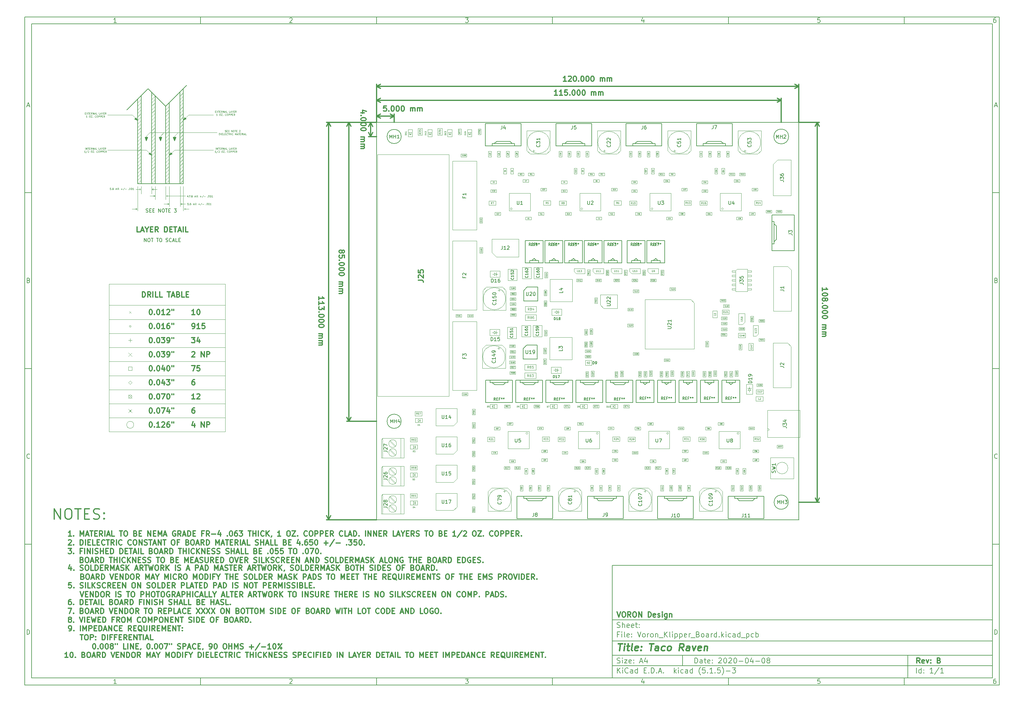
<source format=gbr>
G04 #@! TF.GenerationSoftware,KiCad,Pcbnew,(5.1.5)-3*
G04 #@! TF.CreationDate,2020-04-08T23:35:01-04:00*
G04 #@! TF.ProjectId,Voron_Klipper_Board,566f726f-6e5f-44b6-9c69-707065725f42,B*
G04 #@! TF.SameCoordinates,Original*
G04 #@! TF.FileFunction,Other,Fab,Top*
%FSLAX46Y46*%
G04 Gerber Fmt 4.6, Leading zero omitted, Abs format (unit mm)*
G04 Created by KiCad (PCBNEW (5.1.5)-3) date 2020-04-08 23:35:01*
%MOMM*%
%LPD*%
G04 APERTURE LIST*
%ADD10C,0.100000*%
%ADD11C,0.150000*%
%ADD12C,0.300000*%
%ADD13C,0.400000*%
%ADD14C,0.050000*%
%ADD15C,0.200000*%
%ADD16C,0.125000*%
%ADD17C,0.350000*%
%ADD18C,0.075000*%
%ADD19C,0.127000*%
%ADD20C,0.105000*%
%ADD21C,0.080000*%
G04 APERTURE END LIST*
D10*
D11*
X177002200Y-166007200D02*
X177002200Y-198007200D01*
X285002200Y-198007200D01*
X285002200Y-166007200D01*
X177002200Y-166007200D01*
D10*
D11*
X10000000Y-10000000D02*
X10000000Y-200007200D01*
X287002200Y-200007200D01*
X287002200Y-10000000D01*
X10000000Y-10000000D01*
D10*
D11*
X12000000Y-12000000D02*
X12000000Y-198007200D01*
X285002200Y-198007200D01*
X285002200Y-12000000D01*
X12000000Y-12000000D01*
D10*
D11*
X60000000Y-12000000D02*
X60000000Y-10000000D01*
D10*
D11*
X110000000Y-12000000D02*
X110000000Y-10000000D01*
D10*
D11*
X160000000Y-12000000D02*
X160000000Y-10000000D01*
D10*
D11*
X210000000Y-12000000D02*
X210000000Y-10000000D01*
D10*
D11*
X260000000Y-12000000D02*
X260000000Y-10000000D01*
D10*
D11*
X36065476Y-11588095D02*
X35322619Y-11588095D01*
X35694047Y-11588095D02*
X35694047Y-10288095D01*
X35570238Y-10473809D01*
X35446428Y-10597619D01*
X35322619Y-10659523D01*
D10*
D11*
X85322619Y-10411904D02*
X85384523Y-10350000D01*
X85508333Y-10288095D01*
X85817857Y-10288095D01*
X85941666Y-10350000D01*
X86003571Y-10411904D01*
X86065476Y-10535714D01*
X86065476Y-10659523D01*
X86003571Y-10845238D01*
X85260714Y-11588095D01*
X86065476Y-11588095D01*
D10*
D11*
X135260714Y-10288095D02*
X136065476Y-10288095D01*
X135632142Y-10783333D01*
X135817857Y-10783333D01*
X135941666Y-10845238D01*
X136003571Y-10907142D01*
X136065476Y-11030952D01*
X136065476Y-11340476D01*
X136003571Y-11464285D01*
X135941666Y-11526190D01*
X135817857Y-11588095D01*
X135446428Y-11588095D01*
X135322619Y-11526190D01*
X135260714Y-11464285D01*
D10*
D11*
X185941666Y-10721428D02*
X185941666Y-11588095D01*
X185632142Y-10226190D02*
X185322619Y-11154761D01*
X186127380Y-11154761D01*
D10*
D11*
X236003571Y-10288095D02*
X235384523Y-10288095D01*
X235322619Y-10907142D01*
X235384523Y-10845238D01*
X235508333Y-10783333D01*
X235817857Y-10783333D01*
X235941666Y-10845238D01*
X236003571Y-10907142D01*
X236065476Y-11030952D01*
X236065476Y-11340476D01*
X236003571Y-11464285D01*
X235941666Y-11526190D01*
X235817857Y-11588095D01*
X235508333Y-11588095D01*
X235384523Y-11526190D01*
X235322619Y-11464285D01*
D10*
D11*
X285941666Y-10288095D02*
X285694047Y-10288095D01*
X285570238Y-10350000D01*
X285508333Y-10411904D01*
X285384523Y-10597619D01*
X285322619Y-10845238D01*
X285322619Y-11340476D01*
X285384523Y-11464285D01*
X285446428Y-11526190D01*
X285570238Y-11588095D01*
X285817857Y-11588095D01*
X285941666Y-11526190D01*
X286003571Y-11464285D01*
X286065476Y-11340476D01*
X286065476Y-11030952D01*
X286003571Y-10907142D01*
X285941666Y-10845238D01*
X285817857Y-10783333D01*
X285570238Y-10783333D01*
X285446428Y-10845238D01*
X285384523Y-10907142D01*
X285322619Y-11030952D01*
D10*
D11*
X60000000Y-198007200D02*
X60000000Y-200007200D01*
D10*
D11*
X110000000Y-198007200D02*
X110000000Y-200007200D01*
D10*
D11*
X160000000Y-198007200D02*
X160000000Y-200007200D01*
D10*
D11*
X210000000Y-198007200D02*
X210000000Y-200007200D01*
D10*
D11*
X260000000Y-198007200D02*
X260000000Y-200007200D01*
D10*
D11*
X36065476Y-199595295D02*
X35322619Y-199595295D01*
X35694047Y-199595295D02*
X35694047Y-198295295D01*
X35570238Y-198481009D01*
X35446428Y-198604819D01*
X35322619Y-198666723D01*
D10*
D11*
X85322619Y-198419104D02*
X85384523Y-198357200D01*
X85508333Y-198295295D01*
X85817857Y-198295295D01*
X85941666Y-198357200D01*
X86003571Y-198419104D01*
X86065476Y-198542914D01*
X86065476Y-198666723D01*
X86003571Y-198852438D01*
X85260714Y-199595295D01*
X86065476Y-199595295D01*
D10*
D11*
X135260714Y-198295295D02*
X136065476Y-198295295D01*
X135632142Y-198790533D01*
X135817857Y-198790533D01*
X135941666Y-198852438D01*
X136003571Y-198914342D01*
X136065476Y-199038152D01*
X136065476Y-199347676D01*
X136003571Y-199471485D01*
X135941666Y-199533390D01*
X135817857Y-199595295D01*
X135446428Y-199595295D01*
X135322619Y-199533390D01*
X135260714Y-199471485D01*
D10*
D11*
X185941666Y-198728628D02*
X185941666Y-199595295D01*
X185632142Y-198233390D02*
X185322619Y-199161961D01*
X186127380Y-199161961D01*
D10*
D11*
X236003571Y-198295295D02*
X235384523Y-198295295D01*
X235322619Y-198914342D01*
X235384523Y-198852438D01*
X235508333Y-198790533D01*
X235817857Y-198790533D01*
X235941666Y-198852438D01*
X236003571Y-198914342D01*
X236065476Y-199038152D01*
X236065476Y-199347676D01*
X236003571Y-199471485D01*
X235941666Y-199533390D01*
X235817857Y-199595295D01*
X235508333Y-199595295D01*
X235384523Y-199533390D01*
X235322619Y-199471485D01*
D10*
D11*
X285941666Y-198295295D02*
X285694047Y-198295295D01*
X285570238Y-198357200D01*
X285508333Y-198419104D01*
X285384523Y-198604819D01*
X285322619Y-198852438D01*
X285322619Y-199347676D01*
X285384523Y-199471485D01*
X285446428Y-199533390D01*
X285570238Y-199595295D01*
X285817857Y-199595295D01*
X285941666Y-199533390D01*
X286003571Y-199471485D01*
X286065476Y-199347676D01*
X286065476Y-199038152D01*
X286003571Y-198914342D01*
X285941666Y-198852438D01*
X285817857Y-198790533D01*
X285570238Y-198790533D01*
X285446428Y-198852438D01*
X285384523Y-198914342D01*
X285322619Y-199038152D01*
D10*
D11*
X10000000Y-60000000D02*
X12000000Y-60000000D01*
D10*
D11*
X10000000Y-110000000D02*
X12000000Y-110000000D01*
D10*
D11*
X10000000Y-160000000D02*
X12000000Y-160000000D01*
D10*
D11*
X10690476Y-35216666D02*
X11309523Y-35216666D01*
X10566666Y-35588095D02*
X11000000Y-34288095D01*
X11433333Y-35588095D01*
D10*
D11*
X11092857Y-84907142D02*
X11278571Y-84969047D01*
X11340476Y-85030952D01*
X11402380Y-85154761D01*
X11402380Y-85340476D01*
X11340476Y-85464285D01*
X11278571Y-85526190D01*
X11154761Y-85588095D01*
X10659523Y-85588095D01*
X10659523Y-84288095D01*
X11092857Y-84288095D01*
X11216666Y-84350000D01*
X11278571Y-84411904D01*
X11340476Y-84535714D01*
X11340476Y-84659523D01*
X11278571Y-84783333D01*
X11216666Y-84845238D01*
X11092857Y-84907142D01*
X10659523Y-84907142D01*
D10*
D11*
X11402380Y-135464285D02*
X11340476Y-135526190D01*
X11154761Y-135588095D01*
X11030952Y-135588095D01*
X10845238Y-135526190D01*
X10721428Y-135402380D01*
X10659523Y-135278571D01*
X10597619Y-135030952D01*
X10597619Y-134845238D01*
X10659523Y-134597619D01*
X10721428Y-134473809D01*
X10845238Y-134350000D01*
X11030952Y-134288095D01*
X11154761Y-134288095D01*
X11340476Y-134350000D01*
X11402380Y-134411904D01*
D10*
D11*
X10659523Y-185588095D02*
X10659523Y-184288095D01*
X10969047Y-184288095D01*
X11154761Y-184350000D01*
X11278571Y-184473809D01*
X11340476Y-184597619D01*
X11402380Y-184845238D01*
X11402380Y-185030952D01*
X11340476Y-185278571D01*
X11278571Y-185402380D01*
X11154761Y-185526190D01*
X10969047Y-185588095D01*
X10659523Y-185588095D01*
D10*
D11*
X287002200Y-60000000D02*
X285002200Y-60000000D01*
D10*
D11*
X287002200Y-110000000D02*
X285002200Y-110000000D01*
D10*
D11*
X287002200Y-160000000D02*
X285002200Y-160000000D01*
D10*
D11*
X285692676Y-35216666D02*
X286311723Y-35216666D01*
X285568866Y-35588095D02*
X286002200Y-34288095D01*
X286435533Y-35588095D01*
D10*
D11*
X286095057Y-84907142D02*
X286280771Y-84969047D01*
X286342676Y-85030952D01*
X286404580Y-85154761D01*
X286404580Y-85340476D01*
X286342676Y-85464285D01*
X286280771Y-85526190D01*
X286156961Y-85588095D01*
X285661723Y-85588095D01*
X285661723Y-84288095D01*
X286095057Y-84288095D01*
X286218866Y-84350000D01*
X286280771Y-84411904D01*
X286342676Y-84535714D01*
X286342676Y-84659523D01*
X286280771Y-84783333D01*
X286218866Y-84845238D01*
X286095057Y-84907142D01*
X285661723Y-84907142D01*
D10*
D11*
X286404580Y-135464285D02*
X286342676Y-135526190D01*
X286156961Y-135588095D01*
X286033152Y-135588095D01*
X285847438Y-135526190D01*
X285723628Y-135402380D01*
X285661723Y-135278571D01*
X285599819Y-135030952D01*
X285599819Y-134845238D01*
X285661723Y-134597619D01*
X285723628Y-134473809D01*
X285847438Y-134350000D01*
X286033152Y-134288095D01*
X286156961Y-134288095D01*
X286342676Y-134350000D01*
X286404580Y-134411904D01*
D10*
D11*
X285661723Y-185588095D02*
X285661723Y-184288095D01*
X285971247Y-184288095D01*
X286156961Y-184350000D01*
X286280771Y-184473809D01*
X286342676Y-184597619D01*
X286404580Y-184845238D01*
X286404580Y-185030952D01*
X286342676Y-185278571D01*
X286280771Y-185402380D01*
X286156961Y-185526190D01*
X285971247Y-185588095D01*
X285661723Y-185588095D01*
D10*
D11*
X200434342Y-193785771D02*
X200434342Y-192285771D01*
X200791485Y-192285771D01*
X201005771Y-192357200D01*
X201148628Y-192500057D01*
X201220057Y-192642914D01*
X201291485Y-192928628D01*
X201291485Y-193142914D01*
X201220057Y-193428628D01*
X201148628Y-193571485D01*
X201005771Y-193714342D01*
X200791485Y-193785771D01*
X200434342Y-193785771D01*
X202577200Y-193785771D02*
X202577200Y-193000057D01*
X202505771Y-192857200D01*
X202362914Y-192785771D01*
X202077200Y-192785771D01*
X201934342Y-192857200D01*
X202577200Y-193714342D02*
X202434342Y-193785771D01*
X202077200Y-193785771D01*
X201934342Y-193714342D01*
X201862914Y-193571485D01*
X201862914Y-193428628D01*
X201934342Y-193285771D01*
X202077200Y-193214342D01*
X202434342Y-193214342D01*
X202577200Y-193142914D01*
X203077200Y-192785771D02*
X203648628Y-192785771D01*
X203291485Y-192285771D02*
X203291485Y-193571485D01*
X203362914Y-193714342D01*
X203505771Y-193785771D01*
X203648628Y-193785771D01*
X204720057Y-193714342D02*
X204577200Y-193785771D01*
X204291485Y-193785771D01*
X204148628Y-193714342D01*
X204077200Y-193571485D01*
X204077200Y-193000057D01*
X204148628Y-192857200D01*
X204291485Y-192785771D01*
X204577200Y-192785771D01*
X204720057Y-192857200D01*
X204791485Y-193000057D01*
X204791485Y-193142914D01*
X204077200Y-193285771D01*
X205434342Y-193642914D02*
X205505771Y-193714342D01*
X205434342Y-193785771D01*
X205362914Y-193714342D01*
X205434342Y-193642914D01*
X205434342Y-193785771D01*
X205434342Y-192857200D02*
X205505771Y-192928628D01*
X205434342Y-193000057D01*
X205362914Y-192928628D01*
X205434342Y-192857200D01*
X205434342Y-193000057D01*
X207220057Y-192428628D02*
X207291485Y-192357200D01*
X207434342Y-192285771D01*
X207791485Y-192285771D01*
X207934342Y-192357200D01*
X208005771Y-192428628D01*
X208077200Y-192571485D01*
X208077200Y-192714342D01*
X208005771Y-192928628D01*
X207148628Y-193785771D01*
X208077200Y-193785771D01*
X209005771Y-192285771D02*
X209148628Y-192285771D01*
X209291485Y-192357200D01*
X209362914Y-192428628D01*
X209434342Y-192571485D01*
X209505771Y-192857200D01*
X209505771Y-193214342D01*
X209434342Y-193500057D01*
X209362914Y-193642914D01*
X209291485Y-193714342D01*
X209148628Y-193785771D01*
X209005771Y-193785771D01*
X208862914Y-193714342D01*
X208791485Y-193642914D01*
X208720057Y-193500057D01*
X208648628Y-193214342D01*
X208648628Y-192857200D01*
X208720057Y-192571485D01*
X208791485Y-192428628D01*
X208862914Y-192357200D01*
X209005771Y-192285771D01*
X210077200Y-192428628D02*
X210148628Y-192357200D01*
X210291485Y-192285771D01*
X210648628Y-192285771D01*
X210791485Y-192357200D01*
X210862914Y-192428628D01*
X210934342Y-192571485D01*
X210934342Y-192714342D01*
X210862914Y-192928628D01*
X210005771Y-193785771D01*
X210934342Y-193785771D01*
X211862914Y-192285771D02*
X212005771Y-192285771D01*
X212148628Y-192357200D01*
X212220057Y-192428628D01*
X212291485Y-192571485D01*
X212362914Y-192857200D01*
X212362914Y-193214342D01*
X212291485Y-193500057D01*
X212220057Y-193642914D01*
X212148628Y-193714342D01*
X212005771Y-193785771D01*
X211862914Y-193785771D01*
X211720057Y-193714342D01*
X211648628Y-193642914D01*
X211577200Y-193500057D01*
X211505771Y-193214342D01*
X211505771Y-192857200D01*
X211577200Y-192571485D01*
X211648628Y-192428628D01*
X211720057Y-192357200D01*
X211862914Y-192285771D01*
X213005771Y-193214342D02*
X214148628Y-193214342D01*
X215148628Y-192285771D02*
X215291485Y-192285771D01*
X215434342Y-192357200D01*
X215505771Y-192428628D01*
X215577200Y-192571485D01*
X215648628Y-192857200D01*
X215648628Y-193214342D01*
X215577200Y-193500057D01*
X215505771Y-193642914D01*
X215434342Y-193714342D01*
X215291485Y-193785771D01*
X215148628Y-193785771D01*
X215005771Y-193714342D01*
X214934342Y-193642914D01*
X214862914Y-193500057D01*
X214791485Y-193214342D01*
X214791485Y-192857200D01*
X214862914Y-192571485D01*
X214934342Y-192428628D01*
X215005771Y-192357200D01*
X215148628Y-192285771D01*
X216934342Y-192785771D02*
X216934342Y-193785771D01*
X216577200Y-192214342D02*
X216220057Y-193285771D01*
X217148628Y-193285771D01*
X217720057Y-193214342D02*
X218862914Y-193214342D01*
X219862914Y-192285771D02*
X220005771Y-192285771D01*
X220148628Y-192357200D01*
X220220057Y-192428628D01*
X220291485Y-192571485D01*
X220362914Y-192857200D01*
X220362914Y-193214342D01*
X220291485Y-193500057D01*
X220220057Y-193642914D01*
X220148628Y-193714342D01*
X220005771Y-193785771D01*
X219862914Y-193785771D01*
X219720057Y-193714342D01*
X219648628Y-193642914D01*
X219577200Y-193500057D01*
X219505771Y-193214342D01*
X219505771Y-192857200D01*
X219577200Y-192571485D01*
X219648628Y-192428628D01*
X219720057Y-192357200D01*
X219862914Y-192285771D01*
X221220057Y-192928628D02*
X221077200Y-192857200D01*
X221005771Y-192785771D01*
X220934342Y-192642914D01*
X220934342Y-192571485D01*
X221005771Y-192428628D01*
X221077200Y-192357200D01*
X221220057Y-192285771D01*
X221505771Y-192285771D01*
X221648628Y-192357200D01*
X221720057Y-192428628D01*
X221791485Y-192571485D01*
X221791485Y-192642914D01*
X221720057Y-192785771D01*
X221648628Y-192857200D01*
X221505771Y-192928628D01*
X221220057Y-192928628D01*
X221077200Y-193000057D01*
X221005771Y-193071485D01*
X220934342Y-193214342D01*
X220934342Y-193500057D01*
X221005771Y-193642914D01*
X221077200Y-193714342D01*
X221220057Y-193785771D01*
X221505771Y-193785771D01*
X221648628Y-193714342D01*
X221720057Y-193642914D01*
X221791485Y-193500057D01*
X221791485Y-193214342D01*
X221720057Y-193071485D01*
X221648628Y-193000057D01*
X221505771Y-192928628D01*
D10*
D11*
X177002200Y-194507200D02*
X285002200Y-194507200D01*
D10*
D11*
X178434342Y-196585771D02*
X178434342Y-195085771D01*
X179291485Y-196585771D02*
X178648628Y-195728628D01*
X179291485Y-195085771D02*
X178434342Y-195942914D01*
X179934342Y-196585771D02*
X179934342Y-195585771D01*
X179934342Y-195085771D02*
X179862914Y-195157200D01*
X179934342Y-195228628D01*
X180005771Y-195157200D01*
X179934342Y-195085771D01*
X179934342Y-195228628D01*
X181505771Y-196442914D02*
X181434342Y-196514342D01*
X181220057Y-196585771D01*
X181077200Y-196585771D01*
X180862914Y-196514342D01*
X180720057Y-196371485D01*
X180648628Y-196228628D01*
X180577200Y-195942914D01*
X180577200Y-195728628D01*
X180648628Y-195442914D01*
X180720057Y-195300057D01*
X180862914Y-195157200D01*
X181077200Y-195085771D01*
X181220057Y-195085771D01*
X181434342Y-195157200D01*
X181505771Y-195228628D01*
X182791485Y-196585771D02*
X182791485Y-195800057D01*
X182720057Y-195657200D01*
X182577200Y-195585771D01*
X182291485Y-195585771D01*
X182148628Y-195657200D01*
X182791485Y-196514342D02*
X182648628Y-196585771D01*
X182291485Y-196585771D01*
X182148628Y-196514342D01*
X182077200Y-196371485D01*
X182077200Y-196228628D01*
X182148628Y-196085771D01*
X182291485Y-196014342D01*
X182648628Y-196014342D01*
X182791485Y-195942914D01*
X184148628Y-196585771D02*
X184148628Y-195085771D01*
X184148628Y-196514342D02*
X184005771Y-196585771D01*
X183720057Y-196585771D01*
X183577200Y-196514342D01*
X183505771Y-196442914D01*
X183434342Y-196300057D01*
X183434342Y-195871485D01*
X183505771Y-195728628D01*
X183577200Y-195657200D01*
X183720057Y-195585771D01*
X184005771Y-195585771D01*
X184148628Y-195657200D01*
X186005771Y-195800057D02*
X186505771Y-195800057D01*
X186720057Y-196585771D02*
X186005771Y-196585771D01*
X186005771Y-195085771D01*
X186720057Y-195085771D01*
X187362914Y-196442914D02*
X187434342Y-196514342D01*
X187362914Y-196585771D01*
X187291485Y-196514342D01*
X187362914Y-196442914D01*
X187362914Y-196585771D01*
X188077200Y-196585771D02*
X188077200Y-195085771D01*
X188434342Y-195085771D01*
X188648628Y-195157200D01*
X188791485Y-195300057D01*
X188862914Y-195442914D01*
X188934342Y-195728628D01*
X188934342Y-195942914D01*
X188862914Y-196228628D01*
X188791485Y-196371485D01*
X188648628Y-196514342D01*
X188434342Y-196585771D01*
X188077200Y-196585771D01*
X189577200Y-196442914D02*
X189648628Y-196514342D01*
X189577200Y-196585771D01*
X189505771Y-196514342D01*
X189577200Y-196442914D01*
X189577200Y-196585771D01*
X190220057Y-196157200D02*
X190934342Y-196157200D01*
X190077200Y-196585771D02*
X190577200Y-195085771D01*
X191077200Y-196585771D01*
X191577200Y-196442914D02*
X191648628Y-196514342D01*
X191577200Y-196585771D01*
X191505771Y-196514342D01*
X191577200Y-196442914D01*
X191577200Y-196585771D01*
X194577200Y-196585771D02*
X194577200Y-195085771D01*
X194720057Y-196014342D02*
X195148628Y-196585771D01*
X195148628Y-195585771D02*
X194577200Y-196157200D01*
X195791485Y-196585771D02*
X195791485Y-195585771D01*
X195791485Y-195085771D02*
X195720057Y-195157200D01*
X195791485Y-195228628D01*
X195862914Y-195157200D01*
X195791485Y-195085771D01*
X195791485Y-195228628D01*
X197148628Y-196514342D02*
X197005771Y-196585771D01*
X196720057Y-196585771D01*
X196577200Y-196514342D01*
X196505771Y-196442914D01*
X196434342Y-196300057D01*
X196434342Y-195871485D01*
X196505771Y-195728628D01*
X196577200Y-195657200D01*
X196720057Y-195585771D01*
X197005771Y-195585771D01*
X197148628Y-195657200D01*
X198434342Y-196585771D02*
X198434342Y-195800057D01*
X198362914Y-195657200D01*
X198220057Y-195585771D01*
X197934342Y-195585771D01*
X197791485Y-195657200D01*
X198434342Y-196514342D02*
X198291485Y-196585771D01*
X197934342Y-196585771D01*
X197791485Y-196514342D01*
X197720057Y-196371485D01*
X197720057Y-196228628D01*
X197791485Y-196085771D01*
X197934342Y-196014342D01*
X198291485Y-196014342D01*
X198434342Y-195942914D01*
X199791485Y-196585771D02*
X199791485Y-195085771D01*
X199791485Y-196514342D02*
X199648628Y-196585771D01*
X199362914Y-196585771D01*
X199220057Y-196514342D01*
X199148628Y-196442914D01*
X199077200Y-196300057D01*
X199077200Y-195871485D01*
X199148628Y-195728628D01*
X199220057Y-195657200D01*
X199362914Y-195585771D01*
X199648628Y-195585771D01*
X199791485Y-195657200D01*
X202077200Y-197157200D02*
X202005771Y-197085771D01*
X201862914Y-196871485D01*
X201791485Y-196728628D01*
X201720057Y-196514342D01*
X201648628Y-196157200D01*
X201648628Y-195871485D01*
X201720057Y-195514342D01*
X201791485Y-195300057D01*
X201862914Y-195157200D01*
X202005771Y-194942914D01*
X202077200Y-194871485D01*
X203362914Y-195085771D02*
X202648628Y-195085771D01*
X202577200Y-195800057D01*
X202648628Y-195728628D01*
X202791485Y-195657200D01*
X203148628Y-195657200D01*
X203291485Y-195728628D01*
X203362914Y-195800057D01*
X203434342Y-195942914D01*
X203434342Y-196300057D01*
X203362914Y-196442914D01*
X203291485Y-196514342D01*
X203148628Y-196585771D01*
X202791485Y-196585771D01*
X202648628Y-196514342D01*
X202577200Y-196442914D01*
X204077200Y-196442914D02*
X204148628Y-196514342D01*
X204077200Y-196585771D01*
X204005771Y-196514342D01*
X204077200Y-196442914D01*
X204077200Y-196585771D01*
X205577200Y-196585771D02*
X204720057Y-196585771D01*
X205148628Y-196585771D02*
X205148628Y-195085771D01*
X205005771Y-195300057D01*
X204862914Y-195442914D01*
X204720057Y-195514342D01*
X206220057Y-196442914D02*
X206291485Y-196514342D01*
X206220057Y-196585771D01*
X206148628Y-196514342D01*
X206220057Y-196442914D01*
X206220057Y-196585771D01*
X207648628Y-195085771D02*
X206934342Y-195085771D01*
X206862914Y-195800057D01*
X206934342Y-195728628D01*
X207077200Y-195657200D01*
X207434342Y-195657200D01*
X207577200Y-195728628D01*
X207648628Y-195800057D01*
X207720057Y-195942914D01*
X207720057Y-196300057D01*
X207648628Y-196442914D01*
X207577200Y-196514342D01*
X207434342Y-196585771D01*
X207077200Y-196585771D01*
X206934342Y-196514342D01*
X206862914Y-196442914D01*
X208220057Y-197157200D02*
X208291485Y-197085771D01*
X208434342Y-196871485D01*
X208505771Y-196728628D01*
X208577200Y-196514342D01*
X208648628Y-196157200D01*
X208648628Y-195871485D01*
X208577200Y-195514342D01*
X208505771Y-195300057D01*
X208434342Y-195157200D01*
X208291485Y-194942914D01*
X208220057Y-194871485D01*
X209362914Y-196014342D02*
X210505771Y-196014342D01*
X211077200Y-195085771D02*
X212005771Y-195085771D01*
X211505771Y-195657200D01*
X211720057Y-195657200D01*
X211862914Y-195728628D01*
X211934342Y-195800057D01*
X212005771Y-195942914D01*
X212005771Y-196300057D01*
X211934342Y-196442914D01*
X211862914Y-196514342D01*
X211720057Y-196585771D01*
X211291485Y-196585771D01*
X211148628Y-196514342D01*
X211077200Y-196442914D01*
D10*
D11*
X177002200Y-191507200D02*
X285002200Y-191507200D01*
D10*
D12*
X264411485Y-193785771D02*
X263911485Y-193071485D01*
X263554342Y-193785771D02*
X263554342Y-192285771D01*
X264125771Y-192285771D01*
X264268628Y-192357200D01*
X264340057Y-192428628D01*
X264411485Y-192571485D01*
X264411485Y-192785771D01*
X264340057Y-192928628D01*
X264268628Y-193000057D01*
X264125771Y-193071485D01*
X263554342Y-193071485D01*
X265625771Y-193714342D02*
X265482914Y-193785771D01*
X265197200Y-193785771D01*
X265054342Y-193714342D01*
X264982914Y-193571485D01*
X264982914Y-193000057D01*
X265054342Y-192857200D01*
X265197200Y-192785771D01*
X265482914Y-192785771D01*
X265625771Y-192857200D01*
X265697200Y-193000057D01*
X265697200Y-193142914D01*
X264982914Y-193285771D01*
X266197200Y-192785771D02*
X266554342Y-193785771D01*
X266911485Y-192785771D01*
X267482914Y-193642914D02*
X267554342Y-193714342D01*
X267482914Y-193785771D01*
X267411485Y-193714342D01*
X267482914Y-193642914D01*
X267482914Y-193785771D01*
X267482914Y-192857200D02*
X267554342Y-192928628D01*
X267482914Y-193000057D01*
X267411485Y-192928628D01*
X267482914Y-192857200D01*
X267482914Y-193000057D01*
X269840057Y-193000057D02*
X270054342Y-193071485D01*
X270125771Y-193142914D01*
X270197200Y-193285771D01*
X270197200Y-193500057D01*
X270125771Y-193642914D01*
X270054342Y-193714342D01*
X269911485Y-193785771D01*
X269340057Y-193785771D01*
X269340057Y-192285771D01*
X269840057Y-192285771D01*
X269982914Y-192357200D01*
X270054342Y-192428628D01*
X270125771Y-192571485D01*
X270125771Y-192714342D01*
X270054342Y-192857200D01*
X269982914Y-192928628D01*
X269840057Y-193000057D01*
X269340057Y-193000057D01*
D10*
D11*
X178362914Y-193714342D02*
X178577200Y-193785771D01*
X178934342Y-193785771D01*
X179077200Y-193714342D01*
X179148628Y-193642914D01*
X179220057Y-193500057D01*
X179220057Y-193357200D01*
X179148628Y-193214342D01*
X179077200Y-193142914D01*
X178934342Y-193071485D01*
X178648628Y-193000057D01*
X178505771Y-192928628D01*
X178434342Y-192857200D01*
X178362914Y-192714342D01*
X178362914Y-192571485D01*
X178434342Y-192428628D01*
X178505771Y-192357200D01*
X178648628Y-192285771D01*
X179005771Y-192285771D01*
X179220057Y-192357200D01*
X179862914Y-193785771D02*
X179862914Y-192785771D01*
X179862914Y-192285771D02*
X179791485Y-192357200D01*
X179862914Y-192428628D01*
X179934342Y-192357200D01*
X179862914Y-192285771D01*
X179862914Y-192428628D01*
X180434342Y-192785771D02*
X181220057Y-192785771D01*
X180434342Y-193785771D01*
X181220057Y-193785771D01*
X182362914Y-193714342D02*
X182220057Y-193785771D01*
X181934342Y-193785771D01*
X181791485Y-193714342D01*
X181720057Y-193571485D01*
X181720057Y-193000057D01*
X181791485Y-192857200D01*
X181934342Y-192785771D01*
X182220057Y-192785771D01*
X182362914Y-192857200D01*
X182434342Y-193000057D01*
X182434342Y-193142914D01*
X181720057Y-193285771D01*
X183077200Y-193642914D02*
X183148628Y-193714342D01*
X183077200Y-193785771D01*
X183005771Y-193714342D01*
X183077200Y-193642914D01*
X183077200Y-193785771D01*
X183077200Y-192857200D02*
X183148628Y-192928628D01*
X183077200Y-193000057D01*
X183005771Y-192928628D01*
X183077200Y-192857200D01*
X183077200Y-193000057D01*
X184862914Y-193357200D02*
X185577200Y-193357200D01*
X184720057Y-193785771D02*
X185220057Y-192285771D01*
X185720057Y-193785771D01*
X186862914Y-192785771D02*
X186862914Y-193785771D01*
X186505771Y-192214342D02*
X186148628Y-193285771D01*
X187077200Y-193285771D01*
D10*
D11*
X263434342Y-196585771D02*
X263434342Y-195085771D01*
X264791485Y-196585771D02*
X264791485Y-195085771D01*
X264791485Y-196514342D02*
X264648628Y-196585771D01*
X264362914Y-196585771D01*
X264220057Y-196514342D01*
X264148628Y-196442914D01*
X264077200Y-196300057D01*
X264077200Y-195871485D01*
X264148628Y-195728628D01*
X264220057Y-195657200D01*
X264362914Y-195585771D01*
X264648628Y-195585771D01*
X264791485Y-195657200D01*
X265505771Y-196442914D02*
X265577200Y-196514342D01*
X265505771Y-196585771D01*
X265434342Y-196514342D01*
X265505771Y-196442914D01*
X265505771Y-196585771D01*
X265505771Y-195657200D02*
X265577200Y-195728628D01*
X265505771Y-195800057D01*
X265434342Y-195728628D01*
X265505771Y-195657200D01*
X265505771Y-195800057D01*
X268148628Y-196585771D02*
X267291485Y-196585771D01*
X267720057Y-196585771D02*
X267720057Y-195085771D01*
X267577200Y-195300057D01*
X267434342Y-195442914D01*
X267291485Y-195514342D01*
X269862914Y-195014342D02*
X268577200Y-196942914D01*
X271148628Y-196585771D02*
X270291485Y-196585771D01*
X270720057Y-196585771D02*
X270720057Y-195085771D01*
X270577200Y-195300057D01*
X270434342Y-195442914D01*
X270291485Y-195514342D01*
D10*
D11*
X177002200Y-187507200D02*
X285002200Y-187507200D01*
D10*
D13*
X178714580Y-188211961D02*
X179857438Y-188211961D01*
X179036009Y-190211961D02*
X179286009Y-188211961D01*
X180274104Y-190211961D02*
X180440771Y-188878628D01*
X180524104Y-188211961D02*
X180416961Y-188307200D01*
X180500295Y-188402438D01*
X180607438Y-188307200D01*
X180524104Y-188211961D01*
X180500295Y-188402438D01*
X181107438Y-188878628D02*
X181869342Y-188878628D01*
X181476485Y-188211961D02*
X181262200Y-189926247D01*
X181333628Y-190116723D01*
X181512200Y-190211961D01*
X181702676Y-190211961D01*
X182655057Y-190211961D02*
X182476485Y-190116723D01*
X182405057Y-189926247D01*
X182619342Y-188211961D01*
X184190771Y-190116723D02*
X183988390Y-190211961D01*
X183607438Y-190211961D01*
X183428866Y-190116723D01*
X183357438Y-189926247D01*
X183452676Y-189164342D01*
X183571723Y-188973866D01*
X183774104Y-188878628D01*
X184155057Y-188878628D01*
X184333628Y-188973866D01*
X184405057Y-189164342D01*
X184381247Y-189354819D01*
X183405057Y-189545295D01*
X185155057Y-190021485D02*
X185238390Y-190116723D01*
X185131247Y-190211961D01*
X185047914Y-190116723D01*
X185155057Y-190021485D01*
X185131247Y-190211961D01*
X185286009Y-188973866D02*
X185369342Y-189069104D01*
X185262200Y-189164342D01*
X185178866Y-189069104D01*
X185286009Y-188973866D01*
X185262200Y-189164342D01*
X187571723Y-188211961D02*
X188714580Y-188211961D01*
X187893152Y-190211961D02*
X188143152Y-188211961D01*
X189988390Y-190211961D02*
X190119342Y-189164342D01*
X190047914Y-188973866D01*
X189869342Y-188878628D01*
X189488390Y-188878628D01*
X189286009Y-188973866D01*
X190000295Y-190116723D02*
X189797914Y-190211961D01*
X189321723Y-190211961D01*
X189143152Y-190116723D01*
X189071723Y-189926247D01*
X189095533Y-189735771D01*
X189214580Y-189545295D01*
X189416961Y-189450057D01*
X189893152Y-189450057D01*
X190095533Y-189354819D01*
X191809819Y-190116723D02*
X191607438Y-190211961D01*
X191226485Y-190211961D01*
X191047914Y-190116723D01*
X190964580Y-190021485D01*
X190893152Y-189831009D01*
X190964580Y-189259580D01*
X191083628Y-189069104D01*
X191190771Y-188973866D01*
X191393152Y-188878628D01*
X191774104Y-188878628D01*
X191952676Y-188973866D01*
X192940771Y-190211961D02*
X192762200Y-190116723D01*
X192678866Y-190021485D01*
X192607438Y-189831009D01*
X192678866Y-189259580D01*
X192797914Y-189069104D01*
X192905057Y-188973866D01*
X193107438Y-188878628D01*
X193393152Y-188878628D01*
X193571723Y-188973866D01*
X193655057Y-189069104D01*
X193726485Y-189259580D01*
X193655057Y-189831009D01*
X193536009Y-190021485D01*
X193428866Y-190116723D01*
X193226485Y-190211961D01*
X192940771Y-190211961D01*
X197131247Y-190211961D02*
X196583628Y-189259580D01*
X195988390Y-190211961D02*
X196238390Y-188211961D01*
X197000295Y-188211961D01*
X197178866Y-188307200D01*
X197262200Y-188402438D01*
X197333628Y-188592914D01*
X197297914Y-188878628D01*
X197178866Y-189069104D01*
X197071723Y-189164342D01*
X196869342Y-189259580D01*
X196107438Y-189259580D01*
X198845533Y-190211961D02*
X198976485Y-189164342D01*
X198905057Y-188973866D01*
X198726485Y-188878628D01*
X198345533Y-188878628D01*
X198143152Y-188973866D01*
X198857438Y-190116723D02*
X198655057Y-190211961D01*
X198178866Y-190211961D01*
X198000295Y-190116723D01*
X197928866Y-189926247D01*
X197952676Y-189735771D01*
X198071723Y-189545295D01*
X198274104Y-189450057D01*
X198750295Y-189450057D01*
X198952676Y-189354819D01*
X199774104Y-188878628D02*
X200083628Y-190211961D01*
X200726485Y-188878628D01*
X202095533Y-190116723D02*
X201893152Y-190211961D01*
X201512200Y-190211961D01*
X201333628Y-190116723D01*
X201262200Y-189926247D01*
X201357438Y-189164342D01*
X201476485Y-188973866D01*
X201678866Y-188878628D01*
X202059819Y-188878628D01*
X202238390Y-188973866D01*
X202309819Y-189164342D01*
X202286009Y-189354819D01*
X201309819Y-189545295D01*
X203202676Y-188878628D02*
X203036009Y-190211961D01*
X203178866Y-189069104D02*
X203286009Y-188973866D01*
X203488390Y-188878628D01*
X203774104Y-188878628D01*
X203952676Y-188973866D01*
X204024104Y-189164342D01*
X203893152Y-190211961D01*
D10*
D11*
X178934342Y-185600057D02*
X178434342Y-185600057D01*
X178434342Y-186385771D02*
X178434342Y-184885771D01*
X179148628Y-184885771D01*
X179720057Y-186385771D02*
X179720057Y-185385771D01*
X179720057Y-184885771D02*
X179648628Y-184957200D01*
X179720057Y-185028628D01*
X179791485Y-184957200D01*
X179720057Y-184885771D01*
X179720057Y-185028628D01*
X180648628Y-186385771D02*
X180505771Y-186314342D01*
X180434342Y-186171485D01*
X180434342Y-184885771D01*
X181791485Y-186314342D02*
X181648628Y-186385771D01*
X181362914Y-186385771D01*
X181220057Y-186314342D01*
X181148628Y-186171485D01*
X181148628Y-185600057D01*
X181220057Y-185457200D01*
X181362914Y-185385771D01*
X181648628Y-185385771D01*
X181791485Y-185457200D01*
X181862914Y-185600057D01*
X181862914Y-185742914D01*
X181148628Y-185885771D01*
X182505771Y-186242914D02*
X182577200Y-186314342D01*
X182505771Y-186385771D01*
X182434342Y-186314342D01*
X182505771Y-186242914D01*
X182505771Y-186385771D01*
X182505771Y-185457200D02*
X182577200Y-185528628D01*
X182505771Y-185600057D01*
X182434342Y-185528628D01*
X182505771Y-185457200D01*
X182505771Y-185600057D01*
X184148628Y-184885771D02*
X184648628Y-186385771D01*
X185148628Y-184885771D01*
X185862914Y-186385771D02*
X185720057Y-186314342D01*
X185648628Y-186242914D01*
X185577200Y-186100057D01*
X185577200Y-185671485D01*
X185648628Y-185528628D01*
X185720057Y-185457200D01*
X185862914Y-185385771D01*
X186077200Y-185385771D01*
X186220057Y-185457200D01*
X186291485Y-185528628D01*
X186362914Y-185671485D01*
X186362914Y-186100057D01*
X186291485Y-186242914D01*
X186220057Y-186314342D01*
X186077200Y-186385771D01*
X185862914Y-186385771D01*
X187005771Y-186385771D02*
X187005771Y-185385771D01*
X187005771Y-185671485D02*
X187077200Y-185528628D01*
X187148628Y-185457200D01*
X187291485Y-185385771D01*
X187434342Y-185385771D01*
X188148628Y-186385771D02*
X188005771Y-186314342D01*
X187934342Y-186242914D01*
X187862914Y-186100057D01*
X187862914Y-185671485D01*
X187934342Y-185528628D01*
X188005771Y-185457200D01*
X188148628Y-185385771D01*
X188362914Y-185385771D01*
X188505771Y-185457200D01*
X188577200Y-185528628D01*
X188648628Y-185671485D01*
X188648628Y-186100057D01*
X188577200Y-186242914D01*
X188505771Y-186314342D01*
X188362914Y-186385771D01*
X188148628Y-186385771D01*
X189291485Y-185385771D02*
X189291485Y-186385771D01*
X189291485Y-185528628D02*
X189362914Y-185457200D01*
X189505771Y-185385771D01*
X189720057Y-185385771D01*
X189862914Y-185457200D01*
X189934342Y-185600057D01*
X189934342Y-186385771D01*
X190291485Y-186528628D02*
X191434342Y-186528628D01*
X191791485Y-186385771D02*
X191791485Y-184885771D01*
X192648628Y-186385771D02*
X192005771Y-185528628D01*
X192648628Y-184885771D02*
X191791485Y-185742914D01*
X193505771Y-186385771D02*
X193362914Y-186314342D01*
X193291485Y-186171485D01*
X193291485Y-184885771D01*
X194077200Y-186385771D02*
X194077200Y-185385771D01*
X194077200Y-184885771D02*
X194005771Y-184957200D01*
X194077200Y-185028628D01*
X194148628Y-184957200D01*
X194077200Y-184885771D01*
X194077200Y-185028628D01*
X194791485Y-185385771D02*
X194791485Y-186885771D01*
X194791485Y-185457200D02*
X194934342Y-185385771D01*
X195220057Y-185385771D01*
X195362914Y-185457200D01*
X195434342Y-185528628D01*
X195505771Y-185671485D01*
X195505771Y-186100057D01*
X195434342Y-186242914D01*
X195362914Y-186314342D01*
X195220057Y-186385771D01*
X194934342Y-186385771D01*
X194791485Y-186314342D01*
X196148628Y-185385771D02*
X196148628Y-186885771D01*
X196148628Y-185457200D02*
X196291485Y-185385771D01*
X196577200Y-185385771D01*
X196720057Y-185457200D01*
X196791485Y-185528628D01*
X196862914Y-185671485D01*
X196862914Y-186100057D01*
X196791485Y-186242914D01*
X196720057Y-186314342D01*
X196577200Y-186385771D01*
X196291485Y-186385771D01*
X196148628Y-186314342D01*
X198077200Y-186314342D02*
X197934342Y-186385771D01*
X197648628Y-186385771D01*
X197505771Y-186314342D01*
X197434342Y-186171485D01*
X197434342Y-185600057D01*
X197505771Y-185457200D01*
X197648628Y-185385771D01*
X197934342Y-185385771D01*
X198077200Y-185457200D01*
X198148628Y-185600057D01*
X198148628Y-185742914D01*
X197434342Y-185885771D01*
X198791485Y-186385771D02*
X198791485Y-185385771D01*
X198791485Y-185671485D02*
X198862914Y-185528628D01*
X198934342Y-185457200D01*
X199077200Y-185385771D01*
X199220057Y-185385771D01*
X199362914Y-186528628D02*
X200505771Y-186528628D01*
X201362914Y-185600057D02*
X201577200Y-185671485D01*
X201648628Y-185742914D01*
X201720057Y-185885771D01*
X201720057Y-186100057D01*
X201648628Y-186242914D01*
X201577200Y-186314342D01*
X201434342Y-186385771D01*
X200862914Y-186385771D01*
X200862914Y-184885771D01*
X201362914Y-184885771D01*
X201505771Y-184957200D01*
X201577200Y-185028628D01*
X201648628Y-185171485D01*
X201648628Y-185314342D01*
X201577200Y-185457200D01*
X201505771Y-185528628D01*
X201362914Y-185600057D01*
X200862914Y-185600057D01*
X202577200Y-186385771D02*
X202434342Y-186314342D01*
X202362914Y-186242914D01*
X202291485Y-186100057D01*
X202291485Y-185671485D01*
X202362914Y-185528628D01*
X202434342Y-185457200D01*
X202577200Y-185385771D01*
X202791485Y-185385771D01*
X202934342Y-185457200D01*
X203005771Y-185528628D01*
X203077200Y-185671485D01*
X203077200Y-186100057D01*
X203005771Y-186242914D01*
X202934342Y-186314342D01*
X202791485Y-186385771D01*
X202577200Y-186385771D01*
X204362914Y-186385771D02*
X204362914Y-185600057D01*
X204291485Y-185457200D01*
X204148628Y-185385771D01*
X203862914Y-185385771D01*
X203720057Y-185457200D01*
X204362914Y-186314342D02*
X204220057Y-186385771D01*
X203862914Y-186385771D01*
X203720057Y-186314342D01*
X203648628Y-186171485D01*
X203648628Y-186028628D01*
X203720057Y-185885771D01*
X203862914Y-185814342D01*
X204220057Y-185814342D01*
X204362914Y-185742914D01*
X205077200Y-186385771D02*
X205077200Y-185385771D01*
X205077200Y-185671485D02*
X205148628Y-185528628D01*
X205220057Y-185457200D01*
X205362914Y-185385771D01*
X205505771Y-185385771D01*
X206648628Y-186385771D02*
X206648628Y-184885771D01*
X206648628Y-186314342D02*
X206505771Y-186385771D01*
X206220057Y-186385771D01*
X206077200Y-186314342D01*
X206005771Y-186242914D01*
X205934342Y-186100057D01*
X205934342Y-185671485D01*
X206005771Y-185528628D01*
X206077200Y-185457200D01*
X206220057Y-185385771D01*
X206505771Y-185385771D01*
X206648628Y-185457200D01*
X207362914Y-186242914D02*
X207434342Y-186314342D01*
X207362914Y-186385771D01*
X207291485Y-186314342D01*
X207362914Y-186242914D01*
X207362914Y-186385771D01*
X208077200Y-186385771D02*
X208077200Y-184885771D01*
X208220057Y-185814342D02*
X208648628Y-186385771D01*
X208648628Y-185385771D02*
X208077200Y-185957200D01*
X209291485Y-186385771D02*
X209291485Y-185385771D01*
X209291485Y-184885771D02*
X209220057Y-184957200D01*
X209291485Y-185028628D01*
X209362914Y-184957200D01*
X209291485Y-184885771D01*
X209291485Y-185028628D01*
X210648628Y-186314342D02*
X210505771Y-186385771D01*
X210220057Y-186385771D01*
X210077200Y-186314342D01*
X210005771Y-186242914D01*
X209934342Y-186100057D01*
X209934342Y-185671485D01*
X210005771Y-185528628D01*
X210077200Y-185457200D01*
X210220057Y-185385771D01*
X210505771Y-185385771D01*
X210648628Y-185457200D01*
X211934342Y-186385771D02*
X211934342Y-185600057D01*
X211862914Y-185457200D01*
X211720057Y-185385771D01*
X211434342Y-185385771D01*
X211291485Y-185457200D01*
X211934342Y-186314342D02*
X211791485Y-186385771D01*
X211434342Y-186385771D01*
X211291485Y-186314342D01*
X211220057Y-186171485D01*
X211220057Y-186028628D01*
X211291485Y-185885771D01*
X211434342Y-185814342D01*
X211791485Y-185814342D01*
X211934342Y-185742914D01*
X213291485Y-186385771D02*
X213291485Y-184885771D01*
X213291485Y-186314342D02*
X213148628Y-186385771D01*
X212862914Y-186385771D01*
X212720057Y-186314342D01*
X212648628Y-186242914D01*
X212577200Y-186100057D01*
X212577200Y-185671485D01*
X212648628Y-185528628D01*
X212720057Y-185457200D01*
X212862914Y-185385771D01*
X213148628Y-185385771D01*
X213291485Y-185457200D01*
X213648628Y-186528628D02*
X214791485Y-186528628D01*
X215148628Y-185385771D02*
X215148628Y-186885771D01*
X215148628Y-185457200D02*
X215291485Y-185385771D01*
X215577200Y-185385771D01*
X215720057Y-185457200D01*
X215791485Y-185528628D01*
X215862914Y-185671485D01*
X215862914Y-186100057D01*
X215791485Y-186242914D01*
X215720057Y-186314342D01*
X215577200Y-186385771D01*
X215291485Y-186385771D01*
X215148628Y-186314342D01*
X217148628Y-186314342D02*
X217005771Y-186385771D01*
X216720057Y-186385771D01*
X216577200Y-186314342D01*
X216505771Y-186242914D01*
X216434342Y-186100057D01*
X216434342Y-185671485D01*
X216505771Y-185528628D01*
X216577200Y-185457200D01*
X216720057Y-185385771D01*
X217005771Y-185385771D01*
X217148628Y-185457200D01*
X217791485Y-186385771D02*
X217791485Y-184885771D01*
X217791485Y-185457200D02*
X217934342Y-185385771D01*
X218220057Y-185385771D01*
X218362914Y-185457200D01*
X218434342Y-185528628D01*
X218505771Y-185671485D01*
X218505771Y-186100057D01*
X218434342Y-186242914D01*
X218362914Y-186314342D01*
X218220057Y-186385771D01*
X217934342Y-186385771D01*
X217791485Y-186314342D01*
D10*
D11*
X177002200Y-181507200D02*
X285002200Y-181507200D01*
D10*
D11*
X178362914Y-183614342D02*
X178577200Y-183685771D01*
X178934342Y-183685771D01*
X179077200Y-183614342D01*
X179148628Y-183542914D01*
X179220057Y-183400057D01*
X179220057Y-183257200D01*
X179148628Y-183114342D01*
X179077200Y-183042914D01*
X178934342Y-182971485D01*
X178648628Y-182900057D01*
X178505771Y-182828628D01*
X178434342Y-182757200D01*
X178362914Y-182614342D01*
X178362914Y-182471485D01*
X178434342Y-182328628D01*
X178505771Y-182257200D01*
X178648628Y-182185771D01*
X179005771Y-182185771D01*
X179220057Y-182257200D01*
X179862914Y-183685771D02*
X179862914Y-182185771D01*
X180505771Y-183685771D02*
X180505771Y-182900057D01*
X180434342Y-182757200D01*
X180291485Y-182685771D01*
X180077200Y-182685771D01*
X179934342Y-182757200D01*
X179862914Y-182828628D01*
X181791485Y-183614342D02*
X181648628Y-183685771D01*
X181362914Y-183685771D01*
X181220057Y-183614342D01*
X181148628Y-183471485D01*
X181148628Y-182900057D01*
X181220057Y-182757200D01*
X181362914Y-182685771D01*
X181648628Y-182685771D01*
X181791485Y-182757200D01*
X181862914Y-182900057D01*
X181862914Y-183042914D01*
X181148628Y-183185771D01*
X183077200Y-183614342D02*
X182934342Y-183685771D01*
X182648628Y-183685771D01*
X182505771Y-183614342D01*
X182434342Y-183471485D01*
X182434342Y-182900057D01*
X182505771Y-182757200D01*
X182648628Y-182685771D01*
X182934342Y-182685771D01*
X183077200Y-182757200D01*
X183148628Y-182900057D01*
X183148628Y-183042914D01*
X182434342Y-183185771D01*
X183577200Y-182685771D02*
X184148628Y-182685771D01*
X183791485Y-182185771D02*
X183791485Y-183471485D01*
X183862914Y-183614342D01*
X184005771Y-183685771D01*
X184148628Y-183685771D01*
X184648628Y-183542914D02*
X184720057Y-183614342D01*
X184648628Y-183685771D01*
X184577200Y-183614342D01*
X184648628Y-183542914D01*
X184648628Y-183685771D01*
X184648628Y-182757200D02*
X184720057Y-182828628D01*
X184648628Y-182900057D01*
X184577200Y-182828628D01*
X184648628Y-182757200D01*
X184648628Y-182900057D01*
D10*
D12*
X178340057Y-179185771D02*
X178840057Y-180685771D01*
X179340057Y-179185771D01*
X180125771Y-179185771D02*
X180411485Y-179185771D01*
X180554342Y-179257200D01*
X180697200Y-179400057D01*
X180768628Y-179685771D01*
X180768628Y-180185771D01*
X180697200Y-180471485D01*
X180554342Y-180614342D01*
X180411485Y-180685771D01*
X180125771Y-180685771D01*
X179982914Y-180614342D01*
X179840057Y-180471485D01*
X179768628Y-180185771D01*
X179768628Y-179685771D01*
X179840057Y-179400057D01*
X179982914Y-179257200D01*
X180125771Y-179185771D01*
X182268628Y-180685771D02*
X181768628Y-179971485D01*
X181411485Y-180685771D02*
X181411485Y-179185771D01*
X181982914Y-179185771D01*
X182125771Y-179257200D01*
X182197200Y-179328628D01*
X182268628Y-179471485D01*
X182268628Y-179685771D01*
X182197200Y-179828628D01*
X182125771Y-179900057D01*
X181982914Y-179971485D01*
X181411485Y-179971485D01*
X183197200Y-179185771D02*
X183482914Y-179185771D01*
X183625771Y-179257200D01*
X183768628Y-179400057D01*
X183840057Y-179685771D01*
X183840057Y-180185771D01*
X183768628Y-180471485D01*
X183625771Y-180614342D01*
X183482914Y-180685771D01*
X183197200Y-180685771D01*
X183054342Y-180614342D01*
X182911485Y-180471485D01*
X182840057Y-180185771D01*
X182840057Y-179685771D01*
X182911485Y-179400057D01*
X183054342Y-179257200D01*
X183197200Y-179185771D01*
X184482914Y-180685771D02*
X184482914Y-179185771D01*
X185340057Y-180685771D01*
X185340057Y-179185771D01*
X187197200Y-180685771D02*
X187197200Y-179185771D01*
X187554342Y-179185771D01*
X187768628Y-179257200D01*
X187911485Y-179400057D01*
X187982914Y-179542914D01*
X188054342Y-179828628D01*
X188054342Y-180042914D01*
X187982914Y-180328628D01*
X187911485Y-180471485D01*
X187768628Y-180614342D01*
X187554342Y-180685771D01*
X187197200Y-180685771D01*
X189268628Y-180614342D02*
X189125771Y-180685771D01*
X188840057Y-180685771D01*
X188697200Y-180614342D01*
X188625771Y-180471485D01*
X188625771Y-179900057D01*
X188697200Y-179757200D01*
X188840057Y-179685771D01*
X189125771Y-179685771D01*
X189268628Y-179757200D01*
X189340057Y-179900057D01*
X189340057Y-180042914D01*
X188625771Y-180185771D01*
X189911485Y-180614342D02*
X190054342Y-180685771D01*
X190340057Y-180685771D01*
X190482914Y-180614342D01*
X190554342Y-180471485D01*
X190554342Y-180400057D01*
X190482914Y-180257200D01*
X190340057Y-180185771D01*
X190125771Y-180185771D01*
X189982914Y-180114342D01*
X189911485Y-179971485D01*
X189911485Y-179900057D01*
X189982914Y-179757200D01*
X190125771Y-179685771D01*
X190340057Y-179685771D01*
X190482914Y-179757200D01*
X191197200Y-180685771D02*
X191197200Y-179685771D01*
X191197200Y-179185771D02*
X191125771Y-179257200D01*
X191197200Y-179328628D01*
X191268628Y-179257200D01*
X191197200Y-179185771D01*
X191197200Y-179328628D01*
X192554342Y-179685771D02*
X192554342Y-180900057D01*
X192482914Y-181042914D01*
X192411485Y-181114342D01*
X192268628Y-181185771D01*
X192054342Y-181185771D01*
X191911485Y-181114342D01*
X192554342Y-180614342D02*
X192411485Y-180685771D01*
X192125771Y-180685771D01*
X191982914Y-180614342D01*
X191911485Y-180542914D01*
X191840057Y-180400057D01*
X191840057Y-179971485D01*
X191911485Y-179828628D01*
X191982914Y-179757200D01*
X192125771Y-179685771D01*
X192411485Y-179685771D01*
X192554342Y-179757200D01*
X193268628Y-179685771D02*
X193268628Y-180685771D01*
X193268628Y-179828628D02*
X193340057Y-179757200D01*
X193482914Y-179685771D01*
X193697200Y-179685771D01*
X193840057Y-179757200D01*
X193911485Y-179900057D01*
X193911485Y-180685771D01*
D10*
D11*
X197002200Y-191507200D02*
X197002200Y-194507200D01*
D10*
D11*
X261002200Y-191507200D02*
X261002200Y-198007200D01*
D12*
X43464285Y-89678571D02*
X43464285Y-88178571D01*
X43821428Y-88178571D01*
X44035714Y-88250000D01*
X44178571Y-88392857D01*
X44250000Y-88535714D01*
X44321428Y-88821428D01*
X44321428Y-89035714D01*
X44250000Y-89321428D01*
X44178571Y-89464285D01*
X44035714Y-89607142D01*
X43821428Y-89678571D01*
X43464285Y-89678571D01*
X45821428Y-89678571D02*
X45321428Y-88964285D01*
X44964285Y-89678571D02*
X44964285Y-88178571D01*
X45535714Y-88178571D01*
X45678571Y-88250000D01*
X45750000Y-88321428D01*
X45821428Y-88464285D01*
X45821428Y-88678571D01*
X45750000Y-88821428D01*
X45678571Y-88892857D01*
X45535714Y-88964285D01*
X44964285Y-88964285D01*
X46464285Y-89678571D02*
X46464285Y-88178571D01*
X47892857Y-89678571D02*
X47178571Y-89678571D01*
X47178571Y-88178571D01*
X49107142Y-89678571D02*
X48392857Y-89678571D01*
X48392857Y-88178571D01*
X50535714Y-88178571D02*
X51392857Y-88178571D01*
X50964285Y-89678571D02*
X50964285Y-88178571D01*
X51821428Y-89250000D02*
X52535714Y-89250000D01*
X51678571Y-89678571D02*
X52178571Y-88178571D01*
X52678571Y-89678571D01*
X53678571Y-88892857D02*
X53892857Y-88964285D01*
X53964285Y-89035714D01*
X54035714Y-89178571D01*
X54035714Y-89392857D01*
X53964285Y-89535714D01*
X53892857Y-89607142D01*
X53750000Y-89678571D01*
X53178571Y-89678571D01*
X53178571Y-88178571D01*
X53678571Y-88178571D01*
X53821428Y-88250000D01*
X53892857Y-88321428D01*
X53964285Y-88464285D01*
X53964285Y-88607142D01*
X53892857Y-88750000D01*
X53821428Y-88821428D01*
X53678571Y-88892857D01*
X53178571Y-88892857D01*
X55392857Y-89678571D02*
X54678571Y-89678571D01*
X54678571Y-88178571D01*
X55892857Y-88892857D02*
X56392857Y-88892857D01*
X56607142Y-89678571D02*
X55892857Y-89678571D01*
X55892857Y-88178571D01*
X56607142Y-88178571D01*
D14*
X67000000Y-128000000D02*
X67000000Y-86000000D01*
X40000000Y-121750000D02*
X40000000Y-122250000D01*
X39750000Y-122000000D02*
X40250000Y-122000000D01*
X39500000Y-122500000D02*
X40500000Y-121500000D01*
X40000000Y-122000000D02*
X40500000Y-122500000D01*
X40000000Y-122000000D02*
X39500000Y-121500000D01*
X39500000Y-118500000D02*
X40500000Y-117500000D01*
X39500000Y-117500000D02*
X40500000Y-118500000D01*
X40500000Y-118000000D02*
G75*
G03X40500000Y-118000000I-500000J0D01*
G01*
X40500000Y-114000000D02*
X40000000Y-114500000D01*
X39500000Y-114000000D02*
X40000000Y-114500000D01*
X40000000Y-113500000D02*
X40500000Y-114000000D01*
X40000000Y-113500000D02*
X39500000Y-114000000D01*
X39500000Y-110500000D02*
X39500000Y-109500000D01*
X40500000Y-110500000D02*
X39500000Y-110500000D01*
X40500000Y-110250000D02*
X40500000Y-110500000D01*
X40500000Y-109500000D02*
X40500000Y-110250000D01*
X39500000Y-109500000D02*
X40500000Y-109500000D01*
X39500000Y-102000000D02*
X40500000Y-102000000D01*
X40000000Y-101500000D02*
X40000000Y-102500000D01*
X40250000Y-98000000D02*
G75*
G03X40250000Y-98000000I-250000J0D01*
G01*
X40250000Y-93750000D02*
X39750000Y-94250000D01*
X39750000Y-93750000D02*
X40250000Y-94250000D01*
X40500000Y-105500000D02*
X39500000Y-106500000D01*
X39500000Y-105500000D02*
X40500000Y-106500000D01*
X41000000Y-126000000D02*
G75*
G03X41000000Y-126000000I-1000000J0D01*
G01*
D12*
X45750000Y-125178571D02*
X45892857Y-125178571D01*
X46035714Y-125250000D01*
X46107142Y-125321428D01*
X46178571Y-125464285D01*
X46250000Y-125750000D01*
X46250000Y-126107142D01*
X46178571Y-126392857D01*
X46107142Y-126535714D01*
X46035714Y-126607142D01*
X45892857Y-126678571D01*
X45750000Y-126678571D01*
X45607142Y-126607142D01*
X45535714Y-126535714D01*
X45464285Y-126392857D01*
X45392857Y-126107142D01*
X45392857Y-125750000D01*
X45464285Y-125464285D01*
X45535714Y-125321428D01*
X45607142Y-125250000D01*
X45750000Y-125178571D01*
X46892857Y-126535714D02*
X46964285Y-126607142D01*
X46892857Y-126678571D01*
X46821428Y-126607142D01*
X46892857Y-126535714D01*
X46892857Y-126678571D01*
X48392857Y-126678571D02*
X47535714Y-126678571D01*
X47964285Y-126678571D02*
X47964285Y-125178571D01*
X47821428Y-125392857D01*
X47678571Y-125535714D01*
X47535714Y-125607142D01*
X48964285Y-125321428D02*
X49035714Y-125250000D01*
X49178571Y-125178571D01*
X49535714Y-125178571D01*
X49678571Y-125250000D01*
X49750000Y-125321428D01*
X49821428Y-125464285D01*
X49821428Y-125607142D01*
X49750000Y-125821428D01*
X48892857Y-126678571D01*
X49821428Y-126678571D01*
X51107142Y-125178571D02*
X50821428Y-125178571D01*
X50678571Y-125250000D01*
X50607142Y-125321428D01*
X50464285Y-125535714D01*
X50392857Y-125821428D01*
X50392857Y-126392857D01*
X50464285Y-126535714D01*
X50535714Y-126607142D01*
X50678571Y-126678571D01*
X50964285Y-126678571D01*
X51107142Y-126607142D01*
X51178571Y-126535714D01*
X51250000Y-126392857D01*
X51250000Y-126035714D01*
X51178571Y-125892857D01*
X51107142Y-125821428D01*
X50964285Y-125750000D01*
X50678571Y-125750000D01*
X50535714Y-125821428D01*
X50464285Y-125892857D01*
X50392857Y-126035714D01*
X51821428Y-125178571D02*
X51821428Y-125464285D01*
X52392857Y-125178571D02*
X52392857Y-125464285D01*
X58250000Y-125678571D02*
X58250000Y-126678571D01*
X57892857Y-125107142D02*
X57535714Y-126178571D01*
X58464285Y-126178571D01*
X60178571Y-126678571D02*
X60178571Y-125178571D01*
X61035714Y-126678571D01*
X61035714Y-125178571D01*
X61749999Y-126678571D02*
X61749999Y-125178571D01*
X62321428Y-125178571D01*
X62464285Y-125250000D01*
X62535714Y-125321428D01*
X62607142Y-125464285D01*
X62607142Y-125678571D01*
X62535714Y-125821428D01*
X62464285Y-125892857D01*
X62321428Y-125964285D01*
X61749999Y-125964285D01*
X45750000Y-105178571D02*
X45892857Y-105178571D01*
X46035714Y-105250000D01*
X46107142Y-105321428D01*
X46178571Y-105464285D01*
X46250000Y-105750000D01*
X46250000Y-106107142D01*
X46178571Y-106392857D01*
X46107142Y-106535714D01*
X46035714Y-106607142D01*
X45892857Y-106678571D01*
X45750000Y-106678571D01*
X45607142Y-106607142D01*
X45535714Y-106535714D01*
X45464285Y-106392857D01*
X45392857Y-106107142D01*
X45392857Y-105750000D01*
X45464285Y-105464285D01*
X45535714Y-105321428D01*
X45607142Y-105250000D01*
X45750000Y-105178571D01*
X46892857Y-106535714D02*
X46964285Y-106607142D01*
X46892857Y-106678571D01*
X46821428Y-106607142D01*
X46892857Y-106535714D01*
X46892857Y-106678571D01*
X47892857Y-105178571D02*
X48035714Y-105178571D01*
X48178571Y-105250000D01*
X48250000Y-105321428D01*
X48321428Y-105464285D01*
X48392857Y-105750000D01*
X48392857Y-106107142D01*
X48321428Y-106392857D01*
X48250000Y-106535714D01*
X48178571Y-106607142D01*
X48035714Y-106678571D01*
X47892857Y-106678571D01*
X47750000Y-106607142D01*
X47678571Y-106535714D01*
X47607142Y-106392857D01*
X47535714Y-106107142D01*
X47535714Y-105750000D01*
X47607142Y-105464285D01*
X47678571Y-105321428D01*
X47750000Y-105250000D01*
X47892857Y-105178571D01*
X48892857Y-105178571D02*
X49821428Y-105178571D01*
X49321428Y-105750000D01*
X49535714Y-105750000D01*
X49678571Y-105821428D01*
X49750000Y-105892857D01*
X49821428Y-106035714D01*
X49821428Y-106392857D01*
X49750000Y-106535714D01*
X49678571Y-106607142D01*
X49535714Y-106678571D01*
X49107142Y-106678571D01*
X48964285Y-106607142D01*
X48892857Y-106535714D01*
X50535714Y-106678571D02*
X50821428Y-106678571D01*
X50964285Y-106607142D01*
X51035714Y-106535714D01*
X51178571Y-106321428D01*
X51250000Y-106035714D01*
X51250000Y-105464285D01*
X51178571Y-105321428D01*
X51107142Y-105250000D01*
X50964285Y-105178571D01*
X50678571Y-105178571D01*
X50535714Y-105250000D01*
X50464285Y-105321428D01*
X50392857Y-105464285D01*
X50392857Y-105821428D01*
X50464285Y-105964285D01*
X50535714Y-106035714D01*
X50678571Y-106107142D01*
X50964285Y-106107142D01*
X51107142Y-106035714D01*
X51178571Y-105964285D01*
X51250000Y-105821428D01*
X51821428Y-105178571D02*
X51821428Y-105464285D01*
X52392857Y-105178571D02*
X52392857Y-105464285D01*
X57535714Y-105321428D02*
X57607142Y-105250000D01*
X57750000Y-105178571D01*
X58107142Y-105178571D01*
X58250000Y-105250000D01*
X58321428Y-105321428D01*
X58392857Y-105464285D01*
X58392857Y-105607142D01*
X58321428Y-105821428D01*
X57464285Y-106678571D01*
X58392857Y-106678571D01*
X60178571Y-106678571D02*
X60178571Y-105178571D01*
X61035714Y-106678571D01*
X61035714Y-105178571D01*
X61749999Y-106678571D02*
X61749999Y-105178571D01*
X62321428Y-105178571D01*
X62464285Y-105250000D01*
X62535714Y-105321428D01*
X62607142Y-105464285D01*
X62607142Y-105678571D01*
X62535714Y-105821428D01*
X62464285Y-105892857D01*
X62321428Y-105964285D01*
X61749999Y-105964285D01*
X45749999Y-121178571D02*
X45892857Y-121178571D01*
X46035714Y-121250000D01*
X46107142Y-121321428D01*
X46178571Y-121464285D01*
X46249999Y-121750000D01*
X46249999Y-122107142D01*
X46178571Y-122392857D01*
X46107142Y-122535714D01*
X46035714Y-122607142D01*
X45892857Y-122678571D01*
X45749999Y-122678571D01*
X45607142Y-122607142D01*
X45535714Y-122535714D01*
X45464285Y-122392857D01*
X45392857Y-122107142D01*
X45392857Y-121750000D01*
X45464285Y-121464285D01*
X45535714Y-121321428D01*
X45607142Y-121250000D01*
X45749999Y-121178571D01*
X46892857Y-122535714D02*
X46964285Y-122607142D01*
X46892857Y-122678571D01*
X46821428Y-122607142D01*
X46892857Y-122535714D01*
X46892857Y-122678571D01*
X47892857Y-121178571D02*
X48035714Y-121178571D01*
X48178571Y-121250000D01*
X48249999Y-121321428D01*
X48321428Y-121464285D01*
X48392857Y-121750000D01*
X48392857Y-122107142D01*
X48321428Y-122392857D01*
X48249999Y-122535714D01*
X48178571Y-122607142D01*
X48035714Y-122678571D01*
X47892857Y-122678571D01*
X47749999Y-122607142D01*
X47678571Y-122535714D01*
X47607142Y-122392857D01*
X47535714Y-122107142D01*
X47535714Y-121750000D01*
X47607142Y-121464285D01*
X47678571Y-121321428D01*
X47749999Y-121250000D01*
X47892857Y-121178571D01*
X48892857Y-121178571D02*
X49892857Y-121178571D01*
X49249999Y-122678571D01*
X51107142Y-121678571D02*
X51107142Y-122678571D01*
X50749999Y-121107142D02*
X50392857Y-122178571D01*
X51321428Y-122178571D01*
X51821428Y-121178571D02*
X51821428Y-121464285D01*
X52392857Y-121178571D02*
X52392857Y-121464285D01*
X58249999Y-121178571D02*
X57964285Y-121178571D01*
X57821428Y-121250000D01*
X57749999Y-121321428D01*
X57607142Y-121535714D01*
X57535714Y-121821428D01*
X57535714Y-122392857D01*
X57607142Y-122535714D01*
X57678571Y-122607142D01*
X57821428Y-122678571D01*
X58107142Y-122678571D01*
X58249999Y-122607142D01*
X58321428Y-122535714D01*
X58392857Y-122392857D01*
X58392857Y-122035714D01*
X58321428Y-121892857D01*
X58249999Y-121821428D01*
X58107142Y-121750000D01*
X57821428Y-121750000D01*
X57678571Y-121821428D01*
X57607142Y-121892857D01*
X57535714Y-122035714D01*
X45750000Y-117178571D02*
X45892857Y-117178571D01*
X46035714Y-117250000D01*
X46107143Y-117321428D01*
X46178571Y-117464285D01*
X46250000Y-117750000D01*
X46250000Y-118107142D01*
X46178571Y-118392857D01*
X46107143Y-118535714D01*
X46035714Y-118607142D01*
X45892857Y-118678571D01*
X45750000Y-118678571D01*
X45607143Y-118607142D01*
X45535714Y-118535714D01*
X45464285Y-118392857D01*
X45392857Y-118107142D01*
X45392857Y-117750000D01*
X45464285Y-117464285D01*
X45535714Y-117321428D01*
X45607143Y-117250000D01*
X45750000Y-117178571D01*
X46892857Y-118535714D02*
X46964285Y-118607142D01*
X46892857Y-118678571D01*
X46821428Y-118607142D01*
X46892857Y-118535714D01*
X46892857Y-118678571D01*
X47892857Y-117178571D02*
X48035714Y-117178571D01*
X48178571Y-117250000D01*
X48250000Y-117321428D01*
X48321428Y-117464285D01*
X48392857Y-117750000D01*
X48392857Y-118107142D01*
X48321428Y-118392857D01*
X48250000Y-118535714D01*
X48178571Y-118607142D01*
X48035714Y-118678571D01*
X47892857Y-118678571D01*
X47750000Y-118607142D01*
X47678571Y-118535714D01*
X47607143Y-118392857D01*
X47535714Y-118107142D01*
X47535714Y-117750000D01*
X47607143Y-117464285D01*
X47678571Y-117321428D01*
X47750000Y-117250000D01*
X47892857Y-117178571D01*
X48892857Y-117178571D02*
X49892857Y-117178571D01*
X49250000Y-118678571D01*
X50750000Y-117178571D02*
X50892857Y-117178571D01*
X51035714Y-117250000D01*
X51107143Y-117321428D01*
X51178571Y-117464285D01*
X51250000Y-117750000D01*
X51250000Y-118107142D01*
X51178571Y-118392857D01*
X51107143Y-118535714D01*
X51035714Y-118607142D01*
X50892857Y-118678571D01*
X50750000Y-118678571D01*
X50607143Y-118607142D01*
X50535714Y-118535714D01*
X50464285Y-118392857D01*
X50392857Y-118107142D01*
X50392857Y-117750000D01*
X50464285Y-117464285D01*
X50535714Y-117321428D01*
X50607143Y-117250000D01*
X50750000Y-117178571D01*
X51821428Y-117178571D02*
X51821428Y-117464285D01*
X52392857Y-117178571D02*
X52392857Y-117464285D01*
X58392857Y-118678571D02*
X57535714Y-118678571D01*
X57964285Y-118678571D02*
X57964285Y-117178571D01*
X57821428Y-117392857D01*
X57678571Y-117535714D01*
X57535714Y-117607142D01*
X58964285Y-117321428D02*
X59035714Y-117250000D01*
X59178571Y-117178571D01*
X59535714Y-117178571D01*
X59678571Y-117250000D01*
X59750000Y-117321428D01*
X59821428Y-117464285D01*
X59821428Y-117607142D01*
X59750000Y-117821428D01*
X58892857Y-118678571D01*
X59821428Y-118678571D01*
D14*
X67000000Y-128000000D02*
X34000000Y-128000000D01*
X67000000Y-124000000D02*
X34000000Y-124000000D01*
X67000000Y-120000000D02*
X34000000Y-120000000D01*
X67000000Y-116000000D02*
X34000000Y-116000000D01*
D12*
X45749999Y-113178571D02*
X45892857Y-113178571D01*
X46035714Y-113250000D01*
X46107142Y-113321428D01*
X46178571Y-113464285D01*
X46249999Y-113750000D01*
X46249999Y-114107142D01*
X46178571Y-114392857D01*
X46107142Y-114535714D01*
X46035714Y-114607142D01*
X45892857Y-114678571D01*
X45749999Y-114678571D01*
X45607142Y-114607142D01*
X45535714Y-114535714D01*
X45464285Y-114392857D01*
X45392857Y-114107142D01*
X45392857Y-113750000D01*
X45464285Y-113464285D01*
X45535714Y-113321428D01*
X45607142Y-113250000D01*
X45749999Y-113178571D01*
X46892857Y-114535714D02*
X46964285Y-114607142D01*
X46892857Y-114678571D01*
X46821428Y-114607142D01*
X46892857Y-114535714D01*
X46892857Y-114678571D01*
X47892857Y-113178571D02*
X48035714Y-113178571D01*
X48178571Y-113250000D01*
X48249999Y-113321428D01*
X48321428Y-113464285D01*
X48392857Y-113750000D01*
X48392857Y-114107142D01*
X48321428Y-114392857D01*
X48249999Y-114535714D01*
X48178571Y-114607142D01*
X48035714Y-114678571D01*
X47892857Y-114678571D01*
X47749999Y-114607142D01*
X47678571Y-114535714D01*
X47607142Y-114392857D01*
X47535714Y-114107142D01*
X47535714Y-113750000D01*
X47607142Y-113464285D01*
X47678571Y-113321428D01*
X47749999Y-113250000D01*
X47892857Y-113178571D01*
X49678571Y-113678571D02*
X49678571Y-114678571D01*
X49321428Y-113107142D02*
X48964285Y-114178571D01*
X49892857Y-114178571D01*
X50321428Y-113178571D02*
X51249999Y-113178571D01*
X50749999Y-113750000D01*
X50964285Y-113750000D01*
X51107142Y-113821428D01*
X51178571Y-113892857D01*
X51249999Y-114035714D01*
X51249999Y-114392857D01*
X51178571Y-114535714D01*
X51107142Y-114607142D01*
X50964285Y-114678571D01*
X50535714Y-114678571D01*
X50392857Y-114607142D01*
X50321428Y-114535714D01*
X51821428Y-113178571D02*
X51821428Y-113464285D01*
X52392857Y-113178571D02*
X52392857Y-113464285D01*
X58249999Y-113178571D02*
X57964285Y-113178571D01*
X57821428Y-113250000D01*
X57749999Y-113321428D01*
X57607142Y-113535714D01*
X57535714Y-113821428D01*
X57535714Y-114392857D01*
X57607142Y-114535714D01*
X57678571Y-114607142D01*
X57821428Y-114678571D01*
X58107142Y-114678571D01*
X58249999Y-114607142D01*
X58321428Y-114535714D01*
X58392857Y-114392857D01*
X58392857Y-114035714D01*
X58321428Y-113892857D01*
X58249999Y-113821428D01*
X58107142Y-113750000D01*
X57821428Y-113750000D01*
X57678571Y-113821428D01*
X57607142Y-113892857D01*
X57535714Y-114035714D01*
X45750000Y-109178571D02*
X45892857Y-109178571D01*
X46035714Y-109250000D01*
X46107143Y-109321428D01*
X46178571Y-109464285D01*
X46250000Y-109750000D01*
X46250000Y-110107142D01*
X46178571Y-110392857D01*
X46107143Y-110535714D01*
X46035714Y-110607142D01*
X45892857Y-110678571D01*
X45750000Y-110678571D01*
X45607143Y-110607142D01*
X45535714Y-110535714D01*
X45464285Y-110392857D01*
X45392857Y-110107142D01*
X45392857Y-109750000D01*
X45464285Y-109464285D01*
X45535714Y-109321428D01*
X45607143Y-109250000D01*
X45750000Y-109178571D01*
X46892857Y-110535714D02*
X46964285Y-110607142D01*
X46892857Y-110678571D01*
X46821428Y-110607142D01*
X46892857Y-110535714D01*
X46892857Y-110678571D01*
X47892857Y-109178571D02*
X48035714Y-109178571D01*
X48178571Y-109250000D01*
X48250000Y-109321428D01*
X48321428Y-109464285D01*
X48392857Y-109750000D01*
X48392857Y-110107142D01*
X48321428Y-110392857D01*
X48250000Y-110535714D01*
X48178571Y-110607142D01*
X48035714Y-110678571D01*
X47892857Y-110678571D01*
X47750000Y-110607142D01*
X47678571Y-110535714D01*
X47607143Y-110392857D01*
X47535714Y-110107142D01*
X47535714Y-109750000D01*
X47607143Y-109464285D01*
X47678571Y-109321428D01*
X47750000Y-109250000D01*
X47892857Y-109178571D01*
X49678571Y-109678571D02*
X49678571Y-110678571D01*
X49321428Y-109107142D02*
X48964285Y-110178571D01*
X49892857Y-110178571D01*
X50750000Y-109178571D02*
X50892857Y-109178571D01*
X51035714Y-109250000D01*
X51107143Y-109321428D01*
X51178571Y-109464285D01*
X51250000Y-109750000D01*
X51250000Y-110107142D01*
X51178571Y-110392857D01*
X51107143Y-110535714D01*
X51035714Y-110607142D01*
X50892857Y-110678571D01*
X50750000Y-110678571D01*
X50607143Y-110607142D01*
X50535714Y-110535714D01*
X50464285Y-110392857D01*
X50392857Y-110107142D01*
X50392857Y-109750000D01*
X50464285Y-109464285D01*
X50535714Y-109321428D01*
X50607143Y-109250000D01*
X50750000Y-109178571D01*
X51821428Y-109178571D02*
X51821428Y-109464285D01*
X52392857Y-109178571D02*
X52392857Y-109464285D01*
X57464285Y-109178571D02*
X58464285Y-109178571D01*
X57821428Y-110678571D01*
X59750000Y-109178571D02*
X59035714Y-109178571D01*
X58964285Y-109892857D01*
X59035714Y-109821428D01*
X59178571Y-109750000D01*
X59535714Y-109750000D01*
X59678571Y-109821428D01*
X59750000Y-109892857D01*
X59821428Y-110035714D01*
X59821428Y-110392857D01*
X59750000Y-110535714D01*
X59678571Y-110607142D01*
X59535714Y-110678571D01*
X59178571Y-110678571D01*
X59035714Y-110607142D01*
X58964285Y-110535714D01*
X45750000Y-101178571D02*
X45892857Y-101178571D01*
X46035714Y-101250000D01*
X46107143Y-101321428D01*
X46178571Y-101464285D01*
X46250000Y-101750000D01*
X46250000Y-102107142D01*
X46178571Y-102392857D01*
X46107143Y-102535714D01*
X46035714Y-102607142D01*
X45892857Y-102678571D01*
X45750000Y-102678571D01*
X45607143Y-102607142D01*
X45535714Y-102535714D01*
X45464285Y-102392857D01*
X45392857Y-102107142D01*
X45392857Y-101750000D01*
X45464285Y-101464285D01*
X45535714Y-101321428D01*
X45607143Y-101250000D01*
X45750000Y-101178571D01*
X46892857Y-102535714D02*
X46964285Y-102607142D01*
X46892857Y-102678571D01*
X46821428Y-102607142D01*
X46892857Y-102535714D01*
X46892857Y-102678571D01*
X47892857Y-101178571D02*
X48035714Y-101178571D01*
X48178571Y-101250000D01*
X48250000Y-101321428D01*
X48321428Y-101464285D01*
X48392857Y-101750000D01*
X48392857Y-102107142D01*
X48321428Y-102392857D01*
X48250000Y-102535714D01*
X48178571Y-102607142D01*
X48035714Y-102678571D01*
X47892857Y-102678571D01*
X47750000Y-102607142D01*
X47678571Y-102535714D01*
X47607143Y-102392857D01*
X47535714Y-102107142D01*
X47535714Y-101750000D01*
X47607143Y-101464285D01*
X47678571Y-101321428D01*
X47750000Y-101250000D01*
X47892857Y-101178571D01*
X48892857Y-101178571D02*
X49821428Y-101178571D01*
X49321428Y-101750000D01*
X49535714Y-101750000D01*
X49678571Y-101821428D01*
X49750000Y-101892857D01*
X49821428Y-102035714D01*
X49821428Y-102392857D01*
X49750000Y-102535714D01*
X49678571Y-102607142D01*
X49535714Y-102678571D01*
X49107143Y-102678571D01*
X48964285Y-102607142D01*
X48892857Y-102535714D01*
X50535714Y-102678571D02*
X50821428Y-102678571D01*
X50964285Y-102607142D01*
X51035714Y-102535714D01*
X51178571Y-102321428D01*
X51250000Y-102035714D01*
X51250000Y-101464285D01*
X51178571Y-101321428D01*
X51107143Y-101250000D01*
X50964285Y-101178571D01*
X50678571Y-101178571D01*
X50535714Y-101250000D01*
X50464285Y-101321428D01*
X50392857Y-101464285D01*
X50392857Y-101821428D01*
X50464285Y-101964285D01*
X50535714Y-102035714D01*
X50678571Y-102107142D01*
X50964285Y-102107142D01*
X51107143Y-102035714D01*
X51178571Y-101964285D01*
X51250000Y-101821428D01*
X51821428Y-101178571D02*
X51821428Y-101464285D01*
X52392857Y-101178571D02*
X52392857Y-101464285D01*
X57464285Y-101178571D02*
X58392857Y-101178571D01*
X57892857Y-101750000D01*
X58107142Y-101750000D01*
X58250000Y-101821428D01*
X58321428Y-101892857D01*
X58392857Y-102035714D01*
X58392857Y-102392857D01*
X58321428Y-102535714D01*
X58250000Y-102607142D01*
X58107142Y-102678571D01*
X57678571Y-102678571D01*
X57535714Y-102607142D01*
X57464285Y-102535714D01*
X59678571Y-101678571D02*
X59678571Y-102678571D01*
X59321428Y-101107142D02*
X58964285Y-102178571D01*
X59892857Y-102178571D01*
X45750000Y-97178571D02*
X45892857Y-97178571D01*
X46035714Y-97250000D01*
X46107143Y-97321428D01*
X46178571Y-97464285D01*
X46250000Y-97750000D01*
X46250000Y-98107142D01*
X46178571Y-98392857D01*
X46107143Y-98535714D01*
X46035714Y-98607142D01*
X45892857Y-98678571D01*
X45750000Y-98678571D01*
X45607143Y-98607142D01*
X45535714Y-98535714D01*
X45464286Y-98392857D01*
X45392857Y-98107142D01*
X45392857Y-97750000D01*
X45464286Y-97464285D01*
X45535714Y-97321428D01*
X45607143Y-97250000D01*
X45750000Y-97178571D01*
X46892857Y-98535714D02*
X46964286Y-98607142D01*
X46892857Y-98678571D01*
X46821429Y-98607142D01*
X46892857Y-98535714D01*
X46892857Y-98678571D01*
X47892857Y-97178571D02*
X48035714Y-97178571D01*
X48178571Y-97250000D01*
X48250000Y-97321428D01*
X48321429Y-97464285D01*
X48392857Y-97750000D01*
X48392857Y-98107142D01*
X48321429Y-98392857D01*
X48250000Y-98535714D01*
X48178571Y-98607142D01*
X48035714Y-98678571D01*
X47892857Y-98678571D01*
X47750000Y-98607142D01*
X47678571Y-98535714D01*
X47607143Y-98392857D01*
X47535714Y-98107142D01*
X47535714Y-97750000D01*
X47607143Y-97464285D01*
X47678571Y-97321428D01*
X47750000Y-97250000D01*
X47892857Y-97178571D01*
X49821429Y-98678571D02*
X48964286Y-98678571D01*
X49392857Y-98678571D02*
X49392857Y-97178571D01*
X49250000Y-97392857D01*
X49107143Y-97535714D01*
X48964286Y-97607142D01*
X51107143Y-97178571D02*
X50821429Y-97178571D01*
X50678571Y-97250000D01*
X50607143Y-97321428D01*
X50464286Y-97535714D01*
X50392857Y-97821428D01*
X50392857Y-98392857D01*
X50464286Y-98535714D01*
X50535714Y-98607142D01*
X50678571Y-98678571D01*
X50964286Y-98678571D01*
X51107143Y-98607142D01*
X51178571Y-98535714D01*
X51250000Y-98392857D01*
X51250000Y-98035714D01*
X51178571Y-97892857D01*
X51107143Y-97821428D01*
X50964286Y-97750000D01*
X50678571Y-97750000D01*
X50535714Y-97821428D01*
X50464286Y-97892857D01*
X50392857Y-98035714D01*
X51821429Y-97178571D02*
X51821429Y-97464285D01*
X52392857Y-97178571D02*
X52392857Y-97464285D01*
X57678571Y-98678571D02*
X57964286Y-98678571D01*
X58107143Y-98607142D01*
X58178571Y-98535714D01*
X58321428Y-98321428D01*
X58392857Y-98035714D01*
X58392857Y-97464285D01*
X58321428Y-97321428D01*
X58250000Y-97250000D01*
X58107143Y-97178571D01*
X57821428Y-97178571D01*
X57678571Y-97250000D01*
X57607143Y-97321428D01*
X57535714Y-97464285D01*
X57535714Y-97821428D01*
X57607143Y-97964285D01*
X57678571Y-98035714D01*
X57821428Y-98107142D01*
X58107143Y-98107142D01*
X58250000Y-98035714D01*
X58321428Y-97964285D01*
X58392857Y-97821428D01*
X59821428Y-98678571D02*
X58964286Y-98678571D01*
X59392857Y-98678571D02*
X59392857Y-97178571D01*
X59250000Y-97392857D01*
X59107143Y-97535714D01*
X58964286Y-97607142D01*
X61178571Y-97178571D02*
X60464286Y-97178571D01*
X60392857Y-97892857D01*
X60464286Y-97821428D01*
X60607143Y-97750000D01*
X60964286Y-97750000D01*
X61107143Y-97821428D01*
X61178571Y-97892857D01*
X61250000Y-98035714D01*
X61250000Y-98392857D01*
X61178571Y-98535714D01*
X61107143Y-98607142D01*
X60964286Y-98678571D01*
X60607143Y-98678571D01*
X60464286Y-98607142D01*
X60392857Y-98535714D01*
X45750000Y-93178571D02*
X45892857Y-93178571D01*
X46035714Y-93250000D01*
X46107143Y-93321428D01*
X46178571Y-93464285D01*
X46250000Y-93750000D01*
X46250000Y-94107142D01*
X46178571Y-94392857D01*
X46107143Y-94535714D01*
X46035714Y-94607142D01*
X45892857Y-94678571D01*
X45750000Y-94678571D01*
X45607143Y-94607142D01*
X45535714Y-94535714D01*
X45464285Y-94392857D01*
X45392857Y-94107142D01*
X45392857Y-93750000D01*
X45464285Y-93464285D01*
X45535714Y-93321428D01*
X45607143Y-93250000D01*
X45750000Y-93178571D01*
X46892857Y-94535714D02*
X46964285Y-94607142D01*
X46892857Y-94678571D01*
X46821428Y-94607142D01*
X46892857Y-94535714D01*
X46892857Y-94678571D01*
X47892857Y-93178571D02*
X48035714Y-93178571D01*
X48178571Y-93250000D01*
X48250000Y-93321428D01*
X48321428Y-93464285D01*
X48392857Y-93750000D01*
X48392857Y-94107142D01*
X48321428Y-94392857D01*
X48250000Y-94535714D01*
X48178571Y-94607142D01*
X48035714Y-94678571D01*
X47892857Y-94678571D01*
X47750000Y-94607142D01*
X47678571Y-94535714D01*
X47607143Y-94392857D01*
X47535714Y-94107142D01*
X47535714Y-93750000D01*
X47607143Y-93464285D01*
X47678571Y-93321428D01*
X47750000Y-93250000D01*
X47892857Y-93178571D01*
X49821428Y-94678571D02*
X48964285Y-94678571D01*
X49392857Y-94678571D02*
X49392857Y-93178571D01*
X49250000Y-93392857D01*
X49107143Y-93535714D01*
X48964285Y-93607142D01*
X50392857Y-93321428D02*
X50464285Y-93250000D01*
X50607143Y-93178571D01*
X50964285Y-93178571D01*
X51107143Y-93250000D01*
X51178571Y-93321428D01*
X51250000Y-93464285D01*
X51250000Y-93607142D01*
X51178571Y-93821428D01*
X50321428Y-94678571D01*
X51250000Y-94678571D01*
X51821428Y-93178571D02*
X51821428Y-93464285D01*
X52392857Y-93178571D02*
X52392857Y-93464285D01*
X58392857Y-94678571D02*
X57535714Y-94678571D01*
X57964285Y-94678571D02*
X57964285Y-93178571D01*
X57821428Y-93392857D01*
X57678571Y-93535714D01*
X57535714Y-93607142D01*
X59321428Y-93178571D02*
X59464285Y-93178571D01*
X59607143Y-93250000D01*
X59678571Y-93321428D01*
X59750000Y-93464285D01*
X59821428Y-93750000D01*
X59821428Y-94107142D01*
X59750000Y-94392857D01*
X59678571Y-94535714D01*
X59607143Y-94607142D01*
X59464285Y-94678571D01*
X59321428Y-94678571D01*
X59178571Y-94607142D01*
X59107143Y-94535714D01*
X59035714Y-94392857D01*
X58964285Y-94107142D01*
X58964285Y-93750000D01*
X59035714Y-93464285D01*
X59107143Y-93321428D01*
X59178571Y-93250000D01*
X59321428Y-93178571D01*
D14*
X34000000Y-108000000D02*
X67000000Y-108000000D01*
X34000000Y-104000000D02*
X67000000Y-104000000D01*
X34000000Y-100000000D02*
X67000000Y-100000000D01*
X34000000Y-96000000D02*
X67000000Y-96000000D01*
X34000000Y-92000000D02*
X67000000Y-92000000D01*
X34000000Y-128000000D02*
X34000000Y-86000000D01*
X67000000Y-112000000D02*
X34000000Y-112000000D01*
X34000000Y-86000000D02*
X67000000Y-86000000D01*
X54100000Y-32500000D02*
X55100000Y-31500000D01*
X54100000Y-33500000D02*
X55100000Y-32500000D01*
X54150000Y-34400000D02*
X55150000Y-33400000D01*
X50100000Y-38300000D02*
X51100000Y-37300000D01*
X54100000Y-38400000D02*
X55100000Y-37400000D01*
X54100000Y-48400000D02*
X55100000Y-47400000D01*
X54125000Y-37375000D02*
X55125000Y-36375000D01*
X54100000Y-36400000D02*
X55100000Y-35400000D01*
X54100000Y-41400000D02*
X55100000Y-40400000D01*
X54100000Y-46400000D02*
X55100000Y-45400000D01*
X54150000Y-35350000D02*
X55150000Y-34350000D01*
X54100000Y-44400000D02*
X55100000Y-43400000D01*
X54100000Y-40400000D02*
X55100000Y-39400000D01*
X54200000Y-42300000D02*
X55100000Y-41400000D01*
X54100000Y-57400000D02*
X55100000Y-56400000D01*
X54100000Y-51400000D02*
X55100000Y-50400000D01*
X54100000Y-54400000D02*
X55100000Y-53400000D01*
X54100000Y-52400000D02*
X55100000Y-51400000D01*
X54100000Y-50400000D02*
X55100000Y-49400000D01*
X54100000Y-43400000D02*
X55100000Y-42400000D01*
X54100000Y-55400000D02*
X55100000Y-54400000D01*
X54100000Y-56400000D02*
X55100000Y-55400000D01*
X54100000Y-47400000D02*
X55100000Y-46400000D01*
X54100000Y-49400000D02*
X55100000Y-48400000D01*
X54100000Y-39400000D02*
X55100000Y-38400000D01*
X54100000Y-53400000D02*
X55100000Y-52400000D01*
X54100000Y-45400000D02*
X55100000Y-44400000D01*
X50100000Y-57400000D02*
X51100000Y-56400000D01*
X50100000Y-56400000D02*
X51100000Y-55400000D01*
X50100000Y-48400000D02*
X51100000Y-47400000D01*
X50100000Y-54400000D02*
X51100000Y-53400000D01*
X50100000Y-52400000D02*
X51100000Y-51400000D01*
X50100000Y-51400000D02*
X51100000Y-50400000D01*
X50100000Y-50400000D02*
X51100000Y-49400000D01*
X50100000Y-49400000D02*
X51100000Y-48400000D01*
X50100000Y-47400000D02*
X51100000Y-46400000D01*
X50100000Y-44400000D02*
X51100000Y-43400000D01*
X50100000Y-40400000D02*
X51100000Y-39400000D01*
X50100000Y-39400000D02*
X51100000Y-38400000D01*
X50100000Y-43400000D02*
X51100000Y-42400000D01*
X50150000Y-35350000D02*
X51150000Y-34350000D01*
X50100000Y-46400000D02*
X51100000Y-45400000D01*
X50100000Y-53400000D02*
X51100000Y-52400000D01*
X50200000Y-42300000D02*
X51100000Y-41400000D01*
X50100000Y-41400000D02*
X51100000Y-40400000D01*
X50125000Y-37375000D02*
X51125000Y-36375000D01*
X50100000Y-45400000D02*
X51100000Y-44400000D01*
X50100000Y-36400000D02*
X51100000Y-35400000D01*
X50100000Y-55400000D02*
X51100000Y-54400000D01*
X46100000Y-57400000D02*
X47100000Y-56400000D01*
X46100000Y-56400000D02*
X47100000Y-55400000D01*
X46100000Y-55400000D02*
X47100000Y-54400000D01*
X46100000Y-54400000D02*
X47100000Y-53400000D01*
X46100000Y-46400000D02*
X47100000Y-45400000D01*
X46100000Y-52400000D02*
X47100000Y-51400000D01*
X46100000Y-50400000D02*
X47100000Y-49400000D01*
X46100000Y-49400000D02*
X47100000Y-48400000D01*
X46100000Y-48400000D02*
X47100000Y-47400000D01*
X46100000Y-47400000D02*
X47100000Y-46400000D01*
X46100000Y-45400000D02*
X47100000Y-44400000D01*
X46100000Y-42400000D02*
X47100000Y-41400000D01*
X46100000Y-38400000D02*
X47100000Y-37400000D01*
X46100000Y-32400000D02*
X46600000Y-31900000D01*
X46075000Y-36425000D02*
X47075000Y-35425000D01*
X46100000Y-37400000D02*
X47100000Y-36400000D01*
X46100000Y-41400000D02*
X47100000Y-40400000D01*
X46150000Y-33350000D02*
X47150000Y-32350000D01*
X46100000Y-44400000D02*
X47100000Y-43400000D01*
X46100000Y-51400000D02*
X47100000Y-50400000D01*
X46200000Y-40300000D02*
X47100000Y-39400000D01*
X46100000Y-39400000D02*
X47100000Y-38400000D01*
X46125000Y-35375000D02*
X47125000Y-34375000D01*
X46100000Y-43400000D02*
X47100000Y-42400000D01*
X46100000Y-34400000D02*
X47100000Y-33400000D01*
X46100000Y-53400000D02*
X47100000Y-52400000D01*
X54600000Y-63400000D02*
X54600000Y-63200000D01*
X54300000Y-63200000D02*
X54600000Y-63400000D01*
X54600000Y-63000000D02*
X54300000Y-63200000D01*
X54600000Y-63200000D02*
X54600000Y-63000000D01*
X55700000Y-63200000D02*
X54600000Y-63200000D01*
X55600000Y-64800000D02*
X55600000Y-64600000D01*
X55300000Y-64600000D02*
X55600000Y-64800000D01*
X55600000Y-64400000D02*
X55300000Y-64600000D01*
X55600000Y-64600000D02*
X55600000Y-64400000D01*
X56700000Y-64600000D02*
X55600000Y-64600000D01*
X55100000Y-58200000D02*
X55100000Y-65100000D01*
X54200000Y-58200000D02*
X54200000Y-63900000D01*
X41600000Y-64800000D02*
X41600000Y-64600000D01*
X41900000Y-64600000D02*
X41600000Y-64800000D01*
X41600000Y-64400000D02*
X41900000Y-64600000D01*
X41600000Y-64600000D02*
X41600000Y-64400000D01*
X40500000Y-64600000D02*
X41600000Y-64600000D01*
X50700000Y-63400000D02*
X50700000Y-63200000D01*
X51000000Y-63200000D02*
X50700000Y-63400000D01*
X50700000Y-63000000D02*
X51000000Y-63200000D01*
X50700000Y-63200000D02*
X50700000Y-63000000D01*
X49600000Y-63200000D02*
X50700000Y-63200000D01*
X51100000Y-58200000D02*
X51100000Y-63900000D01*
X50500000Y-60900000D02*
X50500000Y-60700000D01*
X50500000Y-60900000D02*
X55700000Y-60900000D01*
X50500000Y-61100000D02*
X50500000Y-60900000D01*
X50200000Y-60900000D02*
X50500000Y-61100000D01*
X50500000Y-60700000D02*
X50200000Y-60900000D01*
X50100000Y-58200000D02*
X50100000Y-61900000D01*
X47100000Y-61900000D02*
X47100000Y-58200000D01*
X46700000Y-61100000D02*
X46700000Y-60900000D01*
X47000000Y-60900000D02*
X46700000Y-61100000D01*
X46700000Y-60700000D02*
X47000000Y-60900000D01*
X46700000Y-60900000D02*
X46700000Y-60700000D01*
X45600000Y-60900000D02*
X46700000Y-60900000D01*
X46500000Y-59000000D02*
X47600000Y-59000000D01*
X46500000Y-59200000D02*
X46200000Y-59000000D01*
X46500000Y-58800000D02*
X46500000Y-59200000D01*
X46200000Y-59000000D02*
X46500000Y-58800000D01*
X46100000Y-58200000D02*
X46100000Y-60300000D01*
X42700000Y-59200000D02*
X42700000Y-59000000D01*
X43000000Y-59000000D02*
X42700000Y-59200000D01*
X42700000Y-58800000D02*
X43000000Y-59000000D01*
X42700000Y-59000000D02*
X42700000Y-58800000D01*
X41600000Y-59000000D02*
X42700000Y-59000000D01*
X42100000Y-57400000D02*
X43100000Y-56400000D01*
X42100000Y-56400000D02*
X43100000Y-55400000D01*
X42100000Y-55400000D02*
X43100000Y-54400000D01*
X42100000Y-54400000D02*
X43100000Y-53400000D01*
X42100000Y-53400000D02*
X43100000Y-52400000D01*
X42100000Y-52400000D02*
X43100000Y-51400000D01*
X42100000Y-51400000D02*
X43100000Y-50400000D01*
X42100000Y-50400000D02*
X43100000Y-49400000D01*
X42100000Y-49400000D02*
X43100000Y-48400000D01*
X42100000Y-48400000D02*
X43100000Y-47400000D01*
X42100000Y-47400000D02*
X43100000Y-46400000D01*
X42100000Y-46400000D02*
X43100000Y-45400000D01*
X42100000Y-45400000D02*
X43100000Y-44400000D01*
X42100000Y-44400000D02*
X43100000Y-43400000D01*
X42100000Y-43400000D02*
X43100000Y-42400000D01*
X42200000Y-42300000D02*
X43100000Y-41400000D01*
X42100000Y-41400000D02*
X43100000Y-40400000D01*
X42100000Y-40400000D02*
X43100000Y-39400000D01*
X42100000Y-39400000D02*
X43100000Y-38400000D01*
X42075000Y-38425000D02*
X43075000Y-37425000D01*
X42100000Y-36400000D02*
X43100000Y-35400000D01*
X42125000Y-37375000D02*
X43125000Y-36375000D01*
X42150000Y-35350000D02*
X43150000Y-34350000D01*
X42100000Y-34400000D02*
X43100000Y-33400000D01*
X44600000Y-43900000D02*
X44600000Y-44225000D01*
X45600000Y-42900000D02*
X44600000Y-43900000D01*
X53600000Y-42900000D02*
X45600000Y-42900000D01*
X52600000Y-43900000D02*
X53600000Y-42900000D01*
X52600000Y-44200000D02*
X52600000Y-43900000D01*
X207675000Y-65150000D02*
X207675000Y-60175000D01*
X208529951Y-64575000D02*
G75*
G03X208529951Y-64575000I-254951J0D01*
G01*
X207675000Y-60175000D02*
X213675000Y-60175000D01*
X213675000Y-60175000D02*
X213675000Y-65150000D01*
X213675000Y-65150000D02*
X207675000Y-65150000D01*
X187675000Y-65150000D02*
X187675000Y-60175000D01*
X188529951Y-64575000D02*
G75*
G03X188529951Y-64575000I-254951J0D01*
G01*
X187675000Y-60175000D02*
X193675000Y-60175000D01*
X193675000Y-60175000D02*
X193675000Y-65150000D01*
X193675000Y-65150000D02*
X187675000Y-65150000D01*
X167725000Y-65150000D02*
X167725000Y-60175000D01*
X168579951Y-64575000D02*
G75*
G03X168579951Y-64575000I-254951J0D01*
G01*
X173725000Y-65150000D02*
X167725000Y-65150000D01*
X167725000Y-60175000D02*
X173725000Y-60175000D01*
X173725000Y-60175000D02*
X173725000Y-65150000D01*
X147675000Y-65150000D02*
X147675000Y-60175000D01*
X148529951Y-64575000D02*
G75*
G03X148529951Y-64575000I-254951J0D01*
G01*
X153675000Y-65150000D02*
X147675000Y-65150000D01*
X153675000Y-60175000D02*
X153675000Y-65150000D01*
X147675000Y-60175000D02*
X153675000Y-60175000D01*
X147325000Y-132825000D02*
X147325000Y-127850000D01*
X153325000Y-132825000D02*
X147325000Y-132825000D01*
X147325000Y-127850000D02*
X153325000Y-127850000D01*
X152979951Y-128425000D02*
G75*
G03X152979951Y-128425000I-254951J0D01*
G01*
X153325000Y-127850000D02*
X153325000Y-132825000D01*
X167325000Y-132825000D02*
X167325000Y-127850000D01*
X173325000Y-132825000D02*
X167325000Y-132825000D01*
X167325000Y-127850000D02*
X173325000Y-127850000D01*
X173325000Y-127850000D02*
X173325000Y-132825000D01*
X172979951Y-128425000D02*
G75*
G03X172979951Y-128425000I-254951J0D01*
G01*
X187275000Y-132800000D02*
X187275000Y-127825000D01*
X192929951Y-128400000D02*
G75*
G03X192929951Y-128400000I-254951J0D01*
G01*
X193275000Y-132800000D02*
X187275000Y-132800000D01*
X193275000Y-127825000D02*
X193275000Y-132800000D01*
X187275000Y-127825000D02*
X193275000Y-127825000D01*
X212979951Y-128425000D02*
G75*
G03X212979951Y-128425000I-254951J0D01*
G01*
X213325000Y-132825000D02*
X207325000Y-132825000D01*
X213325000Y-127850000D02*
X213325000Y-132825000D01*
X207325000Y-127850000D02*
X213325000Y-127850000D01*
X207325000Y-132825000D02*
X207325000Y-127850000D01*
D11*
X149388095Y-129952380D02*
X149388095Y-130761904D01*
X149435714Y-130857142D01*
X149483333Y-130904761D01*
X149578571Y-130952380D01*
X149769047Y-130952380D01*
X149864285Y-130904761D01*
X149911904Y-130857142D01*
X149959523Y-130761904D01*
X149959523Y-129952380D01*
X150911904Y-129952380D02*
X150435714Y-129952380D01*
X150388095Y-130428571D01*
X150435714Y-130380952D01*
X150530952Y-130333333D01*
X150769047Y-130333333D01*
X150864285Y-130380952D01*
X150911904Y-130428571D01*
X150959523Y-130523809D01*
X150959523Y-130761904D01*
X150911904Y-130857142D01*
X150864285Y-130904761D01*
X150769047Y-130952380D01*
X150530952Y-130952380D01*
X150435714Y-130904761D01*
X150388095Y-130857142D01*
X169538095Y-129952380D02*
X169538095Y-130761904D01*
X169585714Y-130857142D01*
X169633333Y-130904761D01*
X169728571Y-130952380D01*
X169919047Y-130952380D01*
X170014285Y-130904761D01*
X170061904Y-130857142D01*
X170109523Y-130761904D01*
X170109523Y-129952380D01*
X171014285Y-129952380D02*
X170823809Y-129952380D01*
X170728571Y-130000000D01*
X170680952Y-130047619D01*
X170585714Y-130190476D01*
X170538095Y-130380952D01*
X170538095Y-130761904D01*
X170585714Y-130857142D01*
X170633333Y-130904761D01*
X170728571Y-130952380D01*
X170919047Y-130952380D01*
X171014285Y-130904761D01*
X171061904Y-130857142D01*
X171109523Y-130761904D01*
X171109523Y-130523809D01*
X171061904Y-130428571D01*
X171014285Y-130380952D01*
X170919047Y-130333333D01*
X170728571Y-130333333D01*
X170633333Y-130380952D01*
X170585714Y-130428571D01*
X170538095Y-130523809D01*
X189388095Y-129952380D02*
X189388095Y-130761904D01*
X189435714Y-130857142D01*
X189483333Y-130904761D01*
X189578571Y-130952380D01*
X189769047Y-130952380D01*
X189864285Y-130904761D01*
X189911904Y-130857142D01*
X189959523Y-130761904D01*
X189959523Y-129952380D01*
X190340476Y-129952380D02*
X191007142Y-129952380D01*
X190578571Y-130952380D01*
X209588095Y-129952380D02*
X209588095Y-130761904D01*
X209635714Y-130857142D01*
X209683333Y-130904761D01*
X209778571Y-130952380D01*
X209969047Y-130952380D01*
X210064285Y-130904761D01*
X210111904Y-130857142D01*
X210159523Y-130761904D01*
X210159523Y-129952380D01*
X210778571Y-130380952D02*
X210683333Y-130333333D01*
X210635714Y-130285714D01*
X210588095Y-130190476D01*
X210588095Y-130142857D01*
X210635714Y-130047619D01*
X210683333Y-130000000D01*
X210778571Y-129952380D01*
X210969047Y-129952380D01*
X211064285Y-130000000D01*
X211111904Y-130047619D01*
X211159523Y-130142857D01*
X211159523Y-130190476D01*
X211111904Y-130285714D01*
X211064285Y-130333333D01*
X210969047Y-130380952D01*
X210778571Y-130380952D01*
X210683333Y-130428571D01*
X210635714Y-130476190D01*
X210588095Y-130571428D01*
X210588095Y-130761904D01*
X210635714Y-130857142D01*
X210683333Y-130904761D01*
X210778571Y-130952380D01*
X210969047Y-130952380D01*
X211064285Y-130904761D01*
X211111904Y-130857142D01*
X211159523Y-130761904D01*
X211159523Y-130571428D01*
X211111904Y-130476190D01*
X211064285Y-130428571D01*
X210969047Y-130380952D01*
X210088095Y-62352380D02*
X210088095Y-63161904D01*
X210135714Y-63257142D01*
X210183333Y-63304761D01*
X210278571Y-63352380D01*
X210469047Y-63352380D01*
X210564285Y-63304761D01*
X210611904Y-63257142D01*
X210659523Y-63161904D01*
X210659523Y-62352380D01*
X211564285Y-62685714D02*
X211564285Y-63352380D01*
X211326190Y-62304761D02*
X211088095Y-63019047D01*
X211707142Y-63019047D01*
X190038095Y-62352380D02*
X190038095Y-63161904D01*
X190085714Y-63257142D01*
X190133333Y-63304761D01*
X190228571Y-63352380D01*
X190419047Y-63352380D01*
X190514285Y-63304761D01*
X190561904Y-63257142D01*
X190609523Y-63161904D01*
X190609523Y-62352380D01*
X190990476Y-62352380D02*
X191609523Y-62352380D01*
X191276190Y-62733333D01*
X191419047Y-62733333D01*
X191514285Y-62780952D01*
X191561904Y-62828571D01*
X191609523Y-62923809D01*
X191609523Y-63161904D01*
X191561904Y-63257142D01*
X191514285Y-63304761D01*
X191419047Y-63352380D01*
X191133333Y-63352380D01*
X191038095Y-63304761D01*
X190990476Y-63257142D01*
X169988095Y-62352380D02*
X169988095Y-63161904D01*
X170035714Y-63257142D01*
X170083333Y-63304761D01*
X170178571Y-63352380D01*
X170369047Y-63352380D01*
X170464285Y-63304761D01*
X170511904Y-63257142D01*
X170559523Y-63161904D01*
X170559523Y-62352380D01*
X170988095Y-62447619D02*
X171035714Y-62400000D01*
X171130952Y-62352380D01*
X171369047Y-62352380D01*
X171464285Y-62400000D01*
X171511904Y-62447619D01*
X171559523Y-62542857D01*
X171559523Y-62638095D01*
X171511904Y-62780952D01*
X170940476Y-63352380D01*
X171559523Y-63352380D01*
X149938095Y-62352380D02*
X149938095Y-63161904D01*
X149985714Y-63257142D01*
X150033333Y-63304761D01*
X150128571Y-63352380D01*
X150319047Y-63352380D01*
X150414285Y-63304761D01*
X150461904Y-63257142D01*
X150509523Y-63161904D01*
X150509523Y-62352380D01*
X151509523Y-63352380D02*
X150938095Y-63352380D01*
X151223809Y-63352380D02*
X151223809Y-62352380D01*
X151128571Y-62495238D01*
X151033333Y-62590476D01*
X150938095Y-62638095D01*
D12*
X121828571Y-84864285D02*
X122900000Y-84864285D01*
X123114285Y-84935714D01*
X123257142Y-85078571D01*
X123328571Y-85292857D01*
X123328571Y-85435714D01*
X121971428Y-84221428D02*
X121900000Y-84150000D01*
X121828571Y-84007142D01*
X121828571Y-83650000D01*
X121900000Y-83507142D01*
X121971428Y-83435714D01*
X122114285Y-83364285D01*
X122257142Y-83364285D01*
X122471428Y-83435714D01*
X123328571Y-84292857D01*
X123328571Y-83364285D01*
X121828571Y-82007142D02*
X121828571Y-82721428D01*
X122542857Y-82792857D01*
X122471428Y-82721428D01*
X122400000Y-82578571D01*
X122400000Y-82221428D01*
X122471428Y-82078571D01*
X122542857Y-82007142D01*
X122685714Y-81935714D01*
X123042857Y-81935714D01*
X123185714Y-82007142D01*
X123257142Y-82078571D01*
X123328571Y-82221428D01*
X123328571Y-82578571D01*
X123257142Y-82721428D01*
X123185714Y-82792857D01*
D14*
X110250000Y-49100000D02*
X110250000Y-117900000D01*
X130550000Y-49100000D02*
X110250000Y-49100000D01*
X130550000Y-117900000D02*
X130550000Y-49100000D01*
X110250000Y-117900000D02*
X130550000Y-117900000D01*
D11*
X227102380Y-71683333D02*
X227816666Y-71683333D01*
X227959523Y-71730952D01*
X228054761Y-71826190D01*
X228102380Y-71969047D01*
X228102380Y-72064285D01*
X227102380Y-71302380D02*
X227102380Y-70683333D01*
X227483333Y-71016666D01*
X227483333Y-70873809D01*
X227530952Y-70778571D01*
X227578571Y-70730952D01*
X227673809Y-70683333D01*
X227911904Y-70683333D01*
X228007142Y-70730952D01*
X228054761Y-70778571D01*
X228102380Y-70873809D01*
X228102380Y-71159523D01*
X228054761Y-71254761D01*
X228007142Y-71302380D01*
X205666666Y-40852380D02*
X205666666Y-41566666D01*
X205619047Y-41709523D01*
X205523809Y-41804761D01*
X205380952Y-41852380D01*
X205285714Y-41852380D01*
X206047619Y-40852380D02*
X206714285Y-40852380D01*
X206285714Y-41852380D01*
X185666666Y-40902380D02*
X185666666Y-41616666D01*
X185619047Y-41759523D01*
X185523809Y-41854761D01*
X185380952Y-41902380D01*
X185285714Y-41902380D01*
X186571428Y-40902380D02*
X186380952Y-40902380D01*
X186285714Y-40950000D01*
X186238095Y-40997619D01*
X186142857Y-41140476D01*
X186095238Y-41330952D01*
X186095238Y-41711904D01*
X186142857Y-41807142D01*
X186190476Y-41854761D01*
X186285714Y-41902380D01*
X186476190Y-41902380D01*
X186571428Y-41854761D01*
X186619047Y-41807142D01*
X186666666Y-41711904D01*
X186666666Y-41473809D01*
X186619047Y-41378571D01*
X186571428Y-41330952D01*
X186476190Y-41283333D01*
X186285714Y-41283333D01*
X186190476Y-41330952D01*
X186142857Y-41378571D01*
X186095238Y-41473809D01*
X165716666Y-40902380D02*
X165716666Y-41616666D01*
X165669047Y-41759523D01*
X165573809Y-41854761D01*
X165430952Y-41902380D01*
X165335714Y-41902380D01*
X166669047Y-40902380D02*
X166192857Y-40902380D01*
X166145238Y-41378571D01*
X166192857Y-41330952D01*
X166288095Y-41283333D01*
X166526190Y-41283333D01*
X166621428Y-41330952D01*
X166669047Y-41378571D01*
X166716666Y-41473809D01*
X166716666Y-41711904D01*
X166669047Y-41807142D01*
X166621428Y-41854761D01*
X166526190Y-41902380D01*
X166288095Y-41902380D01*
X166192857Y-41854761D01*
X166145238Y-41807142D01*
X145666666Y-40902380D02*
X145666666Y-41616666D01*
X145619047Y-41759523D01*
X145523809Y-41854761D01*
X145380952Y-41902380D01*
X145285714Y-41902380D01*
X146571428Y-41235714D02*
X146571428Y-41902380D01*
X146333333Y-40854761D02*
X146095238Y-41569047D01*
X146714285Y-41569047D01*
X214190476Y-151252380D02*
X214190476Y-151966666D01*
X214142857Y-152109523D01*
X214047619Y-152204761D01*
X213904761Y-152252380D01*
X213809523Y-152252380D01*
X215190476Y-152252380D02*
X214619047Y-152252380D01*
X214904761Y-152252380D02*
X214904761Y-151252380D01*
X214809523Y-151395238D01*
X214714285Y-151490476D01*
X214619047Y-151538095D01*
X216142857Y-152252380D02*
X215571428Y-152252380D01*
X215857142Y-152252380D02*
X215857142Y-151252380D01*
X215761904Y-151395238D01*
X215666666Y-151490476D01*
X215571428Y-151538095D01*
X194090476Y-151252380D02*
X194090476Y-151966666D01*
X194042857Y-152109523D01*
X193947619Y-152204761D01*
X193804761Y-152252380D01*
X193709523Y-152252380D01*
X195090476Y-152252380D02*
X194519047Y-152252380D01*
X194804761Y-152252380D02*
X194804761Y-151252380D01*
X194709523Y-151395238D01*
X194614285Y-151490476D01*
X194519047Y-151538095D01*
X195709523Y-151252380D02*
X195804761Y-151252380D01*
X195900000Y-151300000D01*
X195947619Y-151347619D01*
X195995238Y-151442857D01*
X196042857Y-151633333D01*
X196042857Y-151871428D01*
X195995238Y-152061904D01*
X195947619Y-152157142D01*
X195900000Y-152204761D01*
X195804761Y-152252380D01*
X195709523Y-152252380D01*
X195614285Y-152204761D01*
X195566666Y-152157142D01*
X195519047Y-152061904D01*
X195471428Y-151871428D01*
X195471428Y-151633333D01*
X195519047Y-151442857D01*
X195566666Y-151347619D01*
X195614285Y-151300000D01*
X195709523Y-151252380D01*
X174666666Y-151052380D02*
X174666666Y-151766666D01*
X174619047Y-151909523D01*
X174523809Y-152004761D01*
X174380952Y-152052380D01*
X174285714Y-152052380D01*
X175190476Y-152052380D02*
X175380952Y-152052380D01*
X175476190Y-152004761D01*
X175523809Y-151957142D01*
X175619047Y-151814285D01*
X175666666Y-151623809D01*
X175666666Y-151242857D01*
X175619047Y-151147619D01*
X175571428Y-151100000D01*
X175476190Y-151052380D01*
X175285714Y-151052380D01*
X175190476Y-151100000D01*
X175142857Y-151147619D01*
X175095238Y-151242857D01*
X175095238Y-151480952D01*
X175142857Y-151576190D01*
X175190476Y-151623809D01*
X175285714Y-151671428D01*
X175476190Y-151671428D01*
X175571428Y-151623809D01*
X175619047Y-151576190D01*
X175666666Y-151480952D01*
X154666666Y-151052380D02*
X154666666Y-151766666D01*
X154619047Y-151909523D01*
X154523809Y-152004761D01*
X154380952Y-152052380D01*
X154285714Y-152052380D01*
X155285714Y-151480952D02*
X155190476Y-151433333D01*
X155142857Y-151385714D01*
X155095238Y-151290476D01*
X155095238Y-151242857D01*
X155142857Y-151147619D01*
X155190476Y-151100000D01*
X155285714Y-151052380D01*
X155476190Y-151052380D01*
X155571428Y-151100000D01*
X155619047Y-151147619D01*
X155666666Y-151242857D01*
X155666666Y-151290476D01*
X155619047Y-151385714D01*
X155571428Y-151433333D01*
X155476190Y-151480952D01*
X155285714Y-151480952D01*
X155190476Y-151528571D01*
X155142857Y-151576190D01*
X155095238Y-151671428D01*
X155095238Y-151861904D01*
X155142857Y-151957142D01*
X155190476Y-152004761D01*
X155285714Y-152052380D01*
X155476190Y-152052380D01*
X155571428Y-152004761D01*
X155619047Y-151957142D01*
X155666666Y-151861904D01*
X155666666Y-151671428D01*
X155619047Y-151576190D01*
X155571428Y-151528571D01*
X155476190Y-151480952D01*
D15*
X44490476Y-65504761D02*
X44633333Y-65552380D01*
X44871428Y-65552380D01*
X44966666Y-65504761D01*
X45014285Y-65457142D01*
X45061904Y-65361904D01*
X45061904Y-65266666D01*
X45014285Y-65171428D01*
X44966666Y-65123809D01*
X44871428Y-65076190D01*
X44680952Y-65028571D01*
X44585714Y-64980952D01*
X44538095Y-64933333D01*
X44490476Y-64838095D01*
X44490476Y-64742857D01*
X44538095Y-64647619D01*
X44585714Y-64600000D01*
X44680952Y-64552380D01*
X44919047Y-64552380D01*
X45061904Y-64600000D01*
X45490476Y-65028571D02*
X45823809Y-65028571D01*
X45966666Y-65552380D02*
X45490476Y-65552380D01*
X45490476Y-64552380D01*
X45966666Y-64552380D01*
X46395238Y-65028571D02*
X46728571Y-65028571D01*
X46871428Y-65552380D02*
X46395238Y-65552380D01*
X46395238Y-64552380D01*
X46871428Y-64552380D01*
X48061904Y-65552380D02*
X48061904Y-64552380D01*
X48633333Y-65552380D01*
X48633333Y-64552380D01*
X49300000Y-64552380D02*
X49490476Y-64552380D01*
X49585714Y-64600000D01*
X49680952Y-64695238D01*
X49728571Y-64885714D01*
X49728571Y-65219047D01*
X49680952Y-65409523D01*
X49585714Y-65504761D01*
X49490476Y-65552380D01*
X49300000Y-65552380D01*
X49204761Y-65504761D01*
X49109523Y-65409523D01*
X49061904Y-65219047D01*
X49061904Y-64885714D01*
X49109523Y-64695238D01*
X49204761Y-64600000D01*
X49300000Y-64552380D01*
X50014285Y-64552380D02*
X50585714Y-64552380D01*
X50300000Y-65552380D02*
X50300000Y-64552380D01*
X50919047Y-65028571D02*
X51252380Y-65028571D01*
X51395238Y-65552380D02*
X50919047Y-65552380D01*
X50919047Y-64552380D01*
X51395238Y-64552380D01*
X52490476Y-64552380D02*
X53109523Y-64552380D01*
X52776190Y-64933333D01*
X52919047Y-64933333D01*
X53014285Y-64980952D01*
X53061904Y-65028571D01*
X53109523Y-65123809D01*
X53109523Y-65361904D01*
X53061904Y-65457142D01*
X53014285Y-65504761D01*
X52919047Y-65552380D01*
X52633333Y-65552380D01*
X52538095Y-65504761D01*
X52490476Y-65457142D01*
D16*
X56492857Y-62926190D02*
X56254761Y-62926190D01*
X56230952Y-63164285D01*
X56254761Y-63140476D01*
X56302380Y-63116666D01*
X56421428Y-63116666D01*
X56469047Y-63140476D01*
X56492857Y-63164285D01*
X56516666Y-63211904D01*
X56516666Y-63330952D01*
X56492857Y-63378571D01*
X56469047Y-63402380D01*
X56421428Y-63426190D01*
X56302380Y-63426190D01*
X56254761Y-63402380D01*
X56230952Y-63378571D01*
X56730952Y-63378571D02*
X56754761Y-63402380D01*
X56730952Y-63426190D01*
X56707142Y-63402380D01*
X56730952Y-63378571D01*
X56730952Y-63426190D01*
X57183333Y-62926190D02*
X57088095Y-62926190D01*
X57040476Y-62950000D01*
X57016666Y-62973809D01*
X56969047Y-63045238D01*
X56945238Y-63140476D01*
X56945238Y-63330952D01*
X56969047Y-63378571D01*
X56992857Y-63402380D01*
X57040476Y-63426190D01*
X57135714Y-63426190D01*
X57183333Y-63402380D01*
X57207142Y-63378571D01*
X57230952Y-63330952D01*
X57230952Y-63211904D01*
X57207142Y-63164285D01*
X57183333Y-63140476D01*
X57135714Y-63116666D01*
X57040476Y-63116666D01*
X56992857Y-63140476D01*
X56969047Y-63164285D01*
X56945238Y-63211904D01*
X57826190Y-63426190D02*
X57826190Y-63092857D01*
X57826190Y-63140476D02*
X57850000Y-63116666D01*
X57897619Y-63092857D01*
X57969047Y-63092857D01*
X58016666Y-63116666D01*
X58040476Y-63164285D01*
X58040476Y-63426190D01*
X58040476Y-63164285D02*
X58064285Y-63116666D01*
X58111904Y-63092857D01*
X58183333Y-63092857D01*
X58230952Y-63116666D01*
X58254761Y-63164285D01*
X58254761Y-63426190D01*
X58492857Y-63426190D02*
X58492857Y-63092857D01*
X58492857Y-62926190D02*
X58469047Y-62950000D01*
X58492857Y-62973809D01*
X58516666Y-62950000D01*
X58492857Y-62926190D01*
X58492857Y-62973809D01*
X58802380Y-63426190D02*
X58754761Y-63402380D01*
X58730952Y-63354761D01*
X58730952Y-62926190D01*
X59373809Y-63235714D02*
X59754761Y-63235714D01*
X59564285Y-63426190D02*
X59564285Y-63045238D01*
X60350000Y-62902380D02*
X59921428Y-63545238D01*
X60516666Y-63235714D02*
X60897619Y-63235714D01*
X61516666Y-63378571D02*
X61540476Y-63402380D01*
X61516666Y-63426190D01*
X61492857Y-63402380D01*
X61516666Y-63378571D01*
X61516666Y-63426190D01*
X61850000Y-62926190D02*
X61897619Y-62926190D01*
X61945238Y-62950000D01*
X61969047Y-62973809D01*
X61992857Y-63021428D01*
X62016666Y-63116666D01*
X62016666Y-63235714D01*
X61992857Y-63330952D01*
X61969047Y-63378571D01*
X61945238Y-63402380D01*
X61897619Y-63426190D01*
X61850000Y-63426190D01*
X61802380Y-63402380D01*
X61778571Y-63378571D01*
X61754761Y-63330952D01*
X61730952Y-63235714D01*
X61730952Y-63116666D01*
X61754761Y-63021428D01*
X61778571Y-62973809D01*
X61802380Y-62950000D01*
X61850000Y-62926190D01*
X62326190Y-62926190D02*
X62373809Y-62926190D01*
X62421428Y-62950000D01*
X62445238Y-62973809D01*
X62469047Y-63021428D01*
X62492857Y-63116666D01*
X62492857Y-63235714D01*
X62469047Y-63330952D01*
X62445238Y-63378571D01*
X62421428Y-63402380D01*
X62373809Y-63426190D01*
X62326190Y-63426190D01*
X62278571Y-63402380D01*
X62254761Y-63378571D01*
X62230952Y-63330952D01*
X62207142Y-63235714D01*
X62207142Y-63116666D01*
X62230952Y-63021428D01*
X62254761Y-62973809D01*
X62278571Y-62950000D01*
X62326190Y-62926190D01*
X62969047Y-63426190D02*
X62683333Y-63426190D01*
X62826190Y-63426190D02*
X62826190Y-62926190D01*
X62778571Y-62997619D01*
X62730952Y-63045238D01*
X62683333Y-63069047D01*
X56430952Y-60892857D02*
X56430952Y-61226190D01*
X56311904Y-60702380D02*
X56192857Y-61059523D01*
X56502380Y-61059523D01*
X56645238Y-60726190D02*
X56978571Y-60726190D01*
X56764285Y-61226190D01*
X57169047Y-61178571D02*
X57192857Y-61202380D01*
X57169047Y-61226190D01*
X57145238Y-61202380D01*
X57169047Y-61178571D01*
X57169047Y-61226190D01*
X57621428Y-60726190D02*
X57526190Y-60726190D01*
X57478571Y-60750000D01*
X57454761Y-60773809D01*
X57407142Y-60845238D01*
X57383333Y-60940476D01*
X57383333Y-61130952D01*
X57407142Y-61178571D01*
X57430952Y-61202380D01*
X57478571Y-61226190D01*
X57573809Y-61226190D01*
X57621428Y-61202380D01*
X57645238Y-61178571D01*
X57669047Y-61130952D01*
X57669047Y-61011904D01*
X57645238Y-60964285D01*
X57621428Y-60940476D01*
X57573809Y-60916666D01*
X57478571Y-60916666D01*
X57430952Y-60940476D01*
X57407142Y-60964285D01*
X57383333Y-61011904D01*
X58264285Y-61226190D02*
X58264285Y-60892857D01*
X58264285Y-60940476D02*
X58288095Y-60916666D01*
X58335714Y-60892857D01*
X58407142Y-60892857D01*
X58454761Y-60916666D01*
X58478571Y-60964285D01*
X58478571Y-61226190D01*
X58478571Y-60964285D02*
X58502380Y-60916666D01*
X58550000Y-60892857D01*
X58621428Y-60892857D01*
X58669047Y-60916666D01*
X58692857Y-60964285D01*
X58692857Y-61226190D01*
X58930952Y-61226190D02*
X58930952Y-60892857D01*
X58930952Y-60726190D02*
X58907142Y-60750000D01*
X58930952Y-60773809D01*
X58954761Y-60750000D01*
X58930952Y-60726190D01*
X58930952Y-60773809D01*
X59240476Y-61226190D02*
X59192857Y-61202380D01*
X59169047Y-61154761D01*
X59169047Y-60726190D01*
X59811904Y-61035714D02*
X60192857Y-61035714D01*
X60002380Y-61226190D02*
X60002380Y-60845238D01*
X60788095Y-60702380D02*
X60359523Y-61345238D01*
X60954761Y-61035714D02*
X61335714Y-61035714D01*
X61954761Y-61178571D02*
X61978571Y-61202380D01*
X61954761Y-61226190D01*
X61930952Y-61202380D01*
X61954761Y-61178571D01*
X61954761Y-61226190D01*
X62288095Y-60726190D02*
X62335714Y-60726190D01*
X62383333Y-60750000D01*
X62407142Y-60773809D01*
X62430952Y-60821428D01*
X62454761Y-60916666D01*
X62454761Y-61035714D01*
X62430952Y-61130952D01*
X62407142Y-61178571D01*
X62383333Y-61202380D01*
X62335714Y-61226190D01*
X62288095Y-61226190D01*
X62240476Y-61202380D01*
X62216666Y-61178571D01*
X62192857Y-61130952D01*
X62169047Y-61035714D01*
X62169047Y-60916666D01*
X62192857Y-60821428D01*
X62216666Y-60773809D01*
X62240476Y-60750000D01*
X62288095Y-60726190D01*
X62764285Y-60726190D02*
X62811904Y-60726190D01*
X62859523Y-60750000D01*
X62883333Y-60773809D01*
X62907142Y-60821428D01*
X62930952Y-60916666D01*
X62930952Y-61035714D01*
X62907142Y-61130952D01*
X62883333Y-61178571D01*
X62859523Y-61202380D01*
X62811904Y-61226190D01*
X62764285Y-61226190D01*
X62716666Y-61202380D01*
X62692857Y-61178571D01*
X62669047Y-61130952D01*
X62645238Y-61035714D01*
X62645238Y-60916666D01*
X62669047Y-60821428D01*
X62692857Y-60773809D01*
X62716666Y-60750000D01*
X62764285Y-60726190D01*
X63407142Y-61226190D02*
X63121428Y-61226190D01*
X63264285Y-61226190D02*
X63264285Y-60726190D01*
X63216666Y-60797619D01*
X63169047Y-60845238D01*
X63121428Y-60869047D01*
X34492857Y-58626190D02*
X34254761Y-58626190D01*
X34230952Y-58864285D01*
X34254761Y-58840476D01*
X34302380Y-58816666D01*
X34421428Y-58816666D01*
X34469047Y-58840476D01*
X34492857Y-58864285D01*
X34516666Y-58911904D01*
X34516666Y-59030952D01*
X34492857Y-59078571D01*
X34469047Y-59102380D01*
X34421428Y-59126190D01*
X34302380Y-59126190D01*
X34254761Y-59102380D01*
X34230952Y-59078571D01*
X34730952Y-59078571D02*
X34754761Y-59102380D01*
X34730952Y-59126190D01*
X34707142Y-59102380D01*
X34730952Y-59078571D01*
X34730952Y-59126190D01*
X35183333Y-58626190D02*
X35088095Y-58626190D01*
X35040476Y-58650000D01*
X35016666Y-58673809D01*
X34969047Y-58745238D01*
X34945238Y-58840476D01*
X34945238Y-59030952D01*
X34969047Y-59078571D01*
X34992857Y-59102380D01*
X35040476Y-59126190D01*
X35135714Y-59126190D01*
X35183333Y-59102380D01*
X35207142Y-59078571D01*
X35230952Y-59030952D01*
X35230952Y-58911904D01*
X35207142Y-58864285D01*
X35183333Y-58840476D01*
X35135714Y-58816666D01*
X35040476Y-58816666D01*
X34992857Y-58840476D01*
X34969047Y-58864285D01*
X34945238Y-58911904D01*
X35826190Y-59126190D02*
X35826190Y-58792857D01*
X35826190Y-58840476D02*
X35850000Y-58816666D01*
X35897619Y-58792857D01*
X35969047Y-58792857D01*
X36016666Y-58816666D01*
X36040476Y-58864285D01*
X36040476Y-59126190D01*
X36040476Y-58864285D02*
X36064285Y-58816666D01*
X36111904Y-58792857D01*
X36183333Y-58792857D01*
X36230952Y-58816666D01*
X36254761Y-58864285D01*
X36254761Y-59126190D01*
X36492857Y-59126190D02*
X36492857Y-58792857D01*
X36492857Y-58626190D02*
X36469047Y-58650000D01*
X36492857Y-58673809D01*
X36516666Y-58650000D01*
X36492857Y-58626190D01*
X36492857Y-58673809D01*
X36802380Y-59126190D02*
X36754761Y-59102380D01*
X36730952Y-59054761D01*
X36730952Y-58626190D01*
X37373809Y-58935714D02*
X37754761Y-58935714D01*
X37564285Y-59126190D02*
X37564285Y-58745238D01*
X38350000Y-58602380D02*
X37921428Y-59245238D01*
X38516666Y-58935714D02*
X38897619Y-58935714D01*
X39516666Y-59078571D02*
X39540476Y-59102380D01*
X39516666Y-59126190D01*
X39492857Y-59102380D01*
X39516666Y-59078571D01*
X39516666Y-59126190D01*
X39850000Y-58626190D02*
X39897619Y-58626190D01*
X39945238Y-58650000D01*
X39969047Y-58673809D01*
X39992857Y-58721428D01*
X40016666Y-58816666D01*
X40016666Y-58935714D01*
X39992857Y-59030952D01*
X39969047Y-59078571D01*
X39945238Y-59102380D01*
X39897619Y-59126190D01*
X39850000Y-59126190D01*
X39802380Y-59102380D01*
X39778571Y-59078571D01*
X39754761Y-59030952D01*
X39730952Y-58935714D01*
X39730952Y-58816666D01*
X39754761Y-58721428D01*
X39778571Y-58673809D01*
X39802380Y-58650000D01*
X39850000Y-58626190D01*
X40326190Y-58626190D02*
X40373809Y-58626190D01*
X40421428Y-58650000D01*
X40445238Y-58673809D01*
X40469047Y-58721428D01*
X40492857Y-58816666D01*
X40492857Y-58935714D01*
X40469047Y-59030952D01*
X40445238Y-59078571D01*
X40421428Y-59102380D01*
X40373809Y-59126190D01*
X40326190Y-59126190D01*
X40278571Y-59102380D01*
X40254761Y-59078571D01*
X40230952Y-59030952D01*
X40207142Y-58935714D01*
X40207142Y-58816666D01*
X40230952Y-58721428D01*
X40254761Y-58673809D01*
X40278571Y-58650000D01*
X40326190Y-58626190D01*
X40969047Y-59126190D02*
X40683333Y-59126190D01*
X40826190Y-59126190D02*
X40826190Y-58626190D01*
X40778571Y-58697619D01*
X40730952Y-58745238D01*
X40683333Y-58769047D01*
D14*
X43100000Y-58200000D02*
X43100000Y-60300000D01*
X42100000Y-58200000D02*
X42100000Y-65100000D01*
D11*
G36*
X42000000Y-39400000D02*
G01*
X41300000Y-39100000D01*
X41700000Y-38700000D01*
X42000000Y-39400000D01*
G37*
X42000000Y-39400000D02*
X41300000Y-39100000D01*
X41700000Y-38700000D01*
X42000000Y-39400000D01*
G36*
X46000000Y-49300000D02*
G01*
X45300000Y-49000000D01*
X45700000Y-48600000D01*
X46000000Y-49300000D01*
G37*
X46000000Y-49300000D02*
X45300000Y-49000000D01*
X45700000Y-48600000D01*
X46000000Y-49300000D01*
G36*
X51900000Y-49000000D02*
G01*
X51200000Y-49300000D01*
X51500000Y-48600000D01*
X51900000Y-49000000D01*
G37*
X51900000Y-49000000D02*
X51200000Y-49300000D01*
X51500000Y-48600000D01*
X51900000Y-49000000D01*
G36*
X55900000Y-39000000D02*
G01*
X55200000Y-39300000D01*
X55500000Y-38600000D01*
X55900000Y-39000000D01*
G37*
X55900000Y-39000000D02*
X55200000Y-39300000D01*
X55500000Y-38600000D01*
X55900000Y-39000000D01*
D14*
X48600000Y-43900000D02*
X49600000Y-42900000D01*
X48600000Y-44200000D02*
X48600000Y-43900000D01*
D11*
G36*
X52600000Y-45200000D02*
G01*
X52200000Y-44200000D01*
X53000000Y-44200000D01*
X52600000Y-45200000D01*
G37*
X52600000Y-45200000D02*
X52200000Y-44200000D01*
X53000000Y-44200000D01*
X52600000Y-45200000D01*
G36*
X48600000Y-45200000D02*
G01*
X48200000Y-44200000D01*
X49000000Y-44200000D01*
X48600000Y-45200000D01*
G37*
X48600000Y-45200000D02*
X48200000Y-44200000D01*
X49000000Y-44200000D01*
X48600000Y-45200000D01*
G36*
X44600000Y-45200000D02*
G01*
X44200000Y-44200000D01*
X45000000Y-44200000D01*
X44600000Y-45200000D01*
G37*
X44600000Y-45200000D02*
X44200000Y-44200000D01*
X45000000Y-44200000D01*
X44600000Y-45200000D01*
D16*
X27195238Y-47688690D02*
X27195238Y-47188690D01*
X27433333Y-47688690D02*
X27433333Y-47188690D01*
X27719047Y-47688690D01*
X27719047Y-47188690D01*
X27885714Y-47188690D02*
X28171428Y-47188690D01*
X28028571Y-47688690D02*
X28028571Y-47188690D01*
X28338095Y-47426785D02*
X28504761Y-47426785D01*
X28576190Y-47688690D02*
X28338095Y-47688690D01*
X28338095Y-47188690D01*
X28576190Y-47188690D01*
X29076190Y-47688690D02*
X28909523Y-47450595D01*
X28790476Y-47688690D02*
X28790476Y-47188690D01*
X28980952Y-47188690D01*
X29028571Y-47212500D01*
X29052380Y-47236309D01*
X29076190Y-47283928D01*
X29076190Y-47355357D01*
X29052380Y-47402976D01*
X29028571Y-47426785D01*
X28980952Y-47450595D01*
X28790476Y-47450595D01*
X29290476Y-47688690D02*
X29290476Y-47188690D01*
X29576190Y-47688690D01*
X29576190Y-47188690D01*
X29790476Y-47545833D02*
X30028571Y-47545833D01*
X29742857Y-47688690D02*
X29909523Y-47188690D01*
X30076190Y-47688690D01*
X30480952Y-47688690D02*
X30242857Y-47688690D01*
X30242857Y-47188690D01*
X31266666Y-47688690D02*
X31028571Y-47688690D01*
X31028571Y-47188690D01*
X31409523Y-47545833D02*
X31647619Y-47545833D01*
X31361904Y-47688690D02*
X31528571Y-47188690D01*
X31695238Y-47688690D01*
X31957142Y-47450595D02*
X31957142Y-47688690D01*
X31790476Y-47188690D02*
X31957142Y-47450595D01*
X32123809Y-47188690D01*
X32290476Y-47426785D02*
X32457142Y-47426785D01*
X32528571Y-47688690D02*
X32290476Y-47688690D01*
X32290476Y-47188690D01*
X32528571Y-47188690D01*
X33028571Y-47688690D02*
X32861904Y-47450595D01*
X32742857Y-47688690D02*
X32742857Y-47188690D01*
X32933333Y-47188690D01*
X32980952Y-47212500D01*
X33004761Y-47236309D01*
X33028571Y-47283928D01*
X33028571Y-47355357D01*
X33004761Y-47402976D01*
X32980952Y-47426785D01*
X32933333Y-47450595D01*
X32742857Y-47450595D01*
X27254761Y-48563690D02*
X26969047Y-48563690D01*
X27111904Y-48563690D02*
X27111904Y-48063690D01*
X27064285Y-48135119D01*
X27016666Y-48182738D01*
X26969047Y-48206547D01*
X27826190Y-48039880D02*
X27397619Y-48682738D01*
X27969047Y-48111309D02*
X27992857Y-48087500D01*
X28040476Y-48063690D01*
X28159523Y-48063690D01*
X28207142Y-48087500D01*
X28230952Y-48111309D01*
X28254761Y-48158928D01*
X28254761Y-48206547D01*
X28230952Y-48277976D01*
X27945238Y-48563690D01*
X28254761Y-48563690D01*
X28945238Y-48063690D02*
X29040476Y-48063690D01*
X29088095Y-48087500D01*
X29135714Y-48135119D01*
X29159523Y-48230357D01*
X29159523Y-48397023D01*
X29135714Y-48492261D01*
X29088095Y-48539880D01*
X29040476Y-48563690D01*
X28945238Y-48563690D01*
X28897619Y-48539880D01*
X28850000Y-48492261D01*
X28826190Y-48397023D01*
X28826190Y-48230357D01*
X28850000Y-48135119D01*
X28897619Y-48087500D01*
X28945238Y-48063690D01*
X29326190Y-48063690D02*
X29659523Y-48063690D01*
X29326190Y-48563690D01*
X29659523Y-48563690D01*
X29850000Y-48516071D02*
X29873809Y-48539880D01*
X29850000Y-48563690D01*
X29826190Y-48539880D01*
X29850000Y-48516071D01*
X29850000Y-48563690D01*
X30754761Y-48516071D02*
X30730952Y-48539880D01*
X30659523Y-48563690D01*
X30611904Y-48563690D01*
X30540476Y-48539880D01*
X30492857Y-48492261D01*
X30469047Y-48444642D01*
X30445238Y-48349404D01*
X30445238Y-48277976D01*
X30469047Y-48182738D01*
X30492857Y-48135119D01*
X30540476Y-48087500D01*
X30611904Y-48063690D01*
X30659523Y-48063690D01*
X30730952Y-48087500D01*
X30754761Y-48111309D01*
X31064285Y-48063690D02*
X31159523Y-48063690D01*
X31207142Y-48087500D01*
X31254761Y-48135119D01*
X31278571Y-48230357D01*
X31278571Y-48397023D01*
X31254761Y-48492261D01*
X31207142Y-48539880D01*
X31159523Y-48563690D01*
X31064285Y-48563690D01*
X31016666Y-48539880D01*
X30969047Y-48492261D01*
X30945238Y-48397023D01*
X30945238Y-48230357D01*
X30969047Y-48135119D01*
X31016666Y-48087500D01*
X31064285Y-48063690D01*
X31492857Y-48563690D02*
X31492857Y-48063690D01*
X31683333Y-48063690D01*
X31730952Y-48087500D01*
X31754761Y-48111309D01*
X31778571Y-48158928D01*
X31778571Y-48230357D01*
X31754761Y-48277976D01*
X31730952Y-48301785D01*
X31683333Y-48325595D01*
X31492857Y-48325595D01*
X31992857Y-48563690D02*
X31992857Y-48063690D01*
X32183333Y-48063690D01*
X32230952Y-48087500D01*
X32254761Y-48111309D01*
X32278571Y-48158928D01*
X32278571Y-48230357D01*
X32254761Y-48277976D01*
X32230952Y-48301785D01*
X32183333Y-48325595D01*
X31992857Y-48325595D01*
X32492857Y-48301785D02*
X32659523Y-48301785D01*
X32730952Y-48563690D02*
X32492857Y-48563690D01*
X32492857Y-48063690D01*
X32730952Y-48063690D01*
X33230952Y-48563690D02*
X33064285Y-48325595D01*
X32945238Y-48563690D02*
X32945238Y-48063690D01*
X33135714Y-48063690D01*
X33183333Y-48087500D01*
X33207142Y-48111309D01*
X33230952Y-48158928D01*
X33230952Y-48230357D01*
X33207142Y-48277976D01*
X33183333Y-48301785D01*
X33135714Y-48325595D01*
X32945238Y-48325595D01*
D14*
X46100000Y-49400000D02*
X44600000Y-47900000D01*
X33600000Y-47900000D02*
X44600000Y-47900000D01*
D16*
X27111904Y-37426785D02*
X27278571Y-37426785D01*
X27350000Y-37688690D02*
X27111904Y-37688690D01*
X27111904Y-37188690D01*
X27350000Y-37188690D01*
X27516666Y-37188690D02*
X27850000Y-37688690D01*
X27850000Y-37188690D02*
X27516666Y-37688690D01*
X27969047Y-37188690D02*
X28254761Y-37188690D01*
X28111904Y-37688690D02*
X28111904Y-37188690D01*
X28421428Y-37426785D02*
X28588095Y-37426785D01*
X28659523Y-37688690D02*
X28421428Y-37688690D01*
X28421428Y-37188690D01*
X28659523Y-37188690D01*
X29159523Y-37688690D02*
X28992857Y-37450595D01*
X28873809Y-37688690D02*
X28873809Y-37188690D01*
X29064285Y-37188690D01*
X29111904Y-37212500D01*
X29135714Y-37236309D01*
X29159523Y-37283928D01*
X29159523Y-37355357D01*
X29135714Y-37402976D01*
X29111904Y-37426785D01*
X29064285Y-37450595D01*
X28873809Y-37450595D01*
X29373809Y-37688690D02*
X29373809Y-37188690D01*
X29659523Y-37688690D01*
X29659523Y-37188690D01*
X29873809Y-37545833D02*
X30111904Y-37545833D01*
X29826190Y-37688690D02*
X29992857Y-37188690D01*
X30159523Y-37688690D01*
X30564285Y-37688690D02*
X30326190Y-37688690D01*
X30326190Y-37188690D01*
X31350000Y-37688690D02*
X31111904Y-37688690D01*
X31111904Y-37188690D01*
X31492857Y-37545833D02*
X31730952Y-37545833D01*
X31445238Y-37688690D02*
X31611904Y-37188690D01*
X31778571Y-37688690D01*
X32040476Y-37450595D02*
X32040476Y-37688690D01*
X31873809Y-37188690D02*
X32040476Y-37450595D01*
X32207142Y-37188690D01*
X32373809Y-37426785D02*
X32540476Y-37426785D01*
X32611904Y-37688690D02*
X32373809Y-37688690D01*
X32373809Y-37188690D01*
X32611904Y-37188690D01*
X33111904Y-37688690D02*
X32945238Y-37450595D01*
X32826190Y-37688690D02*
X32826190Y-37188690D01*
X33016666Y-37188690D01*
X33064285Y-37212500D01*
X33088095Y-37236309D01*
X33111904Y-37283928D01*
X33111904Y-37355357D01*
X33088095Y-37402976D01*
X33064285Y-37426785D01*
X33016666Y-37450595D01*
X32826190Y-37450595D01*
X27754761Y-38563690D02*
X27469047Y-38563690D01*
X27611904Y-38563690D02*
X27611904Y-38063690D01*
X27564285Y-38135119D01*
X27516666Y-38182738D01*
X27469047Y-38206547D01*
X28445238Y-38063690D02*
X28540476Y-38063690D01*
X28588095Y-38087500D01*
X28635714Y-38135119D01*
X28659523Y-38230357D01*
X28659523Y-38397023D01*
X28635714Y-38492261D01*
X28588095Y-38539880D01*
X28540476Y-38563690D01*
X28445238Y-38563690D01*
X28397619Y-38539880D01*
X28350000Y-38492261D01*
X28326190Y-38397023D01*
X28326190Y-38230357D01*
X28350000Y-38135119D01*
X28397619Y-38087500D01*
X28445238Y-38063690D01*
X28826190Y-38063690D02*
X29159523Y-38063690D01*
X28826190Y-38563690D01*
X29159523Y-38563690D01*
X29350000Y-38516071D02*
X29373809Y-38539880D01*
X29350000Y-38563690D01*
X29326190Y-38539880D01*
X29350000Y-38516071D01*
X29350000Y-38563690D01*
X30254761Y-38516071D02*
X30230952Y-38539880D01*
X30159523Y-38563690D01*
X30111904Y-38563690D01*
X30040476Y-38539880D01*
X29992857Y-38492261D01*
X29969047Y-38444642D01*
X29945238Y-38349404D01*
X29945238Y-38277976D01*
X29969047Y-38182738D01*
X29992857Y-38135119D01*
X30040476Y-38087500D01*
X30111904Y-38063690D01*
X30159523Y-38063690D01*
X30230952Y-38087500D01*
X30254761Y-38111309D01*
X30564285Y-38063690D02*
X30659523Y-38063690D01*
X30707142Y-38087500D01*
X30754761Y-38135119D01*
X30778571Y-38230357D01*
X30778571Y-38397023D01*
X30754761Y-38492261D01*
X30707142Y-38539880D01*
X30659523Y-38563690D01*
X30564285Y-38563690D01*
X30516666Y-38539880D01*
X30469047Y-38492261D01*
X30445238Y-38397023D01*
X30445238Y-38230357D01*
X30469047Y-38135119D01*
X30516666Y-38087500D01*
X30564285Y-38063690D01*
X30992857Y-38563690D02*
X30992857Y-38063690D01*
X31183333Y-38063690D01*
X31230952Y-38087500D01*
X31254761Y-38111309D01*
X31278571Y-38158928D01*
X31278571Y-38230357D01*
X31254761Y-38277976D01*
X31230952Y-38301785D01*
X31183333Y-38325595D01*
X30992857Y-38325595D01*
X31492857Y-38563690D02*
X31492857Y-38063690D01*
X31683333Y-38063690D01*
X31730952Y-38087500D01*
X31754761Y-38111309D01*
X31778571Y-38158928D01*
X31778571Y-38230357D01*
X31754761Y-38277976D01*
X31730952Y-38301785D01*
X31683333Y-38325595D01*
X31492857Y-38325595D01*
X31992857Y-38301785D02*
X32159523Y-38301785D01*
X32230952Y-38563690D02*
X31992857Y-38563690D01*
X31992857Y-38063690D01*
X32230952Y-38063690D01*
X32730952Y-38563690D02*
X32564285Y-38325595D01*
X32445238Y-38563690D02*
X32445238Y-38063690D01*
X32635714Y-38063690D01*
X32683333Y-38087500D01*
X32707142Y-38111309D01*
X32730952Y-38158928D01*
X32730952Y-38230357D01*
X32707142Y-38277976D01*
X32683333Y-38301785D01*
X32635714Y-38325595D01*
X32445238Y-38325595D01*
D14*
X42100000Y-39400000D02*
X40600000Y-37900000D01*
X33600000Y-37900000D02*
X40600000Y-37900000D01*
D16*
X66945238Y-42664880D02*
X67016666Y-42688690D01*
X67135714Y-42688690D01*
X67183333Y-42664880D01*
X67207142Y-42641071D01*
X67230952Y-42593452D01*
X67230952Y-42545833D01*
X67207142Y-42498214D01*
X67183333Y-42474404D01*
X67135714Y-42450595D01*
X67040476Y-42426785D01*
X66992857Y-42402976D01*
X66969047Y-42379166D01*
X66945238Y-42331547D01*
X66945238Y-42283928D01*
X66969047Y-42236309D01*
X66992857Y-42212500D01*
X67040476Y-42188690D01*
X67159523Y-42188690D01*
X67230952Y-42212500D01*
X67445238Y-42426785D02*
X67611904Y-42426785D01*
X67683333Y-42688690D02*
X67445238Y-42688690D01*
X67445238Y-42188690D01*
X67683333Y-42188690D01*
X67897619Y-42426785D02*
X68064285Y-42426785D01*
X68135714Y-42688690D02*
X67897619Y-42688690D01*
X67897619Y-42188690D01*
X68135714Y-42188690D01*
X68730952Y-42688690D02*
X68730952Y-42188690D01*
X69016666Y-42688690D01*
X69016666Y-42188690D01*
X69350000Y-42188690D02*
X69445238Y-42188690D01*
X69492857Y-42212500D01*
X69540476Y-42260119D01*
X69564285Y-42355357D01*
X69564285Y-42522023D01*
X69540476Y-42617261D01*
X69492857Y-42664880D01*
X69445238Y-42688690D01*
X69350000Y-42688690D01*
X69302380Y-42664880D01*
X69254761Y-42617261D01*
X69230952Y-42522023D01*
X69230952Y-42355357D01*
X69254761Y-42260119D01*
X69302380Y-42212500D01*
X69350000Y-42188690D01*
X69707142Y-42188690D02*
X69992857Y-42188690D01*
X69850000Y-42688690D02*
X69850000Y-42188690D01*
X70159523Y-42426785D02*
X70326190Y-42426785D01*
X70397619Y-42688690D02*
X70159523Y-42688690D01*
X70159523Y-42188690D01*
X70397619Y-42188690D01*
X70969047Y-42236309D02*
X70992857Y-42212500D01*
X71040476Y-42188690D01*
X71159523Y-42188690D01*
X71207142Y-42212500D01*
X71230952Y-42236309D01*
X71254761Y-42283928D01*
X71254761Y-42331547D01*
X71230952Y-42402976D01*
X70945238Y-42688690D01*
X71254761Y-42688690D01*
X65242857Y-43563690D02*
X65242857Y-43063690D01*
X65361904Y-43063690D01*
X65433333Y-43087500D01*
X65480952Y-43135119D01*
X65504761Y-43182738D01*
X65528571Y-43277976D01*
X65528571Y-43349404D01*
X65504761Y-43444642D01*
X65480952Y-43492261D01*
X65433333Y-43539880D01*
X65361904Y-43563690D01*
X65242857Y-43563690D01*
X65742857Y-43563690D02*
X65742857Y-43063690D01*
X65980952Y-43301785D02*
X66147619Y-43301785D01*
X66219047Y-43563690D02*
X65980952Y-43563690D01*
X65980952Y-43063690D01*
X66219047Y-43063690D01*
X66671428Y-43563690D02*
X66433333Y-43563690D01*
X66433333Y-43063690D01*
X66838095Y-43301785D02*
X67004761Y-43301785D01*
X67076190Y-43563690D02*
X66838095Y-43563690D01*
X66838095Y-43063690D01*
X67076190Y-43063690D01*
X67576190Y-43516071D02*
X67552380Y-43539880D01*
X67480952Y-43563690D01*
X67433333Y-43563690D01*
X67361904Y-43539880D01*
X67314285Y-43492261D01*
X67290476Y-43444642D01*
X67266666Y-43349404D01*
X67266666Y-43277976D01*
X67290476Y-43182738D01*
X67314285Y-43135119D01*
X67361904Y-43087500D01*
X67433333Y-43063690D01*
X67480952Y-43063690D01*
X67552380Y-43087500D01*
X67576190Y-43111309D01*
X67719047Y-43063690D02*
X68004761Y-43063690D01*
X67861904Y-43563690D02*
X67861904Y-43063690D01*
X68457142Y-43563690D02*
X68290476Y-43325595D01*
X68171428Y-43563690D02*
X68171428Y-43063690D01*
X68361904Y-43063690D01*
X68409523Y-43087500D01*
X68433333Y-43111309D01*
X68457142Y-43158928D01*
X68457142Y-43230357D01*
X68433333Y-43277976D01*
X68409523Y-43301785D01*
X68361904Y-43325595D01*
X68171428Y-43325595D01*
X68671428Y-43563690D02*
X68671428Y-43063690D01*
X69195238Y-43516071D02*
X69171428Y-43539880D01*
X69100000Y-43563690D01*
X69052380Y-43563690D01*
X68980952Y-43539880D01*
X68933333Y-43492261D01*
X68909523Y-43444642D01*
X68885714Y-43349404D01*
X68885714Y-43277976D01*
X68909523Y-43182738D01*
X68933333Y-43135119D01*
X68980952Y-43087500D01*
X69052380Y-43063690D01*
X69100000Y-43063690D01*
X69171428Y-43087500D01*
X69195238Y-43111309D01*
X69790476Y-43563690D02*
X69790476Y-43063690D01*
X69957142Y-43420833D01*
X70123809Y-43063690D01*
X70123809Y-43563690D01*
X70338095Y-43420833D02*
X70576190Y-43420833D01*
X70290476Y-43563690D02*
X70457142Y-43063690D01*
X70623809Y-43563690D01*
X70719047Y-43063690D02*
X71004761Y-43063690D01*
X70861904Y-43563690D02*
X70861904Y-43063690D01*
X71171428Y-43301785D02*
X71338095Y-43301785D01*
X71409523Y-43563690D02*
X71171428Y-43563690D01*
X71171428Y-43063690D01*
X71409523Y-43063690D01*
X71909523Y-43563690D02*
X71742857Y-43325595D01*
X71623809Y-43563690D02*
X71623809Y-43063690D01*
X71814285Y-43063690D01*
X71861904Y-43087500D01*
X71885714Y-43111309D01*
X71909523Y-43158928D01*
X71909523Y-43230357D01*
X71885714Y-43277976D01*
X71861904Y-43301785D01*
X71814285Y-43325595D01*
X71623809Y-43325595D01*
X72123809Y-43563690D02*
X72123809Y-43063690D01*
X72338095Y-43420833D02*
X72576190Y-43420833D01*
X72290476Y-43563690D02*
X72457142Y-43063690D01*
X72623809Y-43563690D01*
X73028571Y-43563690D02*
X72790476Y-43563690D01*
X72790476Y-43063690D01*
D14*
X49600000Y-42900000D02*
X60600000Y-42900000D01*
X53600000Y-42900000D02*
X64600000Y-42900000D01*
D16*
X64295238Y-47688690D02*
X64295238Y-47188690D01*
X64533333Y-47688690D02*
X64533333Y-47188690D01*
X64819047Y-47688690D01*
X64819047Y-47188690D01*
X64985714Y-47188690D02*
X65271428Y-47188690D01*
X65128571Y-47688690D02*
X65128571Y-47188690D01*
X65438095Y-47426785D02*
X65604761Y-47426785D01*
X65676190Y-47688690D02*
X65438095Y-47688690D01*
X65438095Y-47188690D01*
X65676190Y-47188690D01*
X66176190Y-47688690D02*
X66009523Y-47450595D01*
X65890476Y-47688690D02*
X65890476Y-47188690D01*
X66080952Y-47188690D01*
X66128571Y-47212500D01*
X66152380Y-47236309D01*
X66176190Y-47283928D01*
X66176190Y-47355357D01*
X66152380Y-47402976D01*
X66128571Y-47426785D01*
X66080952Y-47450595D01*
X65890476Y-47450595D01*
X66390476Y-47688690D02*
X66390476Y-47188690D01*
X66676190Y-47688690D01*
X66676190Y-47188690D01*
X66890476Y-47545833D02*
X67128571Y-47545833D01*
X66842857Y-47688690D02*
X67009523Y-47188690D01*
X67176190Y-47688690D01*
X67580952Y-47688690D02*
X67342857Y-47688690D01*
X67342857Y-47188690D01*
X68366666Y-47688690D02*
X68128571Y-47688690D01*
X68128571Y-47188690D01*
X68509523Y-47545833D02*
X68747619Y-47545833D01*
X68461904Y-47688690D02*
X68628571Y-47188690D01*
X68795238Y-47688690D01*
X69057142Y-47450595D02*
X69057142Y-47688690D01*
X68890476Y-47188690D02*
X69057142Y-47450595D01*
X69223809Y-47188690D01*
X69390476Y-47426785D02*
X69557142Y-47426785D01*
X69628571Y-47688690D02*
X69390476Y-47688690D01*
X69390476Y-47188690D01*
X69628571Y-47188690D01*
X70128571Y-47688690D02*
X69961904Y-47450595D01*
X69842857Y-47688690D02*
X69842857Y-47188690D01*
X70033333Y-47188690D01*
X70080952Y-47212500D01*
X70104761Y-47236309D01*
X70128571Y-47283928D01*
X70128571Y-47355357D01*
X70104761Y-47402976D01*
X70080952Y-47426785D01*
X70033333Y-47450595D01*
X69842857Y-47450595D01*
X64354761Y-48563690D02*
X64069047Y-48563690D01*
X64211904Y-48563690D02*
X64211904Y-48063690D01*
X64164285Y-48135119D01*
X64116666Y-48182738D01*
X64069047Y-48206547D01*
X64926190Y-48039880D02*
X64497619Y-48682738D01*
X65069047Y-48111309D02*
X65092857Y-48087500D01*
X65140476Y-48063690D01*
X65259523Y-48063690D01*
X65307142Y-48087500D01*
X65330952Y-48111309D01*
X65354761Y-48158928D01*
X65354761Y-48206547D01*
X65330952Y-48277976D01*
X65045238Y-48563690D01*
X65354761Y-48563690D01*
X66045238Y-48063690D02*
X66140476Y-48063690D01*
X66188095Y-48087500D01*
X66235714Y-48135119D01*
X66259523Y-48230357D01*
X66259523Y-48397023D01*
X66235714Y-48492261D01*
X66188095Y-48539880D01*
X66140476Y-48563690D01*
X66045238Y-48563690D01*
X65997619Y-48539880D01*
X65950000Y-48492261D01*
X65926190Y-48397023D01*
X65926190Y-48230357D01*
X65950000Y-48135119D01*
X65997619Y-48087500D01*
X66045238Y-48063690D01*
X66426190Y-48063690D02*
X66759523Y-48063690D01*
X66426190Y-48563690D01*
X66759523Y-48563690D01*
X66950000Y-48516071D02*
X66973809Y-48539880D01*
X66950000Y-48563690D01*
X66926190Y-48539880D01*
X66950000Y-48516071D01*
X66950000Y-48563690D01*
X67854761Y-48516071D02*
X67830952Y-48539880D01*
X67759523Y-48563690D01*
X67711904Y-48563690D01*
X67640476Y-48539880D01*
X67592857Y-48492261D01*
X67569047Y-48444642D01*
X67545238Y-48349404D01*
X67545238Y-48277976D01*
X67569047Y-48182738D01*
X67592857Y-48135119D01*
X67640476Y-48087500D01*
X67711904Y-48063690D01*
X67759523Y-48063690D01*
X67830952Y-48087500D01*
X67854761Y-48111309D01*
X68164285Y-48063690D02*
X68259523Y-48063690D01*
X68307142Y-48087500D01*
X68354761Y-48135119D01*
X68378571Y-48230357D01*
X68378571Y-48397023D01*
X68354761Y-48492261D01*
X68307142Y-48539880D01*
X68259523Y-48563690D01*
X68164285Y-48563690D01*
X68116666Y-48539880D01*
X68069047Y-48492261D01*
X68045238Y-48397023D01*
X68045238Y-48230357D01*
X68069047Y-48135119D01*
X68116666Y-48087500D01*
X68164285Y-48063690D01*
X68592857Y-48563690D02*
X68592857Y-48063690D01*
X68783333Y-48063690D01*
X68830952Y-48087500D01*
X68854761Y-48111309D01*
X68878571Y-48158928D01*
X68878571Y-48230357D01*
X68854761Y-48277976D01*
X68830952Y-48301785D01*
X68783333Y-48325595D01*
X68592857Y-48325595D01*
X69092857Y-48563690D02*
X69092857Y-48063690D01*
X69283333Y-48063690D01*
X69330952Y-48087500D01*
X69354761Y-48111309D01*
X69378571Y-48158928D01*
X69378571Y-48230357D01*
X69354761Y-48277976D01*
X69330952Y-48301785D01*
X69283333Y-48325595D01*
X69092857Y-48325595D01*
X69592857Y-48301785D02*
X69759523Y-48301785D01*
X69830952Y-48563690D02*
X69592857Y-48563690D01*
X69592857Y-48063690D01*
X69830952Y-48063690D01*
X70330952Y-48563690D02*
X70164285Y-48325595D01*
X70045238Y-48563690D02*
X70045238Y-48063690D01*
X70235714Y-48063690D01*
X70283333Y-48087500D01*
X70307142Y-48111309D01*
X70330952Y-48158928D01*
X70330952Y-48230357D01*
X70307142Y-48277976D01*
X70283333Y-48301785D01*
X70235714Y-48325595D01*
X70045238Y-48325595D01*
D14*
X52600000Y-47900000D02*
X63600000Y-47900000D01*
X51100000Y-49400000D02*
X52600000Y-47900000D01*
D16*
X64111904Y-36926785D02*
X64278571Y-36926785D01*
X64350000Y-37188690D02*
X64111904Y-37188690D01*
X64111904Y-36688690D01*
X64350000Y-36688690D01*
X64516666Y-36688690D02*
X64850000Y-37188690D01*
X64850000Y-36688690D02*
X64516666Y-37188690D01*
X64969047Y-36688690D02*
X65254761Y-36688690D01*
X65111904Y-37188690D02*
X65111904Y-36688690D01*
X65421428Y-36926785D02*
X65588095Y-36926785D01*
X65659523Y-37188690D02*
X65421428Y-37188690D01*
X65421428Y-36688690D01*
X65659523Y-36688690D01*
X66159523Y-37188690D02*
X65992857Y-36950595D01*
X65873809Y-37188690D02*
X65873809Y-36688690D01*
X66064285Y-36688690D01*
X66111904Y-36712500D01*
X66135714Y-36736309D01*
X66159523Y-36783928D01*
X66159523Y-36855357D01*
X66135714Y-36902976D01*
X66111904Y-36926785D01*
X66064285Y-36950595D01*
X65873809Y-36950595D01*
X66373809Y-37188690D02*
X66373809Y-36688690D01*
X66659523Y-37188690D01*
X66659523Y-36688690D01*
X66873809Y-37045833D02*
X67111904Y-37045833D01*
X66826190Y-37188690D02*
X66992857Y-36688690D01*
X67159523Y-37188690D01*
X67564285Y-37188690D02*
X67326190Y-37188690D01*
X67326190Y-36688690D01*
X68350000Y-37188690D02*
X68111904Y-37188690D01*
X68111904Y-36688690D01*
X68492857Y-37045833D02*
X68730952Y-37045833D01*
X68445238Y-37188690D02*
X68611904Y-36688690D01*
X68778571Y-37188690D01*
X69040476Y-36950595D02*
X69040476Y-37188690D01*
X68873809Y-36688690D02*
X69040476Y-36950595D01*
X69207142Y-36688690D01*
X69373809Y-36926785D02*
X69540476Y-36926785D01*
X69611904Y-37188690D02*
X69373809Y-37188690D01*
X69373809Y-36688690D01*
X69611904Y-36688690D01*
X70111904Y-37188690D02*
X69945238Y-36950595D01*
X69826190Y-37188690D02*
X69826190Y-36688690D01*
X70016666Y-36688690D01*
X70064285Y-36712500D01*
X70088095Y-36736309D01*
X70111904Y-36783928D01*
X70111904Y-36855357D01*
X70088095Y-36902976D01*
X70064285Y-36926785D01*
X70016666Y-36950595D01*
X69826190Y-36950595D01*
X64754761Y-38063690D02*
X64469047Y-38063690D01*
X64611904Y-38063690D02*
X64611904Y-37563690D01*
X64564285Y-37635119D01*
X64516666Y-37682738D01*
X64469047Y-37706547D01*
X65445238Y-37563690D02*
X65540476Y-37563690D01*
X65588095Y-37587500D01*
X65635714Y-37635119D01*
X65659523Y-37730357D01*
X65659523Y-37897023D01*
X65635714Y-37992261D01*
X65588095Y-38039880D01*
X65540476Y-38063690D01*
X65445238Y-38063690D01*
X65397619Y-38039880D01*
X65350000Y-37992261D01*
X65326190Y-37897023D01*
X65326190Y-37730357D01*
X65350000Y-37635119D01*
X65397619Y-37587500D01*
X65445238Y-37563690D01*
X65826190Y-37563690D02*
X66159523Y-37563690D01*
X65826190Y-38063690D01*
X66159523Y-38063690D01*
X66350000Y-38016071D02*
X66373809Y-38039880D01*
X66350000Y-38063690D01*
X66326190Y-38039880D01*
X66350000Y-38016071D01*
X66350000Y-38063690D01*
X67254761Y-38016071D02*
X67230952Y-38039880D01*
X67159523Y-38063690D01*
X67111904Y-38063690D01*
X67040476Y-38039880D01*
X66992857Y-37992261D01*
X66969047Y-37944642D01*
X66945238Y-37849404D01*
X66945238Y-37777976D01*
X66969047Y-37682738D01*
X66992857Y-37635119D01*
X67040476Y-37587500D01*
X67111904Y-37563690D01*
X67159523Y-37563690D01*
X67230952Y-37587500D01*
X67254761Y-37611309D01*
X67564285Y-37563690D02*
X67659523Y-37563690D01*
X67707142Y-37587500D01*
X67754761Y-37635119D01*
X67778571Y-37730357D01*
X67778571Y-37897023D01*
X67754761Y-37992261D01*
X67707142Y-38039880D01*
X67659523Y-38063690D01*
X67564285Y-38063690D01*
X67516666Y-38039880D01*
X67469047Y-37992261D01*
X67445238Y-37897023D01*
X67445238Y-37730357D01*
X67469047Y-37635119D01*
X67516666Y-37587500D01*
X67564285Y-37563690D01*
X67992857Y-38063690D02*
X67992857Y-37563690D01*
X68183333Y-37563690D01*
X68230952Y-37587500D01*
X68254761Y-37611309D01*
X68278571Y-37658928D01*
X68278571Y-37730357D01*
X68254761Y-37777976D01*
X68230952Y-37801785D01*
X68183333Y-37825595D01*
X67992857Y-37825595D01*
X68492857Y-38063690D02*
X68492857Y-37563690D01*
X68683333Y-37563690D01*
X68730952Y-37587500D01*
X68754761Y-37611309D01*
X68778571Y-37658928D01*
X68778571Y-37730357D01*
X68754761Y-37777976D01*
X68730952Y-37801785D01*
X68683333Y-37825595D01*
X68492857Y-37825595D01*
X68992857Y-37801785D02*
X69159523Y-37801785D01*
X69230952Y-38063690D02*
X68992857Y-38063690D01*
X68992857Y-37563690D01*
X69230952Y-37563690D01*
X69730952Y-38063690D02*
X69564285Y-37825595D01*
X69445238Y-38063690D02*
X69445238Y-37563690D01*
X69635714Y-37563690D01*
X69683333Y-37587500D01*
X69707142Y-37611309D01*
X69730952Y-37658928D01*
X69730952Y-37730357D01*
X69707142Y-37777976D01*
X69683333Y-37801785D01*
X69635714Y-37825595D01*
X69445238Y-37825595D01*
D14*
X56600000Y-37900000D02*
X63600000Y-37900000D01*
X55100000Y-39400000D02*
X56600000Y-37900000D01*
D15*
X50100000Y-35400000D02*
X56100000Y-29400000D01*
X45100000Y-30400000D02*
X50100000Y-35400000D01*
X39100000Y-36400000D02*
X45100000Y-30400000D01*
D12*
X22337857Y-192178571D02*
X21480714Y-192178571D01*
X21909285Y-192178571D02*
X21909285Y-190678571D01*
X21766428Y-190892857D01*
X21623571Y-191035714D01*
X21480714Y-191107142D01*
X23266428Y-190678571D02*
X23409285Y-190678571D01*
X23552142Y-190750000D01*
X23623571Y-190821428D01*
X23695000Y-190964285D01*
X23766428Y-191250000D01*
X23766428Y-191607142D01*
X23695000Y-191892857D01*
X23623571Y-192035714D01*
X23552142Y-192107142D01*
X23409285Y-192178571D01*
X23266428Y-192178571D01*
X23123571Y-192107142D01*
X23052142Y-192035714D01*
X22980714Y-191892857D01*
X22909285Y-191607142D01*
X22909285Y-191250000D01*
X22980714Y-190964285D01*
X23052142Y-190821428D01*
X23123571Y-190750000D01*
X23266428Y-190678571D01*
X24409285Y-192035714D02*
X24480714Y-192107142D01*
X24409285Y-192178571D01*
X24337857Y-192107142D01*
X24409285Y-192035714D01*
X24409285Y-192178571D01*
X26766428Y-191392857D02*
X26980714Y-191464285D01*
X27052142Y-191535714D01*
X27123571Y-191678571D01*
X27123571Y-191892857D01*
X27052142Y-192035714D01*
X26980714Y-192107142D01*
X26837857Y-192178571D01*
X26266428Y-192178571D01*
X26266428Y-190678571D01*
X26766428Y-190678571D01*
X26909285Y-190750000D01*
X26980714Y-190821428D01*
X27052142Y-190964285D01*
X27052142Y-191107142D01*
X26980714Y-191250000D01*
X26909285Y-191321428D01*
X26766428Y-191392857D01*
X26266428Y-191392857D01*
X28052142Y-190678571D02*
X28337857Y-190678571D01*
X28480714Y-190750000D01*
X28623571Y-190892857D01*
X28695000Y-191178571D01*
X28695000Y-191678571D01*
X28623571Y-191964285D01*
X28480714Y-192107142D01*
X28337857Y-192178571D01*
X28052142Y-192178571D01*
X27909285Y-192107142D01*
X27766428Y-191964285D01*
X27695000Y-191678571D01*
X27695000Y-191178571D01*
X27766428Y-190892857D01*
X27909285Y-190750000D01*
X28052142Y-190678571D01*
X29266428Y-191750000D02*
X29980714Y-191750000D01*
X29123571Y-192178571D02*
X29623571Y-190678571D01*
X30123571Y-192178571D01*
X31480714Y-192178571D02*
X30980714Y-191464285D01*
X30623571Y-192178571D02*
X30623571Y-190678571D01*
X31195000Y-190678571D01*
X31337857Y-190750000D01*
X31409285Y-190821428D01*
X31480714Y-190964285D01*
X31480714Y-191178571D01*
X31409285Y-191321428D01*
X31337857Y-191392857D01*
X31195000Y-191464285D01*
X30623571Y-191464285D01*
X32123571Y-192178571D02*
X32123571Y-190678571D01*
X32480714Y-190678571D01*
X32695000Y-190750000D01*
X32837857Y-190892857D01*
X32909285Y-191035714D01*
X32980714Y-191321428D01*
X32980714Y-191535714D01*
X32909285Y-191821428D01*
X32837857Y-191964285D01*
X32695000Y-192107142D01*
X32480714Y-192178571D01*
X32123571Y-192178571D01*
X34552142Y-190678571D02*
X35052142Y-192178571D01*
X35552142Y-190678571D01*
X36052142Y-191392857D02*
X36552142Y-191392857D01*
X36766428Y-192178571D02*
X36052142Y-192178571D01*
X36052142Y-190678571D01*
X36766428Y-190678571D01*
X37409285Y-192178571D02*
X37409285Y-190678571D01*
X38266428Y-192178571D01*
X38266428Y-190678571D01*
X38980714Y-192178571D02*
X38980714Y-190678571D01*
X39337857Y-190678571D01*
X39552142Y-190750000D01*
X39695000Y-190892857D01*
X39766428Y-191035714D01*
X39837857Y-191321428D01*
X39837857Y-191535714D01*
X39766428Y-191821428D01*
X39695000Y-191964285D01*
X39552142Y-192107142D01*
X39337857Y-192178571D01*
X38980714Y-192178571D01*
X40766428Y-190678571D02*
X41052142Y-190678571D01*
X41195000Y-190750000D01*
X41337857Y-190892857D01*
X41409285Y-191178571D01*
X41409285Y-191678571D01*
X41337857Y-191964285D01*
X41195000Y-192107142D01*
X41052142Y-192178571D01*
X40766428Y-192178571D01*
X40623571Y-192107142D01*
X40480714Y-191964285D01*
X40409285Y-191678571D01*
X40409285Y-191178571D01*
X40480714Y-190892857D01*
X40623571Y-190750000D01*
X40766428Y-190678571D01*
X42909285Y-192178571D02*
X42409285Y-191464285D01*
X42052142Y-192178571D02*
X42052142Y-190678571D01*
X42623571Y-190678571D01*
X42766428Y-190750000D01*
X42837857Y-190821428D01*
X42909285Y-190964285D01*
X42909285Y-191178571D01*
X42837857Y-191321428D01*
X42766428Y-191392857D01*
X42623571Y-191464285D01*
X42052142Y-191464285D01*
X44695000Y-192178571D02*
X44695000Y-190678571D01*
X45195000Y-191750000D01*
X45695000Y-190678571D01*
X45695000Y-192178571D01*
X46337857Y-191750000D02*
X47052142Y-191750000D01*
X46194999Y-192178571D02*
X46694999Y-190678571D01*
X47194999Y-192178571D01*
X47980714Y-191464285D02*
X47980714Y-192178571D01*
X47480714Y-190678571D02*
X47980714Y-191464285D01*
X48480714Y-190678571D01*
X50123571Y-192178571D02*
X50123571Y-190678571D01*
X50623571Y-191750000D01*
X51123571Y-190678571D01*
X51123571Y-192178571D01*
X52123571Y-190678571D02*
X52409285Y-190678571D01*
X52552142Y-190750000D01*
X52694999Y-190892857D01*
X52766428Y-191178571D01*
X52766428Y-191678571D01*
X52694999Y-191964285D01*
X52552142Y-192107142D01*
X52409285Y-192178571D01*
X52123571Y-192178571D01*
X51980714Y-192107142D01*
X51837857Y-191964285D01*
X51766428Y-191678571D01*
X51766428Y-191178571D01*
X51837857Y-190892857D01*
X51980714Y-190750000D01*
X52123571Y-190678571D01*
X53409285Y-192178571D02*
X53409285Y-190678571D01*
X53766428Y-190678571D01*
X53980714Y-190750000D01*
X54123571Y-190892857D01*
X54194999Y-191035714D01*
X54266428Y-191321428D01*
X54266428Y-191535714D01*
X54194999Y-191821428D01*
X54123571Y-191964285D01*
X53980714Y-192107142D01*
X53766428Y-192178571D01*
X53409285Y-192178571D01*
X54909285Y-192178571D02*
X54909285Y-190678571D01*
X56123571Y-191392857D02*
X55623571Y-191392857D01*
X55623571Y-192178571D02*
X55623571Y-190678571D01*
X56337857Y-190678571D01*
X57194999Y-191464285D02*
X57194999Y-192178571D01*
X56694999Y-190678571D02*
X57194999Y-191464285D01*
X57694999Y-190678571D01*
X59337857Y-192178571D02*
X59337857Y-190678571D01*
X59694999Y-190678571D01*
X59909285Y-190750000D01*
X60052142Y-190892857D01*
X60123571Y-191035714D01*
X60194999Y-191321428D01*
X60194999Y-191535714D01*
X60123571Y-191821428D01*
X60052142Y-191964285D01*
X59909285Y-192107142D01*
X59694999Y-192178571D01*
X59337857Y-192178571D01*
X60837857Y-192178571D02*
X60837857Y-190678571D01*
X61552142Y-191392857D02*
X62052142Y-191392857D01*
X62266428Y-192178571D02*
X61552142Y-192178571D01*
X61552142Y-190678571D01*
X62266428Y-190678571D01*
X63623571Y-192178571D02*
X62909285Y-192178571D01*
X62909285Y-190678571D01*
X64123571Y-191392857D02*
X64623571Y-191392857D01*
X64837857Y-192178571D02*
X64123571Y-192178571D01*
X64123571Y-190678571D01*
X64837857Y-190678571D01*
X66337857Y-192035714D02*
X66266428Y-192107142D01*
X66052142Y-192178571D01*
X65909285Y-192178571D01*
X65695000Y-192107142D01*
X65552142Y-191964285D01*
X65480714Y-191821428D01*
X65409285Y-191535714D01*
X65409285Y-191321428D01*
X65480714Y-191035714D01*
X65552142Y-190892857D01*
X65695000Y-190750000D01*
X65909285Y-190678571D01*
X66052142Y-190678571D01*
X66266428Y-190750000D01*
X66337857Y-190821428D01*
X66766428Y-190678571D02*
X67623571Y-190678571D01*
X67195000Y-192178571D02*
X67195000Y-190678571D01*
X68980714Y-192178571D02*
X68480714Y-191464285D01*
X68123571Y-192178571D02*
X68123571Y-190678571D01*
X68695000Y-190678571D01*
X68837857Y-190750000D01*
X68909285Y-190821428D01*
X68980714Y-190964285D01*
X68980714Y-191178571D01*
X68909285Y-191321428D01*
X68837857Y-191392857D01*
X68695000Y-191464285D01*
X68123571Y-191464285D01*
X69623571Y-192178571D02*
X69623571Y-190678571D01*
X71195000Y-192035714D02*
X71123571Y-192107142D01*
X70909285Y-192178571D01*
X70766428Y-192178571D01*
X70552142Y-192107142D01*
X70409285Y-191964285D01*
X70337857Y-191821428D01*
X70266428Y-191535714D01*
X70266428Y-191321428D01*
X70337857Y-191035714D01*
X70409285Y-190892857D01*
X70552142Y-190750000D01*
X70766428Y-190678571D01*
X70909285Y-190678571D01*
X71123571Y-190750000D01*
X71195000Y-190821428D01*
X72766428Y-190678571D02*
X73623571Y-190678571D01*
X73195000Y-192178571D02*
X73195000Y-190678571D01*
X74123571Y-192178571D02*
X74123571Y-190678571D01*
X74123571Y-191392857D02*
X74980714Y-191392857D01*
X74980714Y-192178571D02*
X74980714Y-190678571D01*
X75695000Y-192178571D02*
X75695000Y-190678571D01*
X77266428Y-192035714D02*
X77195000Y-192107142D01*
X76980714Y-192178571D01*
X76837857Y-192178571D01*
X76623571Y-192107142D01*
X76480714Y-191964285D01*
X76409285Y-191821428D01*
X76337857Y-191535714D01*
X76337857Y-191321428D01*
X76409285Y-191035714D01*
X76480714Y-190892857D01*
X76623571Y-190750000D01*
X76837857Y-190678571D01*
X76980714Y-190678571D01*
X77195000Y-190750000D01*
X77266428Y-190821428D01*
X77909285Y-192178571D02*
X77909285Y-190678571D01*
X78766428Y-192178571D02*
X78123571Y-191321428D01*
X78766428Y-190678571D02*
X77909285Y-191535714D01*
X79409285Y-192178571D02*
X79409285Y-190678571D01*
X80266428Y-192178571D01*
X80266428Y-190678571D01*
X80980714Y-191392857D02*
X81480714Y-191392857D01*
X81695000Y-192178571D02*
X80980714Y-192178571D01*
X80980714Y-190678571D01*
X81695000Y-190678571D01*
X82266428Y-192107142D02*
X82480714Y-192178571D01*
X82837857Y-192178571D01*
X82980714Y-192107142D01*
X83052142Y-192035714D01*
X83123571Y-191892857D01*
X83123571Y-191750000D01*
X83052142Y-191607142D01*
X82980714Y-191535714D01*
X82837857Y-191464285D01*
X82552142Y-191392857D01*
X82409285Y-191321428D01*
X82337857Y-191250000D01*
X82266428Y-191107142D01*
X82266428Y-190964285D01*
X82337857Y-190821428D01*
X82409285Y-190750000D01*
X82552142Y-190678571D01*
X82909285Y-190678571D01*
X83123571Y-190750000D01*
X83695000Y-192107142D02*
X83909285Y-192178571D01*
X84266428Y-192178571D01*
X84409285Y-192107142D01*
X84480714Y-192035714D01*
X84552142Y-191892857D01*
X84552142Y-191750000D01*
X84480714Y-191607142D01*
X84409285Y-191535714D01*
X84266428Y-191464285D01*
X83980714Y-191392857D01*
X83837857Y-191321428D01*
X83766428Y-191250000D01*
X83695000Y-191107142D01*
X83695000Y-190964285D01*
X83766428Y-190821428D01*
X83837857Y-190750000D01*
X83980714Y-190678571D01*
X84337857Y-190678571D01*
X84552142Y-190750000D01*
X86266428Y-192107142D02*
X86480714Y-192178571D01*
X86837857Y-192178571D01*
X86980714Y-192107142D01*
X87052142Y-192035714D01*
X87123571Y-191892857D01*
X87123571Y-191750000D01*
X87052142Y-191607142D01*
X86980714Y-191535714D01*
X86837857Y-191464285D01*
X86552142Y-191392857D01*
X86409285Y-191321428D01*
X86337857Y-191250000D01*
X86266428Y-191107142D01*
X86266428Y-190964285D01*
X86337857Y-190821428D01*
X86409285Y-190750000D01*
X86552142Y-190678571D01*
X86909285Y-190678571D01*
X87123571Y-190750000D01*
X87766428Y-192178571D02*
X87766428Y-190678571D01*
X88337857Y-190678571D01*
X88480714Y-190750000D01*
X88552142Y-190821428D01*
X88623571Y-190964285D01*
X88623571Y-191178571D01*
X88552142Y-191321428D01*
X88480714Y-191392857D01*
X88337857Y-191464285D01*
X87766428Y-191464285D01*
X89266428Y-191392857D02*
X89766428Y-191392857D01*
X89980714Y-192178571D02*
X89266428Y-192178571D01*
X89266428Y-190678571D01*
X89980714Y-190678571D01*
X91480714Y-192035714D02*
X91409285Y-192107142D01*
X91194999Y-192178571D01*
X91052142Y-192178571D01*
X90837857Y-192107142D01*
X90694999Y-191964285D01*
X90623571Y-191821428D01*
X90552142Y-191535714D01*
X90552142Y-191321428D01*
X90623571Y-191035714D01*
X90694999Y-190892857D01*
X90837857Y-190750000D01*
X91052142Y-190678571D01*
X91194999Y-190678571D01*
X91409285Y-190750000D01*
X91480714Y-190821428D01*
X92123571Y-192178571D02*
X92123571Y-190678571D01*
X93337857Y-191392857D02*
X92837857Y-191392857D01*
X92837857Y-192178571D02*
X92837857Y-190678571D01*
X93552142Y-190678571D01*
X94123571Y-192178571D02*
X94123571Y-190678571D01*
X94837857Y-191392857D02*
X95337857Y-191392857D01*
X95552142Y-192178571D02*
X94837857Y-192178571D01*
X94837857Y-190678571D01*
X95552142Y-190678571D01*
X96194999Y-192178571D02*
X96194999Y-190678571D01*
X96552142Y-190678571D01*
X96766428Y-190750000D01*
X96909285Y-190892857D01*
X96980714Y-191035714D01*
X97052142Y-191321428D01*
X97052142Y-191535714D01*
X96980714Y-191821428D01*
X96909285Y-191964285D01*
X96766428Y-192107142D01*
X96552142Y-192178571D01*
X96194999Y-192178571D01*
X98837857Y-192178571D02*
X98837857Y-190678571D01*
X99552142Y-192178571D02*
X99552142Y-190678571D01*
X100409285Y-192178571D01*
X100409285Y-190678571D01*
X102980714Y-192178571D02*
X102266428Y-192178571D01*
X102266428Y-190678571D01*
X103409285Y-191750000D02*
X104123571Y-191750000D01*
X103266428Y-192178571D02*
X103766428Y-190678571D01*
X104266428Y-192178571D01*
X105052142Y-191464285D02*
X105052142Y-192178571D01*
X104552142Y-190678571D02*
X105052142Y-191464285D01*
X105552142Y-190678571D01*
X106052142Y-191392857D02*
X106552142Y-191392857D01*
X106766428Y-192178571D02*
X106052142Y-192178571D01*
X106052142Y-190678571D01*
X106766428Y-190678571D01*
X108266428Y-192178571D02*
X107766428Y-191464285D01*
X107409285Y-192178571D02*
X107409285Y-190678571D01*
X107980714Y-190678571D01*
X108123571Y-190750000D01*
X108194999Y-190821428D01*
X108266428Y-190964285D01*
X108266428Y-191178571D01*
X108194999Y-191321428D01*
X108123571Y-191392857D01*
X107980714Y-191464285D01*
X107409285Y-191464285D01*
X110052142Y-192178571D02*
X110052142Y-190678571D01*
X110409285Y-190678571D01*
X110623571Y-190750000D01*
X110766428Y-190892857D01*
X110837857Y-191035714D01*
X110909285Y-191321428D01*
X110909285Y-191535714D01*
X110837857Y-191821428D01*
X110766428Y-191964285D01*
X110623571Y-192107142D01*
X110409285Y-192178571D01*
X110052142Y-192178571D01*
X111552142Y-191392857D02*
X112052142Y-191392857D01*
X112266428Y-192178571D02*
X111552142Y-192178571D01*
X111552142Y-190678571D01*
X112266428Y-190678571D01*
X112694999Y-190678571D02*
X113552142Y-190678571D01*
X113123571Y-192178571D02*
X113123571Y-190678571D01*
X113980714Y-191750000D02*
X114694999Y-191750000D01*
X113837857Y-192178571D02*
X114337857Y-190678571D01*
X114837857Y-192178571D01*
X115337857Y-192178571D02*
X115337857Y-190678571D01*
X116766428Y-192178571D02*
X116052142Y-192178571D01*
X116052142Y-190678571D01*
X118195000Y-190678571D02*
X119052142Y-190678571D01*
X118623571Y-192178571D02*
X118623571Y-190678571D01*
X119837857Y-190678571D02*
X120123571Y-190678571D01*
X120266428Y-190750000D01*
X120409285Y-190892857D01*
X120480714Y-191178571D01*
X120480714Y-191678571D01*
X120409285Y-191964285D01*
X120266428Y-192107142D01*
X120123571Y-192178571D01*
X119837857Y-192178571D01*
X119695000Y-192107142D01*
X119552142Y-191964285D01*
X119480714Y-191678571D01*
X119480714Y-191178571D01*
X119552142Y-190892857D01*
X119695000Y-190750000D01*
X119837857Y-190678571D01*
X122266428Y-192178571D02*
X122266428Y-190678571D01*
X122766428Y-191750000D01*
X123266428Y-190678571D01*
X123266428Y-192178571D01*
X123980714Y-191392857D02*
X124480714Y-191392857D01*
X124695000Y-192178571D02*
X123980714Y-192178571D01*
X123980714Y-190678571D01*
X124695000Y-190678571D01*
X125337857Y-191392857D02*
X125837857Y-191392857D01*
X126052142Y-192178571D02*
X125337857Y-192178571D01*
X125337857Y-190678571D01*
X126052142Y-190678571D01*
X126480714Y-190678571D02*
X127337857Y-190678571D01*
X126909285Y-192178571D02*
X126909285Y-190678571D01*
X128980714Y-192178571D02*
X128980714Y-190678571D01*
X129695000Y-192178571D02*
X129695000Y-190678571D01*
X130195000Y-191750000D01*
X130695000Y-190678571D01*
X130695000Y-192178571D01*
X131409285Y-192178571D02*
X131409285Y-190678571D01*
X131980714Y-190678571D01*
X132123571Y-190750000D01*
X132195000Y-190821428D01*
X132266428Y-190964285D01*
X132266428Y-191178571D01*
X132195000Y-191321428D01*
X132123571Y-191392857D01*
X131980714Y-191464285D01*
X131409285Y-191464285D01*
X132909285Y-191392857D02*
X133409285Y-191392857D01*
X133623571Y-192178571D02*
X132909285Y-192178571D01*
X132909285Y-190678571D01*
X133623571Y-190678571D01*
X134266428Y-192178571D02*
X134266428Y-190678571D01*
X134623571Y-190678571D01*
X134837857Y-190750000D01*
X134980714Y-190892857D01*
X135052142Y-191035714D01*
X135123571Y-191321428D01*
X135123571Y-191535714D01*
X135052142Y-191821428D01*
X134980714Y-191964285D01*
X134837857Y-192107142D01*
X134623571Y-192178571D01*
X134266428Y-192178571D01*
X135695000Y-191750000D02*
X136409285Y-191750000D01*
X135552142Y-192178571D02*
X136052142Y-190678571D01*
X136552142Y-192178571D01*
X137052142Y-192178571D02*
X137052142Y-190678571D01*
X137909285Y-192178571D01*
X137909285Y-190678571D01*
X139480714Y-192035714D02*
X139409285Y-192107142D01*
X139195000Y-192178571D01*
X139052142Y-192178571D01*
X138837857Y-192107142D01*
X138695000Y-191964285D01*
X138623571Y-191821428D01*
X138552142Y-191535714D01*
X138552142Y-191321428D01*
X138623571Y-191035714D01*
X138695000Y-190892857D01*
X138837857Y-190750000D01*
X139052142Y-190678571D01*
X139195000Y-190678571D01*
X139409285Y-190750000D01*
X139480714Y-190821428D01*
X140123571Y-191392857D02*
X140623571Y-191392857D01*
X140837857Y-192178571D02*
X140123571Y-192178571D01*
X140123571Y-190678571D01*
X140837857Y-190678571D01*
X143480714Y-192178571D02*
X142980714Y-191464285D01*
X142623571Y-192178571D02*
X142623571Y-190678571D01*
X143195000Y-190678571D01*
X143337857Y-190750000D01*
X143409285Y-190821428D01*
X143480714Y-190964285D01*
X143480714Y-191178571D01*
X143409285Y-191321428D01*
X143337857Y-191392857D01*
X143195000Y-191464285D01*
X142623571Y-191464285D01*
X144123571Y-191392857D02*
X144623571Y-191392857D01*
X144837857Y-192178571D02*
X144123571Y-192178571D01*
X144123571Y-190678571D01*
X144837857Y-190678571D01*
X146480714Y-192321428D02*
X146337857Y-192250000D01*
X146195000Y-192107142D01*
X145980714Y-191892857D01*
X145837857Y-191821428D01*
X145695000Y-191821428D01*
X145766428Y-192178571D02*
X145623571Y-192107142D01*
X145480714Y-191964285D01*
X145409285Y-191678571D01*
X145409285Y-191178571D01*
X145480714Y-190892857D01*
X145623571Y-190750000D01*
X145766428Y-190678571D01*
X146052142Y-190678571D01*
X146195000Y-190750000D01*
X146337857Y-190892857D01*
X146409285Y-191178571D01*
X146409285Y-191678571D01*
X146337857Y-191964285D01*
X146195000Y-192107142D01*
X146052142Y-192178571D01*
X145766428Y-192178571D01*
X147052142Y-190678571D02*
X147052142Y-191892857D01*
X147123571Y-192035714D01*
X147195000Y-192107142D01*
X147337857Y-192178571D01*
X147623571Y-192178571D01*
X147766428Y-192107142D01*
X147837857Y-192035714D01*
X147909285Y-191892857D01*
X147909285Y-190678571D01*
X148623571Y-192178571D02*
X148623571Y-190678571D01*
X150195000Y-192178571D02*
X149695000Y-191464285D01*
X149337857Y-192178571D02*
X149337857Y-190678571D01*
X149909285Y-190678571D01*
X150052142Y-190750000D01*
X150123571Y-190821428D01*
X150195000Y-190964285D01*
X150195000Y-191178571D01*
X150123571Y-191321428D01*
X150052142Y-191392857D01*
X149909285Y-191464285D01*
X149337857Y-191464285D01*
X150837857Y-191392857D02*
X151337857Y-191392857D01*
X151552142Y-192178571D02*
X150837857Y-192178571D01*
X150837857Y-190678571D01*
X151552142Y-190678571D01*
X152194999Y-192178571D02*
X152194999Y-190678571D01*
X152694999Y-191750000D01*
X153194999Y-190678571D01*
X153194999Y-192178571D01*
X153909285Y-191392857D02*
X154409285Y-191392857D01*
X154623571Y-192178571D02*
X153909285Y-192178571D01*
X153909285Y-190678571D01*
X154623571Y-190678571D01*
X155266428Y-192178571D02*
X155266428Y-190678571D01*
X156123571Y-192178571D01*
X156123571Y-190678571D01*
X156623571Y-190678571D02*
X157480714Y-190678571D01*
X157052142Y-192178571D02*
X157052142Y-190678571D01*
X157980714Y-192035714D02*
X158052142Y-192107142D01*
X157980714Y-192178571D01*
X157909285Y-192107142D01*
X157980714Y-192035714D01*
X157980714Y-192178571D01*
X22616428Y-184628571D02*
X22902142Y-184628571D01*
X23044999Y-184557142D01*
X23116428Y-184485714D01*
X23259285Y-184271428D01*
X23330714Y-183985714D01*
X23330714Y-183414285D01*
X23259285Y-183271428D01*
X23187857Y-183200000D01*
X23044999Y-183128571D01*
X22759285Y-183128571D01*
X22616428Y-183200000D01*
X22544999Y-183271428D01*
X22473571Y-183414285D01*
X22473571Y-183771428D01*
X22544999Y-183914285D01*
X22616428Y-183985714D01*
X22759285Y-184057142D01*
X23044999Y-184057142D01*
X23187857Y-183985714D01*
X23259285Y-183914285D01*
X23330714Y-183771428D01*
X23973571Y-184485714D02*
X24044999Y-184557142D01*
X23973571Y-184628571D01*
X23902142Y-184557142D01*
X23973571Y-184485714D01*
X23973571Y-184628571D01*
X25830714Y-184628571D02*
X25830714Y-183128571D01*
X26544999Y-184628571D02*
X26544999Y-183128571D01*
X27044999Y-184200000D01*
X27544999Y-183128571D01*
X27544999Y-184628571D01*
X28259285Y-184628571D02*
X28259285Y-183128571D01*
X28830714Y-183128571D01*
X28973571Y-183200000D01*
X29044999Y-183271428D01*
X29116428Y-183414285D01*
X29116428Y-183628571D01*
X29044999Y-183771428D01*
X28973571Y-183842857D01*
X28830714Y-183914285D01*
X28259285Y-183914285D01*
X29759285Y-183842857D02*
X30259285Y-183842857D01*
X30473571Y-184628571D02*
X29759285Y-184628571D01*
X29759285Y-183128571D01*
X30473571Y-183128571D01*
X31116428Y-184628571D02*
X31116428Y-183128571D01*
X31473571Y-183128571D01*
X31687857Y-183200000D01*
X31830714Y-183342857D01*
X31902142Y-183485714D01*
X31973571Y-183771428D01*
X31973571Y-183985714D01*
X31902142Y-184271428D01*
X31830714Y-184414285D01*
X31687857Y-184557142D01*
X31473571Y-184628571D01*
X31116428Y-184628571D01*
X32544999Y-184200000D02*
X33259285Y-184200000D01*
X32402142Y-184628571D02*
X32902142Y-183128571D01*
X33402142Y-184628571D01*
X33902142Y-184628571D02*
X33902142Y-183128571D01*
X34759285Y-184628571D01*
X34759285Y-183128571D01*
X36330714Y-184485714D02*
X36259285Y-184557142D01*
X36044999Y-184628571D01*
X35902142Y-184628571D01*
X35687857Y-184557142D01*
X35544999Y-184414285D01*
X35473571Y-184271428D01*
X35402142Y-183985714D01*
X35402142Y-183771428D01*
X35473571Y-183485714D01*
X35544999Y-183342857D01*
X35687857Y-183200000D01*
X35902142Y-183128571D01*
X36044999Y-183128571D01*
X36259285Y-183200000D01*
X36330714Y-183271428D01*
X36973571Y-183842857D02*
X37473571Y-183842857D01*
X37687857Y-184628571D02*
X36973571Y-184628571D01*
X36973571Y-183128571D01*
X37687857Y-183128571D01*
X40330714Y-184628571D02*
X39830714Y-183914285D01*
X39473571Y-184628571D02*
X39473571Y-183128571D01*
X40044999Y-183128571D01*
X40187857Y-183200000D01*
X40259285Y-183271428D01*
X40330714Y-183414285D01*
X40330714Y-183628571D01*
X40259285Y-183771428D01*
X40187857Y-183842857D01*
X40044999Y-183914285D01*
X39473571Y-183914285D01*
X40973571Y-183842857D02*
X41473571Y-183842857D01*
X41687857Y-184628571D02*
X40973571Y-184628571D01*
X40973571Y-183128571D01*
X41687857Y-183128571D01*
X43330714Y-184771428D02*
X43187857Y-184700000D01*
X43044999Y-184557142D01*
X42830714Y-184342857D01*
X42687857Y-184271428D01*
X42544999Y-184271428D01*
X42616428Y-184628571D02*
X42473571Y-184557142D01*
X42330714Y-184414285D01*
X42259285Y-184128571D01*
X42259285Y-183628571D01*
X42330714Y-183342857D01*
X42473571Y-183200000D01*
X42616428Y-183128571D01*
X42902142Y-183128571D01*
X43044999Y-183200000D01*
X43187857Y-183342857D01*
X43259285Y-183628571D01*
X43259285Y-184128571D01*
X43187857Y-184414285D01*
X43044999Y-184557142D01*
X42902142Y-184628571D01*
X42616428Y-184628571D01*
X43902142Y-183128571D02*
X43902142Y-184342857D01*
X43973571Y-184485714D01*
X44044999Y-184557142D01*
X44187857Y-184628571D01*
X44473571Y-184628571D01*
X44616428Y-184557142D01*
X44687857Y-184485714D01*
X44759285Y-184342857D01*
X44759285Y-183128571D01*
X45473571Y-184628571D02*
X45473571Y-183128571D01*
X47044999Y-184628571D02*
X46544999Y-183914285D01*
X46187857Y-184628571D02*
X46187857Y-183128571D01*
X46759285Y-183128571D01*
X46902142Y-183200000D01*
X46973571Y-183271428D01*
X47044999Y-183414285D01*
X47044999Y-183628571D01*
X46973571Y-183771428D01*
X46902142Y-183842857D01*
X46759285Y-183914285D01*
X46187857Y-183914285D01*
X47687857Y-183842857D02*
X48187857Y-183842857D01*
X48402142Y-184628571D02*
X47687857Y-184628571D01*
X47687857Y-183128571D01*
X48402142Y-183128571D01*
X49044999Y-184628571D02*
X49044999Y-183128571D01*
X49544999Y-184200000D01*
X50044999Y-183128571D01*
X50044999Y-184628571D01*
X50759285Y-183842857D02*
X51259285Y-183842857D01*
X51473571Y-184628571D02*
X50759285Y-184628571D01*
X50759285Y-183128571D01*
X51473571Y-183128571D01*
X52116428Y-184628571D02*
X52116428Y-183128571D01*
X52973571Y-184628571D01*
X52973571Y-183128571D01*
X53473571Y-183128571D02*
X54330714Y-183128571D01*
X53902142Y-184628571D02*
X53902142Y-183128571D01*
X54830714Y-184485714D02*
X54902142Y-184557142D01*
X54830714Y-184628571D01*
X54759285Y-184557142D01*
X54830714Y-184485714D01*
X54830714Y-184628571D01*
X54830714Y-183700000D02*
X54902142Y-183771428D01*
X54830714Y-183842857D01*
X54759285Y-183771428D01*
X54830714Y-183700000D01*
X54830714Y-183842857D01*
X25759285Y-185678571D02*
X26616428Y-185678571D01*
X26187857Y-187178571D02*
X26187857Y-185678571D01*
X27402142Y-185678571D02*
X27687857Y-185678571D01*
X27830714Y-185750000D01*
X27973571Y-185892857D01*
X28044999Y-186178571D01*
X28044999Y-186678571D01*
X27973571Y-186964285D01*
X27830714Y-187107142D01*
X27687857Y-187178571D01*
X27402142Y-187178571D01*
X27259285Y-187107142D01*
X27116428Y-186964285D01*
X27044999Y-186678571D01*
X27044999Y-186178571D01*
X27116428Y-185892857D01*
X27259285Y-185750000D01*
X27402142Y-185678571D01*
X28687857Y-187178571D02*
X28687857Y-185678571D01*
X29259285Y-185678571D01*
X29402142Y-185750000D01*
X29473571Y-185821428D01*
X29544999Y-185964285D01*
X29544999Y-186178571D01*
X29473571Y-186321428D01*
X29402142Y-186392857D01*
X29259285Y-186464285D01*
X28687857Y-186464285D01*
X30187857Y-187035714D02*
X30259285Y-187107142D01*
X30187857Y-187178571D01*
X30116428Y-187107142D01*
X30187857Y-187035714D01*
X30187857Y-187178571D01*
X30187857Y-186250000D02*
X30259285Y-186321428D01*
X30187857Y-186392857D01*
X30116428Y-186321428D01*
X30187857Y-186250000D01*
X30187857Y-186392857D01*
X32044999Y-187178571D02*
X32044999Y-185678571D01*
X32402142Y-185678571D01*
X32616428Y-185750000D01*
X32759285Y-185892857D01*
X32830714Y-186035714D01*
X32902142Y-186321428D01*
X32902142Y-186535714D01*
X32830714Y-186821428D01*
X32759285Y-186964285D01*
X32616428Y-187107142D01*
X32402142Y-187178571D01*
X32044999Y-187178571D01*
X33544999Y-187178571D02*
X33544999Y-185678571D01*
X34759285Y-186392857D02*
X34259285Y-186392857D01*
X34259285Y-187178571D02*
X34259285Y-185678571D01*
X34973571Y-185678571D01*
X36044999Y-186392857D02*
X35544999Y-186392857D01*
X35544999Y-187178571D02*
X35544999Y-185678571D01*
X36259285Y-185678571D01*
X36830714Y-186392857D02*
X37330714Y-186392857D01*
X37544999Y-187178571D02*
X36830714Y-187178571D01*
X36830714Y-185678571D01*
X37544999Y-185678571D01*
X39044999Y-187178571D02*
X38544999Y-186464285D01*
X38187857Y-187178571D02*
X38187857Y-185678571D01*
X38759285Y-185678571D01*
X38902142Y-185750000D01*
X38973571Y-185821428D01*
X39044999Y-185964285D01*
X39044999Y-186178571D01*
X38973571Y-186321428D01*
X38902142Y-186392857D01*
X38759285Y-186464285D01*
X38187857Y-186464285D01*
X39687857Y-186392857D02*
X40187857Y-186392857D01*
X40402142Y-187178571D02*
X39687857Y-187178571D01*
X39687857Y-185678571D01*
X40402142Y-185678571D01*
X41044999Y-187178571D02*
X41044999Y-185678571D01*
X41902142Y-187178571D01*
X41902142Y-185678571D01*
X42402142Y-185678571D02*
X43259285Y-185678571D01*
X42830714Y-187178571D02*
X42830714Y-185678571D01*
X43759285Y-187178571D02*
X43759285Y-185678571D01*
X44402142Y-186750000D02*
X45116428Y-186750000D01*
X44259285Y-187178571D02*
X44759285Y-185678571D01*
X45259285Y-187178571D01*
X46473571Y-187178571D02*
X45759285Y-187178571D01*
X45759285Y-185678571D01*
X29687857Y-188228571D02*
X29830714Y-188228571D01*
X29973571Y-188300000D01*
X30044999Y-188371428D01*
X30116428Y-188514285D01*
X30187857Y-188800000D01*
X30187857Y-189157142D01*
X30116428Y-189442857D01*
X30044999Y-189585714D01*
X29973571Y-189657142D01*
X29830714Y-189728571D01*
X29687857Y-189728571D01*
X29544999Y-189657142D01*
X29473571Y-189585714D01*
X29402142Y-189442857D01*
X29330714Y-189157142D01*
X29330714Y-188800000D01*
X29402142Y-188514285D01*
X29473571Y-188371428D01*
X29544999Y-188300000D01*
X29687857Y-188228571D01*
X30830714Y-189585714D02*
X30902142Y-189657142D01*
X30830714Y-189728571D01*
X30759285Y-189657142D01*
X30830714Y-189585714D01*
X30830714Y-189728571D01*
X31830714Y-188228571D02*
X31973571Y-188228571D01*
X32116428Y-188300000D01*
X32187857Y-188371428D01*
X32259285Y-188514285D01*
X32330714Y-188800000D01*
X32330714Y-189157142D01*
X32259285Y-189442857D01*
X32187857Y-189585714D01*
X32116428Y-189657142D01*
X31973571Y-189728571D01*
X31830714Y-189728571D01*
X31687857Y-189657142D01*
X31616428Y-189585714D01*
X31544999Y-189442857D01*
X31473571Y-189157142D01*
X31473571Y-188800000D01*
X31544999Y-188514285D01*
X31616428Y-188371428D01*
X31687857Y-188300000D01*
X31830714Y-188228571D01*
X33259285Y-188228571D02*
X33402142Y-188228571D01*
X33544999Y-188300000D01*
X33616428Y-188371428D01*
X33687857Y-188514285D01*
X33759285Y-188800000D01*
X33759285Y-189157142D01*
X33687857Y-189442857D01*
X33616428Y-189585714D01*
X33544999Y-189657142D01*
X33402142Y-189728571D01*
X33259285Y-189728571D01*
X33116428Y-189657142D01*
X33044999Y-189585714D01*
X32973571Y-189442857D01*
X32902142Y-189157142D01*
X32902142Y-188800000D01*
X32973571Y-188514285D01*
X33044999Y-188371428D01*
X33116428Y-188300000D01*
X33259285Y-188228571D01*
X34616428Y-188871428D02*
X34473571Y-188800000D01*
X34402142Y-188728571D01*
X34330714Y-188585714D01*
X34330714Y-188514285D01*
X34402142Y-188371428D01*
X34473571Y-188300000D01*
X34616428Y-188228571D01*
X34902142Y-188228571D01*
X35044999Y-188300000D01*
X35116428Y-188371428D01*
X35187857Y-188514285D01*
X35187857Y-188585714D01*
X35116428Y-188728571D01*
X35044999Y-188800000D01*
X34902142Y-188871428D01*
X34616428Y-188871428D01*
X34473571Y-188942857D01*
X34402142Y-189014285D01*
X34330714Y-189157142D01*
X34330714Y-189442857D01*
X34402142Y-189585714D01*
X34473571Y-189657142D01*
X34616428Y-189728571D01*
X34902142Y-189728571D01*
X35044999Y-189657142D01*
X35116428Y-189585714D01*
X35187857Y-189442857D01*
X35187857Y-189157142D01*
X35116428Y-189014285D01*
X35044999Y-188942857D01*
X34902142Y-188871428D01*
X35759285Y-188228571D02*
X35759285Y-188514285D01*
X36330714Y-188228571D02*
X36330714Y-188514285D01*
X38830714Y-189728571D02*
X38116428Y-189728571D01*
X38116428Y-188228571D01*
X39330714Y-189728571D02*
X39330714Y-188228571D01*
X40044999Y-189728571D02*
X40044999Y-188228571D01*
X40902142Y-189728571D01*
X40902142Y-188228571D01*
X41616428Y-188942857D02*
X42116428Y-188942857D01*
X42330714Y-189728571D02*
X41616428Y-189728571D01*
X41616428Y-188228571D01*
X42330714Y-188228571D01*
X43044999Y-189657142D02*
X43044999Y-189728571D01*
X42973571Y-189871428D01*
X42902142Y-189942857D01*
X45116428Y-188228571D02*
X45259285Y-188228571D01*
X45402142Y-188300000D01*
X45473571Y-188371428D01*
X45544999Y-188514285D01*
X45616428Y-188800000D01*
X45616428Y-189157142D01*
X45544999Y-189442857D01*
X45473571Y-189585714D01*
X45402142Y-189657142D01*
X45259285Y-189728571D01*
X45116428Y-189728571D01*
X44973571Y-189657142D01*
X44902142Y-189585714D01*
X44830714Y-189442857D01*
X44759285Y-189157142D01*
X44759285Y-188800000D01*
X44830714Y-188514285D01*
X44902142Y-188371428D01*
X44973571Y-188300000D01*
X45116428Y-188228571D01*
X46259285Y-189585714D02*
X46330714Y-189657142D01*
X46259285Y-189728571D01*
X46187857Y-189657142D01*
X46259285Y-189585714D01*
X46259285Y-189728571D01*
X47259285Y-188228571D02*
X47402142Y-188228571D01*
X47544999Y-188300000D01*
X47616428Y-188371428D01*
X47687856Y-188514285D01*
X47759285Y-188800000D01*
X47759285Y-189157142D01*
X47687856Y-189442857D01*
X47616428Y-189585714D01*
X47544999Y-189657142D01*
X47402142Y-189728571D01*
X47259285Y-189728571D01*
X47116428Y-189657142D01*
X47044999Y-189585714D01*
X46973571Y-189442857D01*
X46902142Y-189157142D01*
X46902142Y-188800000D01*
X46973571Y-188514285D01*
X47044999Y-188371428D01*
X47116428Y-188300000D01*
X47259285Y-188228571D01*
X48687856Y-188228571D02*
X48830714Y-188228571D01*
X48973571Y-188300000D01*
X49044999Y-188371428D01*
X49116428Y-188514285D01*
X49187856Y-188800000D01*
X49187856Y-189157142D01*
X49116428Y-189442857D01*
X49044999Y-189585714D01*
X48973571Y-189657142D01*
X48830714Y-189728571D01*
X48687856Y-189728571D01*
X48544999Y-189657142D01*
X48473571Y-189585714D01*
X48402142Y-189442857D01*
X48330714Y-189157142D01*
X48330714Y-188800000D01*
X48402142Y-188514285D01*
X48473571Y-188371428D01*
X48544999Y-188300000D01*
X48687856Y-188228571D01*
X49687856Y-188228571D02*
X50687856Y-188228571D01*
X50044999Y-189728571D01*
X51187857Y-188228571D02*
X51187857Y-188514285D01*
X51759285Y-188228571D02*
X51759285Y-188514285D01*
X53473571Y-189657142D02*
X53687856Y-189728571D01*
X54044999Y-189728571D01*
X54187856Y-189657142D01*
X54259285Y-189585714D01*
X54330714Y-189442857D01*
X54330714Y-189300000D01*
X54259285Y-189157142D01*
X54187856Y-189085714D01*
X54044999Y-189014285D01*
X53759285Y-188942857D01*
X53616428Y-188871428D01*
X53544999Y-188800000D01*
X53473571Y-188657142D01*
X53473571Y-188514285D01*
X53544999Y-188371428D01*
X53616428Y-188300000D01*
X53759285Y-188228571D01*
X54116428Y-188228571D01*
X54330714Y-188300000D01*
X54973571Y-189728571D02*
X54973571Y-188228571D01*
X55544999Y-188228571D01*
X55687856Y-188300000D01*
X55759285Y-188371428D01*
X55830714Y-188514285D01*
X55830714Y-188728571D01*
X55759285Y-188871428D01*
X55687856Y-188942857D01*
X55544999Y-189014285D01*
X54973571Y-189014285D01*
X56402142Y-189300000D02*
X57116428Y-189300000D01*
X56259285Y-189728571D02*
X56759285Y-188228571D01*
X57259285Y-189728571D01*
X58616428Y-189585714D02*
X58544999Y-189657142D01*
X58330714Y-189728571D01*
X58187856Y-189728571D01*
X57973571Y-189657142D01*
X57830714Y-189514285D01*
X57759285Y-189371428D01*
X57687856Y-189085714D01*
X57687856Y-188871428D01*
X57759285Y-188585714D01*
X57830714Y-188442857D01*
X57973571Y-188300000D01*
X58187856Y-188228571D01*
X58330714Y-188228571D01*
X58544999Y-188300000D01*
X58616428Y-188371428D01*
X59259285Y-188942857D02*
X59759285Y-188942857D01*
X59973571Y-189728571D02*
X59259285Y-189728571D01*
X59259285Y-188228571D01*
X59973571Y-188228571D01*
X60687856Y-189657142D02*
X60687856Y-189728571D01*
X60616428Y-189871428D01*
X60544999Y-189942857D01*
X62544999Y-189728571D02*
X62830714Y-189728571D01*
X62973571Y-189657142D01*
X63044999Y-189585714D01*
X63187856Y-189371428D01*
X63259285Y-189085714D01*
X63259285Y-188514285D01*
X63187856Y-188371428D01*
X63116428Y-188300000D01*
X62973571Y-188228571D01*
X62687856Y-188228571D01*
X62544999Y-188300000D01*
X62473571Y-188371428D01*
X62402142Y-188514285D01*
X62402142Y-188871428D01*
X62473571Y-189014285D01*
X62544999Y-189085714D01*
X62687856Y-189157142D01*
X62973571Y-189157142D01*
X63116428Y-189085714D01*
X63187856Y-189014285D01*
X63259285Y-188871428D01*
X64187856Y-188228571D02*
X64330714Y-188228571D01*
X64473571Y-188300000D01*
X64544999Y-188371428D01*
X64616428Y-188514285D01*
X64687856Y-188800000D01*
X64687856Y-189157142D01*
X64616428Y-189442857D01*
X64544999Y-189585714D01*
X64473571Y-189657142D01*
X64330714Y-189728571D01*
X64187856Y-189728571D01*
X64044999Y-189657142D01*
X63973571Y-189585714D01*
X63902142Y-189442857D01*
X63830714Y-189157142D01*
X63830714Y-188800000D01*
X63902142Y-188514285D01*
X63973571Y-188371428D01*
X64044999Y-188300000D01*
X64187856Y-188228571D01*
X66759285Y-188228571D02*
X67044999Y-188228571D01*
X67187856Y-188300000D01*
X67330714Y-188442857D01*
X67402142Y-188728571D01*
X67402142Y-189228571D01*
X67330714Y-189514285D01*
X67187856Y-189657142D01*
X67044999Y-189728571D01*
X66759285Y-189728571D01*
X66616428Y-189657142D01*
X66473571Y-189514285D01*
X66402142Y-189228571D01*
X66402142Y-188728571D01*
X66473571Y-188442857D01*
X66616428Y-188300000D01*
X66759285Y-188228571D01*
X68044999Y-189728571D02*
X68044999Y-188228571D01*
X68044999Y-188942857D02*
X68902142Y-188942857D01*
X68902142Y-189728571D02*
X68902142Y-188228571D01*
X69616428Y-189728571D02*
X69616428Y-188228571D01*
X70116428Y-189300000D01*
X70616428Y-188228571D01*
X70616428Y-189728571D01*
X71259285Y-189657142D02*
X71473571Y-189728571D01*
X71830714Y-189728571D01*
X71973571Y-189657142D01*
X72044999Y-189585714D01*
X72116428Y-189442857D01*
X72116428Y-189300000D01*
X72044999Y-189157142D01*
X71973571Y-189085714D01*
X71830714Y-189014285D01*
X71544999Y-188942857D01*
X71402142Y-188871428D01*
X71330714Y-188800000D01*
X71259285Y-188657142D01*
X71259285Y-188514285D01*
X71330714Y-188371428D01*
X71402142Y-188300000D01*
X71544999Y-188228571D01*
X71902142Y-188228571D01*
X72116428Y-188300000D01*
X73902142Y-189157142D02*
X75044999Y-189157142D01*
X74473571Y-189728571D02*
X74473571Y-188585714D01*
X76830714Y-188157142D02*
X75544999Y-190085714D01*
X77330714Y-189157142D02*
X78473571Y-189157142D01*
X79973571Y-189728571D02*
X79116428Y-189728571D01*
X79544999Y-189728571D02*
X79544999Y-188228571D01*
X79402142Y-188442857D01*
X79259285Y-188585714D01*
X79116428Y-188657142D01*
X80902142Y-188228571D02*
X81044999Y-188228571D01*
X81187856Y-188300000D01*
X81259285Y-188371428D01*
X81330714Y-188514285D01*
X81402142Y-188800000D01*
X81402142Y-189157142D01*
X81330714Y-189442857D01*
X81259285Y-189585714D01*
X81187856Y-189657142D01*
X81044999Y-189728571D01*
X80902142Y-189728571D01*
X80759285Y-189657142D01*
X80687856Y-189585714D01*
X80616428Y-189442857D01*
X80544999Y-189157142D01*
X80544999Y-188800000D01*
X80616428Y-188514285D01*
X80687856Y-188371428D01*
X80759285Y-188300000D01*
X80902142Y-188228571D01*
X81973571Y-189728571D02*
X83116428Y-188228571D01*
X82187856Y-188228571D02*
X82330714Y-188300000D01*
X82402142Y-188442857D01*
X82330714Y-188585714D01*
X82187856Y-188657142D01*
X82044999Y-188585714D01*
X81973571Y-188442857D01*
X82044999Y-188300000D01*
X82187856Y-188228571D01*
X83044999Y-189657142D02*
X83116428Y-189514285D01*
X83044999Y-189371428D01*
X82902142Y-189300000D01*
X82759285Y-189371428D01*
X82687856Y-189514285D01*
X82759285Y-189657142D01*
X82902142Y-189728571D01*
X83044999Y-189657142D01*
X22714284Y-181321428D02*
X22571427Y-181250000D01*
X22499999Y-181178571D01*
X22428570Y-181035714D01*
X22428570Y-180964285D01*
X22499999Y-180821428D01*
X22571427Y-180750000D01*
X22714284Y-180678571D01*
X22999999Y-180678571D01*
X23142856Y-180750000D01*
X23214284Y-180821428D01*
X23285713Y-180964285D01*
X23285713Y-181035714D01*
X23214284Y-181178571D01*
X23142856Y-181250000D01*
X22999999Y-181321428D01*
X22714284Y-181321428D01*
X22571427Y-181392857D01*
X22499999Y-181464285D01*
X22428570Y-181607142D01*
X22428570Y-181892857D01*
X22499999Y-182035714D01*
X22571427Y-182107142D01*
X22714284Y-182178571D01*
X22999999Y-182178571D01*
X23142856Y-182107142D01*
X23214284Y-182035714D01*
X23285713Y-181892857D01*
X23285713Y-181607142D01*
X23214284Y-181464285D01*
X23142856Y-181392857D01*
X22999999Y-181321428D01*
X23928570Y-182035714D02*
X23999999Y-182107142D01*
X23928570Y-182178571D01*
X23857142Y-182107142D01*
X23928570Y-182035714D01*
X23928570Y-182178571D01*
X25571427Y-180678571D02*
X26071427Y-182178571D01*
X26571427Y-180678571D01*
X27071427Y-182178571D02*
X27071427Y-180678571D01*
X27785713Y-181392857D02*
X28285713Y-181392857D01*
X28499999Y-182178571D02*
X27785713Y-182178571D01*
X27785713Y-180678571D01*
X28499999Y-180678571D01*
X28999999Y-180678571D02*
X29357142Y-182178571D01*
X29642856Y-181107142D01*
X29928570Y-182178571D01*
X30285713Y-180678571D01*
X30857142Y-181392857D02*
X31357142Y-181392857D01*
X31571427Y-182178571D02*
X30857142Y-182178571D01*
X30857142Y-180678571D01*
X31571427Y-180678571D01*
X32214284Y-182178571D02*
X32214284Y-180678571D01*
X32571427Y-180678571D01*
X32785713Y-180750000D01*
X32928570Y-180892857D01*
X32999999Y-181035714D01*
X33071427Y-181321428D01*
X33071427Y-181535714D01*
X32999999Y-181821428D01*
X32928570Y-181964285D01*
X32785713Y-182107142D01*
X32571427Y-182178571D01*
X32214284Y-182178571D01*
X35357142Y-181392857D02*
X34857142Y-181392857D01*
X34857142Y-182178571D02*
X34857142Y-180678571D01*
X35571427Y-180678571D01*
X36999999Y-182178571D02*
X36499999Y-181464285D01*
X36142856Y-182178571D02*
X36142856Y-180678571D01*
X36714284Y-180678571D01*
X36857142Y-180750000D01*
X36928570Y-180821428D01*
X36999999Y-180964285D01*
X36999999Y-181178571D01*
X36928570Y-181321428D01*
X36857142Y-181392857D01*
X36714284Y-181464285D01*
X36142856Y-181464285D01*
X37928570Y-180678571D02*
X38214284Y-180678571D01*
X38357142Y-180750000D01*
X38499999Y-180892857D01*
X38571427Y-181178571D01*
X38571427Y-181678571D01*
X38499999Y-181964285D01*
X38357142Y-182107142D01*
X38214284Y-182178571D01*
X37928570Y-182178571D01*
X37785713Y-182107142D01*
X37642856Y-181964285D01*
X37571427Y-181678571D01*
X37571427Y-181178571D01*
X37642856Y-180892857D01*
X37785713Y-180750000D01*
X37928570Y-180678571D01*
X39214284Y-182178571D02*
X39214284Y-180678571D01*
X39714284Y-181750000D01*
X40214284Y-180678571D01*
X40214284Y-182178571D01*
X42928570Y-182035714D02*
X42857142Y-182107142D01*
X42642856Y-182178571D01*
X42499999Y-182178571D01*
X42285713Y-182107142D01*
X42142856Y-181964285D01*
X42071427Y-181821428D01*
X41999999Y-181535714D01*
X41999999Y-181321428D01*
X42071427Y-181035714D01*
X42142856Y-180892857D01*
X42285713Y-180750000D01*
X42499999Y-180678571D01*
X42642856Y-180678571D01*
X42857142Y-180750000D01*
X42928570Y-180821428D01*
X43857142Y-180678571D02*
X44142856Y-180678571D01*
X44285713Y-180750000D01*
X44428570Y-180892857D01*
X44499999Y-181178571D01*
X44499999Y-181678571D01*
X44428570Y-181964285D01*
X44285713Y-182107142D01*
X44142856Y-182178571D01*
X43857142Y-182178571D01*
X43714284Y-182107142D01*
X43571427Y-181964285D01*
X43499999Y-181678571D01*
X43499999Y-181178571D01*
X43571427Y-180892857D01*
X43714284Y-180750000D01*
X43857142Y-180678571D01*
X45142856Y-182178571D02*
X45142856Y-180678571D01*
X45642856Y-181750000D01*
X46142856Y-180678571D01*
X46142856Y-182178571D01*
X46857142Y-182178571D02*
X46857142Y-180678571D01*
X47428570Y-180678571D01*
X47571427Y-180750000D01*
X47642856Y-180821428D01*
X47714284Y-180964285D01*
X47714284Y-181178571D01*
X47642856Y-181321428D01*
X47571427Y-181392857D01*
X47428570Y-181464285D01*
X46857142Y-181464285D01*
X48642856Y-180678571D02*
X48928570Y-180678571D01*
X49071427Y-180750000D01*
X49214284Y-180892857D01*
X49285713Y-181178571D01*
X49285713Y-181678571D01*
X49214284Y-181964285D01*
X49071427Y-182107142D01*
X48928570Y-182178571D01*
X48642856Y-182178571D01*
X48499999Y-182107142D01*
X48357142Y-181964285D01*
X48285713Y-181678571D01*
X48285713Y-181178571D01*
X48357142Y-180892857D01*
X48499999Y-180750000D01*
X48642856Y-180678571D01*
X49928570Y-182178571D02*
X49928570Y-180678571D01*
X50785713Y-182178571D01*
X50785713Y-180678571D01*
X51499999Y-181392857D02*
X51999999Y-181392857D01*
X52214284Y-182178571D02*
X51499999Y-182178571D01*
X51499999Y-180678571D01*
X52214284Y-180678571D01*
X52857142Y-182178571D02*
X52857142Y-180678571D01*
X53714284Y-182178571D01*
X53714284Y-180678571D01*
X54214284Y-180678571D02*
X55071427Y-180678571D01*
X54642856Y-182178571D02*
X54642856Y-180678571D01*
X56642856Y-182107142D02*
X56857142Y-182178571D01*
X57214284Y-182178571D01*
X57357142Y-182107142D01*
X57428570Y-182035714D01*
X57499999Y-181892857D01*
X57499999Y-181750000D01*
X57428570Y-181607142D01*
X57357142Y-181535714D01*
X57214284Y-181464285D01*
X56928570Y-181392857D01*
X56785713Y-181321428D01*
X56714284Y-181250000D01*
X56642856Y-181107142D01*
X56642856Y-180964285D01*
X56714284Y-180821428D01*
X56785713Y-180750000D01*
X56928570Y-180678571D01*
X57285713Y-180678571D01*
X57499999Y-180750000D01*
X58142856Y-182178571D02*
X58142856Y-180678571D01*
X58857142Y-182178571D02*
X58857142Y-180678571D01*
X59214284Y-180678571D01*
X59428570Y-180750000D01*
X59571427Y-180892857D01*
X59642856Y-181035714D01*
X59714284Y-181321428D01*
X59714284Y-181535714D01*
X59642856Y-181821428D01*
X59571427Y-181964285D01*
X59428570Y-182107142D01*
X59214284Y-182178571D01*
X58857142Y-182178571D01*
X60357142Y-181392857D02*
X60857142Y-181392857D01*
X61071427Y-182178571D02*
X60357142Y-182178571D01*
X60357142Y-180678571D01*
X61071427Y-180678571D01*
X63142856Y-180678571D02*
X63428570Y-180678571D01*
X63571427Y-180750000D01*
X63714284Y-180892857D01*
X63785713Y-181178571D01*
X63785713Y-181678571D01*
X63714284Y-181964285D01*
X63571427Y-182107142D01*
X63428570Y-182178571D01*
X63142856Y-182178571D01*
X62999999Y-182107142D01*
X62857142Y-181964285D01*
X62785713Y-181678571D01*
X62785713Y-181178571D01*
X62857142Y-180892857D01*
X62999999Y-180750000D01*
X63142856Y-180678571D01*
X64928570Y-181392857D02*
X64428570Y-181392857D01*
X64428570Y-182178571D02*
X64428570Y-180678571D01*
X65142856Y-180678571D01*
X67357142Y-181392857D02*
X67571427Y-181464285D01*
X67642856Y-181535714D01*
X67714284Y-181678571D01*
X67714284Y-181892857D01*
X67642856Y-182035714D01*
X67571427Y-182107142D01*
X67428570Y-182178571D01*
X66857142Y-182178571D01*
X66857142Y-180678571D01*
X67357142Y-180678571D01*
X67499999Y-180750000D01*
X67571427Y-180821428D01*
X67642856Y-180964285D01*
X67642856Y-181107142D01*
X67571427Y-181250000D01*
X67499999Y-181321428D01*
X67357142Y-181392857D01*
X66857142Y-181392857D01*
X68642856Y-180678571D02*
X68928570Y-180678571D01*
X69071427Y-180750000D01*
X69214284Y-180892857D01*
X69285713Y-181178571D01*
X69285713Y-181678571D01*
X69214284Y-181964285D01*
X69071427Y-182107142D01*
X68928570Y-182178571D01*
X68642856Y-182178571D01*
X68499999Y-182107142D01*
X68357142Y-181964285D01*
X68285713Y-181678571D01*
X68285713Y-181178571D01*
X68357142Y-180892857D01*
X68499999Y-180750000D01*
X68642856Y-180678571D01*
X69857142Y-181750000D02*
X70571427Y-181750000D01*
X69714284Y-182178571D02*
X70214284Y-180678571D01*
X70714284Y-182178571D01*
X72071427Y-182178571D02*
X71571427Y-181464285D01*
X71214284Y-182178571D02*
X71214284Y-180678571D01*
X71785713Y-180678571D01*
X71928570Y-180750000D01*
X71999999Y-180821428D01*
X72071427Y-180964285D01*
X72071427Y-181178571D01*
X71999999Y-181321428D01*
X71928570Y-181392857D01*
X71785713Y-181464285D01*
X71214284Y-181464285D01*
X72714284Y-182178571D02*
X72714284Y-180678571D01*
X73071427Y-180678571D01*
X73285713Y-180750000D01*
X73428570Y-180892857D01*
X73499999Y-181035714D01*
X73571427Y-181321428D01*
X73571427Y-181535714D01*
X73499999Y-181821428D01*
X73428570Y-181964285D01*
X73285713Y-182107142D01*
X73071427Y-182178571D01*
X72714284Y-182178571D01*
X74214284Y-182035714D02*
X74285713Y-182107142D01*
X74214284Y-182178571D01*
X74142856Y-182107142D01*
X74214284Y-182035714D01*
X74214284Y-182178571D01*
X22357142Y-178178571D02*
X23357142Y-178178571D01*
X22714285Y-179678571D01*
X23928571Y-179535714D02*
X23999999Y-179607142D01*
X23928571Y-179678571D01*
X23857142Y-179607142D01*
X23928571Y-179535714D01*
X23928571Y-179678571D01*
X26285714Y-178892857D02*
X26499999Y-178964285D01*
X26571428Y-179035714D01*
X26642857Y-179178571D01*
X26642857Y-179392857D01*
X26571428Y-179535714D01*
X26499999Y-179607142D01*
X26357142Y-179678571D01*
X25785714Y-179678571D01*
X25785714Y-178178571D01*
X26285714Y-178178571D01*
X26428571Y-178250000D01*
X26499999Y-178321428D01*
X26571428Y-178464285D01*
X26571428Y-178607142D01*
X26499999Y-178750000D01*
X26428571Y-178821428D01*
X26285714Y-178892857D01*
X25785714Y-178892857D01*
X27571428Y-178178571D02*
X27857142Y-178178571D01*
X27999999Y-178250000D01*
X28142857Y-178392857D01*
X28214285Y-178678571D01*
X28214285Y-179178571D01*
X28142857Y-179464285D01*
X27999999Y-179607142D01*
X27857142Y-179678571D01*
X27571428Y-179678571D01*
X27428571Y-179607142D01*
X27285714Y-179464285D01*
X27214285Y-179178571D01*
X27214285Y-178678571D01*
X27285714Y-178392857D01*
X27428571Y-178250000D01*
X27571428Y-178178571D01*
X28785714Y-179250000D02*
X29499999Y-179250000D01*
X28642857Y-179678571D02*
X29142857Y-178178571D01*
X29642857Y-179678571D01*
X30999999Y-179678571D02*
X30499999Y-178964285D01*
X30142857Y-179678571D02*
X30142857Y-178178571D01*
X30714285Y-178178571D01*
X30857142Y-178250000D01*
X30928571Y-178321428D01*
X30999999Y-178464285D01*
X30999999Y-178678571D01*
X30928571Y-178821428D01*
X30857142Y-178892857D01*
X30714285Y-178964285D01*
X30142857Y-178964285D01*
X31642857Y-179678571D02*
X31642857Y-178178571D01*
X31999999Y-178178571D01*
X32214285Y-178250000D01*
X32357142Y-178392857D01*
X32428571Y-178535714D01*
X32499999Y-178821428D01*
X32499999Y-179035714D01*
X32428571Y-179321428D01*
X32357142Y-179464285D01*
X32214285Y-179607142D01*
X31999999Y-179678571D01*
X31642857Y-179678571D01*
X34071428Y-178178571D02*
X34571428Y-179678571D01*
X35071428Y-178178571D01*
X35571428Y-178892857D02*
X36071428Y-178892857D01*
X36285714Y-179678571D02*
X35571428Y-179678571D01*
X35571428Y-178178571D01*
X36285714Y-178178571D01*
X36928571Y-179678571D02*
X36928571Y-178178571D01*
X37785714Y-179678571D01*
X37785714Y-178178571D01*
X38499999Y-179678571D02*
X38499999Y-178178571D01*
X38857142Y-178178571D01*
X39071428Y-178250000D01*
X39214285Y-178392857D01*
X39285714Y-178535714D01*
X39357142Y-178821428D01*
X39357142Y-179035714D01*
X39285714Y-179321428D01*
X39214285Y-179464285D01*
X39071428Y-179607142D01*
X38857142Y-179678571D01*
X38499999Y-179678571D01*
X40285714Y-178178571D02*
X40571428Y-178178571D01*
X40714285Y-178250000D01*
X40857142Y-178392857D01*
X40928571Y-178678571D01*
X40928571Y-179178571D01*
X40857142Y-179464285D01*
X40714285Y-179607142D01*
X40571428Y-179678571D01*
X40285714Y-179678571D01*
X40142857Y-179607142D01*
X39999999Y-179464285D01*
X39928571Y-179178571D01*
X39928571Y-178678571D01*
X39999999Y-178392857D01*
X40142857Y-178250000D01*
X40285714Y-178178571D01*
X42428571Y-179678571D02*
X41928571Y-178964285D01*
X41571428Y-179678571D02*
X41571428Y-178178571D01*
X42142857Y-178178571D01*
X42285714Y-178250000D01*
X42357142Y-178321428D01*
X42428571Y-178464285D01*
X42428571Y-178678571D01*
X42357142Y-178821428D01*
X42285714Y-178892857D01*
X42142857Y-178964285D01*
X41571428Y-178964285D01*
X43999999Y-178178571D02*
X44857142Y-178178571D01*
X44428571Y-179678571D02*
X44428571Y-178178571D01*
X45642857Y-178178571D02*
X45928571Y-178178571D01*
X46071428Y-178250000D01*
X46214285Y-178392857D01*
X46285714Y-178678571D01*
X46285714Y-179178571D01*
X46214285Y-179464285D01*
X46071428Y-179607142D01*
X45928571Y-179678571D01*
X45642857Y-179678571D01*
X45499999Y-179607142D01*
X45357142Y-179464285D01*
X45285714Y-179178571D01*
X45285714Y-178678571D01*
X45357142Y-178392857D01*
X45499999Y-178250000D01*
X45642857Y-178178571D01*
X48928571Y-179678571D02*
X48428571Y-178964285D01*
X48071428Y-179678571D02*
X48071428Y-178178571D01*
X48642857Y-178178571D01*
X48785714Y-178250000D01*
X48857142Y-178321428D01*
X48928571Y-178464285D01*
X48928571Y-178678571D01*
X48857142Y-178821428D01*
X48785714Y-178892857D01*
X48642857Y-178964285D01*
X48071428Y-178964285D01*
X49571428Y-178892857D02*
X50071428Y-178892857D01*
X50285714Y-179678571D02*
X49571428Y-179678571D01*
X49571428Y-178178571D01*
X50285714Y-178178571D01*
X50928571Y-179678571D02*
X50928571Y-178178571D01*
X51499999Y-178178571D01*
X51642857Y-178250000D01*
X51714285Y-178321428D01*
X51785714Y-178464285D01*
X51785714Y-178678571D01*
X51714285Y-178821428D01*
X51642857Y-178892857D01*
X51499999Y-178964285D01*
X50928571Y-178964285D01*
X53142857Y-179678571D02*
X52428571Y-179678571D01*
X52428571Y-178178571D01*
X53571428Y-179250000D02*
X54285714Y-179250000D01*
X53428571Y-179678571D02*
X53928571Y-178178571D01*
X54428571Y-179678571D01*
X55785714Y-179535714D02*
X55714285Y-179607142D01*
X55499999Y-179678571D01*
X55357142Y-179678571D01*
X55142857Y-179607142D01*
X54999999Y-179464285D01*
X54928571Y-179321428D01*
X54857142Y-179035714D01*
X54857142Y-178821428D01*
X54928571Y-178535714D01*
X54999999Y-178392857D01*
X55142857Y-178250000D01*
X55357142Y-178178571D01*
X55499999Y-178178571D01*
X55714285Y-178250000D01*
X55785714Y-178321428D01*
X56428571Y-178892857D02*
X56928571Y-178892857D01*
X57142857Y-179678571D02*
X56428571Y-179678571D01*
X56428571Y-178178571D01*
X57142857Y-178178571D01*
X58785714Y-178178571D02*
X59785714Y-179678571D01*
X59785714Y-178178571D02*
X58785714Y-179678571D01*
X60214285Y-178178571D02*
X61214285Y-179678571D01*
X61214285Y-178178571D02*
X60214285Y-179678571D01*
X61642857Y-178178571D02*
X62642857Y-179678571D01*
X62642857Y-178178571D02*
X61642857Y-179678571D01*
X63071428Y-178178571D02*
X64071428Y-179678571D01*
X64071428Y-178178571D02*
X63071428Y-179678571D01*
X66071428Y-178178571D02*
X66357142Y-178178571D01*
X66499999Y-178250000D01*
X66642857Y-178392857D01*
X66714285Y-178678571D01*
X66714285Y-179178571D01*
X66642857Y-179464285D01*
X66499999Y-179607142D01*
X66357142Y-179678571D01*
X66071428Y-179678571D01*
X65928571Y-179607142D01*
X65785714Y-179464285D01*
X65714285Y-179178571D01*
X65714285Y-178678571D01*
X65785714Y-178392857D01*
X65928571Y-178250000D01*
X66071428Y-178178571D01*
X67357142Y-179678571D02*
X67357142Y-178178571D01*
X68214285Y-179678571D01*
X68214285Y-178178571D01*
X70571428Y-178892857D02*
X70785714Y-178964285D01*
X70857142Y-179035714D01*
X70928571Y-179178571D01*
X70928571Y-179392857D01*
X70857142Y-179535714D01*
X70785714Y-179607142D01*
X70642857Y-179678571D01*
X70071428Y-179678571D01*
X70071428Y-178178571D01*
X70571428Y-178178571D01*
X70714285Y-178250000D01*
X70785714Y-178321428D01*
X70857142Y-178464285D01*
X70857142Y-178607142D01*
X70785714Y-178750000D01*
X70714285Y-178821428D01*
X70571428Y-178892857D01*
X70071428Y-178892857D01*
X71857142Y-178178571D02*
X72142857Y-178178571D01*
X72285714Y-178250000D01*
X72428571Y-178392857D01*
X72499999Y-178678571D01*
X72499999Y-179178571D01*
X72428571Y-179464285D01*
X72285714Y-179607142D01*
X72142857Y-179678571D01*
X71857142Y-179678571D01*
X71714285Y-179607142D01*
X71571428Y-179464285D01*
X71499999Y-179178571D01*
X71499999Y-178678571D01*
X71571428Y-178392857D01*
X71714285Y-178250000D01*
X71857142Y-178178571D01*
X72928571Y-178178571D02*
X73785714Y-178178571D01*
X73357142Y-179678571D02*
X73357142Y-178178571D01*
X74071428Y-178178571D02*
X74928571Y-178178571D01*
X74499999Y-179678571D02*
X74499999Y-178178571D01*
X75714285Y-178178571D02*
X75999999Y-178178571D01*
X76142857Y-178250000D01*
X76285714Y-178392857D01*
X76357142Y-178678571D01*
X76357142Y-179178571D01*
X76285714Y-179464285D01*
X76142857Y-179607142D01*
X75999999Y-179678571D01*
X75714285Y-179678571D01*
X75571428Y-179607142D01*
X75428571Y-179464285D01*
X75357142Y-179178571D01*
X75357142Y-178678571D01*
X75428571Y-178392857D01*
X75571428Y-178250000D01*
X75714285Y-178178571D01*
X76999999Y-179678571D02*
X76999999Y-178178571D01*
X77499999Y-179250000D01*
X77999999Y-178178571D01*
X77999999Y-179678571D01*
X79785714Y-179607142D02*
X79999999Y-179678571D01*
X80357142Y-179678571D01*
X80499999Y-179607142D01*
X80571428Y-179535714D01*
X80642857Y-179392857D01*
X80642857Y-179250000D01*
X80571428Y-179107142D01*
X80499999Y-179035714D01*
X80357142Y-178964285D01*
X80071428Y-178892857D01*
X79928571Y-178821428D01*
X79857142Y-178750000D01*
X79785714Y-178607142D01*
X79785714Y-178464285D01*
X79857142Y-178321428D01*
X79928571Y-178250000D01*
X80071428Y-178178571D01*
X80428571Y-178178571D01*
X80642857Y-178250000D01*
X81285714Y-179678571D02*
X81285714Y-178178571D01*
X81999999Y-179678571D02*
X81999999Y-178178571D01*
X82357142Y-178178571D01*
X82571428Y-178250000D01*
X82714285Y-178392857D01*
X82785714Y-178535714D01*
X82857142Y-178821428D01*
X82857142Y-179035714D01*
X82785714Y-179321428D01*
X82714285Y-179464285D01*
X82571428Y-179607142D01*
X82357142Y-179678571D01*
X81999999Y-179678571D01*
X83499999Y-178892857D02*
X83999999Y-178892857D01*
X84214285Y-179678571D02*
X83499999Y-179678571D01*
X83499999Y-178178571D01*
X84214285Y-178178571D01*
X86285714Y-178178571D02*
X86571428Y-178178571D01*
X86714285Y-178250000D01*
X86857142Y-178392857D01*
X86928571Y-178678571D01*
X86928571Y-179178571D01*
X86857142Y-179464285D01*
X86714285Y-179607142D01*
X86571428Y-179678571D01*
X86285714Y-179678571D01*
X86142857Y-179607142D01*
X85999999Y-179464285D01*
X85928571Y-179178571D01*
X85928571Y-178678571D01*
X85999999Y-178392857D01*
X86142857Y-178250000D01*
X86285714Y-178178571D01*
X88071428Y-178892857D02*
X87571428Y-178892857D01*
X87571428Y-179678571D02*
X87571428Y-178178571D01*
X88285714Y-178178571D01*
X90499999Y-178892857D02*
X90714285Y-178964285D01*
X90785714Y-179035714D01*
X90857142Y-179178571D01*
X90857142Y-179392857D01*
X90785714Y-179535714D01*
X90714285Y-179607142D01*
X90571428Y-179678571D01*
X89999999Y-179678571D01*
X89999999Y-178178571D01*
X90499999Y-178178571D01*
X90642857Y-178250000D01*
X90714285Y-178321428D01*
X90785714Y-178464285D01*
X90785714Y-178607142D01*
X90714285Y-178750000D01*
X90642857Y-178821428D01*
X90499999Y-178892857D01*
X89999999Y-178892857D01*
X91785714Y-178178571D02*
X92071428Y-178178571D01*
X92214285Y-178250000D01*
X92357142Y-178392857D01*
X92428571Y-178678571D01*
X92428571Y-179178571D01*
X92357142Y-179464285D01*
X92214285Y-179607142D01*
X92071428Y-179678571D01*
X91785714Y-179678571D01*
X91642857Y-179607142D01*
X91499999Y-179464285D01*
X91428571Y-179178571D01*
X91428571Y-178678571D01*
X91499999Y-178392857D01*
X91642857Y-178250000D01*
X91785714Y-178178571D01*
X92999999Y-179250000D02*
X93714285Y-179250000D01*
X92857142Y-179678571D02*
X93357142Y-178178571D01*
X93857142Y-179678571D01*
X95214285Y-179678571D02*
X94714285Y-178964285D01*
X94357142Y-179678571D02*
X94357142Y-178178571D01*
X94928571Y-178178571D01*
X95071428Y-178250000D01*
X95142857Y-178321428D01*
X95214285Y-178464285D01*
X95214285Y-178678571D01*
X95142857Y-178821428D01*
X95071428Y-178892857D01*
X94928571Y-178964285D01*
X94357142Y-178964285D01*
X95857142Y-179678571D02*
X95857142Y-178178571D01*
X96214285Y-178178571D01*
X96428571Y-178250000D01*
X96571428Y-178392857D01*
X96642857Y-178535714D01*
X96714285Y-178821428D01*
X96714285Y-179035714D01*
X96642857Y-179321428D01*
X96571428Y-179464285D01*
X96428571Y-179607142D01*
X96214285Y-179678571D01*
X95857142Y-179678571D01*
X98357142Y-178178571D02*
X98714285Y-179678571D01*
X98999999Y-178607142D01*
X99285714Y-179678571D01*
X99642857Y-178178571D01*
X100214285Y-179678571D02*
X100214285Y-178178571D01*
X100714285Y-178178571D02*
X101571428Y-178178571D01*
X101142857Y-179678571D02*
X101142857Y-178178571D01*
X102071428Y-179678571D02*
X102071428Y-178178571D01*
X102071428Y-178892857D02*
X102928571Y-178892857D01*
X102928571Y-179678571D02*
X102928571Y-178178571D01*
X105499999Y-179678571D02*
X104785714Y-179678571D01*
X104785714Y-178178571D01*
X106285714Y-178178571D02*
X106571428Y-178178571D01*
X106714285Y-178250000D01*
X106857142Y-178392857D01*
X106928571Y-178678571D01*
X106928571Y-179178571D01*
X106857142Y-179464285D01*
X106714285Y-179607142D01*
X106571428Y-179678571D01*
X106285714Y-179678571D01*
X106142857Y-179607142D01*
X105999999Y-179464285D01*
X105928571Y-179178571D01*
X105928571Y-178678571D01*
X105999999Y-178392857D01*
X106142857Y-178250000D01*
X106285714Y-178178571D01*
X107357142Y-178178571D02*
X108214285Y-178178571D01*
X107785714Y-179678571D02*
X107785714Y-178178571D01*
X110714285Y-179535714D02*
X110642857Y-179607142D01*
X110428571Y-179678571D01*
X110285714Y-179678571D01*
X110071428Y-179607142D01*
X109928571Y-179464285D01*
X109857142Y-179321428D01*
X109785714Y-179035714D01*
X109785714Y-178821428D01*
X109857142Y-178535714D01*
X109928571Y-178392857D01*
X110071428Y-178250000D01*
X110285714Y-178178571D01*
X110428571Y-178178571D01*
X110642857Y-178250000D01*
X110714285Y-178321428D01*
X111642857Y-178178571D02*
X111928571Y-178178571D01*
X112071428Y-178250000D01*
X112214285Y-178392857D01*
X112285714Y-178678571D01*
X112285714Y-179178571D01*
X112214285Y-179464285D01*
X112071428Y-179607142D01*
X111928571Y-179678571D01*
X111642857Y-179678571D01*
X111499999Y-179607142D01*
X111357142Y-179464285D01*
X111285714Y-179178571D01*
X111285714Y-178678571D01*
X111357142Y-178392857D01*
X111499999Y-178250000D01*
X111642857Y-178178571D01*
X112928571Y-179678571D02*
X112928571Y-178178571D01*
X113285714Y-178178571D01*
X113499999Y-178250000D01*
X113642857Y-178392857D01*
X113714285Y-178535714D01*
X113785714Y-178821428D01*
X113785714Y-179035714D01*
X113714285Y-179321428D01*
X113642857Y-179464285D01*
X113499999Y-179607142D01*
X113285714Y-179678571D01*
X112928571Y-179678571D01*
X114428571Y-178892857D02*
X114928571Y-178892857D01*
X115142857Y-179678571D02*
X114428571Y-179678571D01*
X114428571Y-178178571D01*
X115142857Y-178178571D01*
X116857142Y-179250000D02*
X117571428Y-179250000D01*
X116714285Y-179678571D02*
X117214285Y-178178571D01*
X117714285Y-179678571D01*
X118214285Y-179678571D02*
X118214285Y-178178571D01*
X119071428Y-179678571D01*
X119071428Y-178178571D01*
X119785714Y-179678571D02*
X119785714Y-178178571D01*
X120142857Y-178178571D01*
X120357142Y-178250000D01*
X120499999Y-178392857D01*
X120571428Y-178535714D01*
X120642857Y-178821428D01*
X120642857Y-179035714D01*
X120571428Y-179321428D01*
X120499999Y-179464285D01*
X120357142Y-179607142D01*
X120142857Y-179678571D01*
X119785714Y-179678571D01*
X123142857Y-179678571D02*
X122428571Y-179678571D01*
X122428571Y-178178571D01*
X123928571Y-178178571D02*
X124214285Y-178178571D01*
X124357142Y-178250000D01*
X124499999Y-178392857D01*
X124571428Y-178678571D01*
X124571428Y-179178571D01*
X124499999Y-179464285D01*
X124357142Y-179607142D01*
X124214285Y-179678571D01*
X123928571Y-179678571D01*
X123785714Y-179607142D01*
X123642857Y-179464285D01*
X123571428Y-179178571D01*
X123571428Y-178678571D01*
X123642857Y-178392857D01*
X123785714Y-178250000D01*
X123928571Y-178178571D01*
X125999999Y-178250000D02*
X125857142Y-178178571D01*
X125642857Y-178178571D01*
X125428571Y-178250000D01*
X125285714Y-178392857D01*
X125214285Y-178535714D01*
X125142857Y-178821428D01*
X125142857Y-179035714D01*
X125214285Y-179321428D01*
X125285714Y-179464285D01*
X125428571Y-179607142D01*
X125642857Y-179678571D01*
X125785714Y-179678571D01*
X125999999Y-179607142D01*
X126071428Y-179535714D01*
X126071428Y-179035714D01*
X125785714Y-179035714D01*
X126999999Y-178178571D02*
X127285714Y-178178571D01*
X127428571Y-178250000D01*
X127571428Y-178392857D01*
X127642857Y-178678571D01*
X127642857Y-179178571D01*
X127571428Y-179464285D01*
X127428571Y-179607142D01*
X127285714Y-179678571D01*
X126999999Y-179678571D01*
X126857142Y-179607142D01*
X126714285Y-179464285D01*
X126642857Y-179178571D01*
X126642857Y-178678571D01*
X126714285Y-178392857D01*
X126857142Y-178250000D01*
X126999999Y-178178571D01*
X128285714Y-179535714D02*
X128357142Y-179607142D01*
X128285714Y-179678571D01*
X128214285Y-179607142D01*
X128285714Y-179535714D01*
X128285714Y-179678571D01*
X23142856Y-175678571D02*
X22857142Y-175678571D01*
X22714284Y-175750000D01*
X22642856Y-175821428D01*
X22499999Y-176035714D01*
X22428570Y-176321428D01*
X22428570Y-176892857D01*
X22499999Y-177035714D01*
X22571427Y-177107142D01*
X22714284Y-177178571D01*
X22999999Y-177178571D01*
X23142856Y-177107142D01*
X23214284Y-177035714D01*
X23285713Y-176892857D01*
X23285713Y-176535714D01*
X23214284Y-176392857D01*
X23142856Y-176321428D01*
X22999999Y-176250000D01*
X22714284Y-176250000D01*
X22571427Y-176321428D01*
X22499999Y-176392857D01*
X22428570Y-176535714D01*
X23928570Y-177035714D02*
X23999999Y-177107142D01*
X23928570Y-177178571D01*
X23857142Y-177107142D01*
X23928570Y-177035714D01*
X23928570Y-177178571D01*
X25785713Y-177178571D02*
X25785713Y-175678571D01*
X26142856Y-175678571D01*
X26357142Y-175750000D01*
X26499999Y-175892857D01*
X26571427Y-176035714D01*
X26642856Y-176321428D01*
X26642856Y-176535714D01*
X26571427Y-176821428D01*
X26499999Y-176964285D01*
X26357142Y-177107142D01*
X26142856Y-177178571D01*
X25785713Y-177178571D01*
X27285713Y-176392857D02*
X27785713Y-176392857D01*
X27999999Y-177178571D02*
X27285713Y-177178571D01*
X27285713Y-175678571D01*
X27999999Y-175678571D01*
X28428570Y-175678571D02*
X29285713Y-175678571D01*
X28857142Y-177178571D02*
X28857142Y-175678571D01*
X29714284Y-176750000D02*
X30428570Y-176750000D01*
X29571427Y-177178571D02*
X30071427Y-175678571D01*
X30571427Y-177178571D01*
X31071427Y-177178571D02*
X31071427Y-175678571D01*
X32499999Y-177178571D02*
X31785713Y-177178571D01*
X31785713Y-175678571D01*
X34642856Y-176392857D02*
X34857142Y-176464285D01*
X34928570Y-176535714D01*
X34999999Y-176678571D01*
X34999999Y-176892857D01*
X34928570Y-177035714D01*
X34857142Y-177107142D01*
X34714285Y-177178571D01*
X34142856Y-177178571D01*
X34142856Y-175678571D01*
X34642856Y-175678571D01*
X34785713Y-175750000D01*
X34857142Y-175821428D01*
X34928570Y-175964285D01*
X34928570Y-176107142D01*
X34857142Y-176250000D01*
X34785713Y-176321428D01*
X34642856Y-176392857D01*
X34142856Y-176392857D01*
X35928570Y-175678571D02*
X36214285Y-175678571D01*
X36357142Y-175750000D01*
X36499999Y-175892857D01*
X36571427Y-176178571D01*
X36571427Y-176678571D01*
X36499999Y-176964285D01*
X36357142Y-177107142D01*
X36214285Y-177178571D01*
X35928570Y-177178571D01*
X35785713Y-177107142D01*
X35642856Y-176964285D01*
X35571427Y-176678571D01*
X35571427Y-176178571D01*
X35642856Y-175892857D01*
X35785713Y-175750000D01*
X35928570Y-175678571D01*
X37142856Y-176750000D02*
X37857142Y-176750000D01*
X36999999Y-177178571D02*
X37499999Y-175678571D01*
X37999999Y-177178571D01*
X39357142Y-177178571D02*
X38857142Y-176464285D01*
X38499999Y-177178571D02*
X38499999Y-175678571D01*
X39071427Y-175678571D01*
X39214285Y-175750000D01*
X39285713Y-175821428D01*
X39357142Y-175964285D01*
X39357142Y-176178571D01*
X39285713Y-176321428D01*
X39214285Y-176392857D01*
X39071427Y-176464285D01*
X38499999Y-176464285D01*
X39999999Y-177178571D02*
X39999999Y-175678571D01*
X40357142Y-175678571D01*
X40571427Y-175750000D01*
X40714284Y-175892857D01*
X40785713Y-176035714D01*
X40857142Y-176321428D01*
X40857142Y-176535714D01*
X40785713Y-176821428D01*
X40714284Y-176964285D01*
X40571427Y-177107142D01*
X40357142Y-177178571D01*
X39999999Y-177178571D01*
X43142856Y-176392857D02*
X42642856Y-176392857D01*
X42642856Y-177178571D02*
X42642856Y-175678571D01*
X43357142Y-175678571D01*
X43928570Y-177178571D02*
X43928570Y-175678571D01*
X44642856Y-177178571D02*
X44642856Y-175678571D01*
X45499999Y-177178571D01*
X45499999Y-175678571D01*
X46214284Y-177178571D02*
X46214284Y-175678571D01*
X46857142Y-177107142D02*
X47071427Y-177178571D01*
X47428570Y-177178571D01*
X47571427Y-177107142D01*
X47642856Y-177035714D01*
X47714284Y-176892857D01*
X47714284Y-176750000D01*
X47642856Y-176607142D01*
X47571427Y-176535714D01*
X47428570Y-176464285D01*
X47142856Y-176392857D01*
X46999999Y-176321428D01*
X46928570Y-176250000D01*
X46857142Y-176107142D01*
X46857142Y-175964285D01*
X46928570Y-175821428D01*
X46999999Y-175750000D01*
X47142856Y-175678571D01*
X47499999Y-175678571D01*
X47714284Y-175750000D01*
X48357142Y-177178571D02*
X48357142Y-175678571D01*
X48357142Y-176392857D02*
X49214284Y-176392857D01*
X49214284Y-177178571D02*
X49214284Y-175678571D01*
X50999999Y-177107142D02*
X51214284Y-177178571D01*
X51571427Y-177178571D01*
X51714284Y-177107142D01*
X51785713Y-177035714D01*
X51857142Y-176892857D01*
X51857142Y-176750000D01*
X51785713Y-176607142D01*
X51714284Y-176535714D01*
X51571427Y-176464285D01*
X51285713Y-176392857D01*
X51142856Y-176321428D01*
X51071427Y-176250000D01*
X50999999Y-176107142D01*
X50999999Y-175964285D01*
X51071427Y-175821428D01*
X51142856Y-175750000D01*
X51285713Y-175678571D01*
X51642856Y-175678571D01*
X51857142Y-175750000D01*
X52499999Y-177178571D02*
X52499999Y-175678571D01*
X52499999Y-176392857D02*
X53357142Y-176392857D01*
X53357142Y-177178571D02*
X53357142Y-175678571D01*
X53999999Y-176750000D02*
X54714284Y-176750000D01*
X53857142Y-177178571D02*
X54357142Y-175678571D01*
X54857142Y-177178571D01*
X56071427Y-177178571D02*
X55357142Y-177178571D01*
X55357142Y-175678571D01*
X57285713Y-177178571D02*
X56571427Y-177178571D01*
X56571427Y-175678571D01*
X59428570Y-176392857D02*
X59642856Y-176464285D01*
X59714284Y-176535714D01*
X59785713Y-176678571D01*
X59785713Y-176892857D01*
X59714284Y-177035714D01*
X59642856Y-177107142D01*
X59499999Y-177178571D01*
X58928570Y-177178571D01*
X58928570Y-175678571D01*
X59428570Y-175678571D01*
X59571427Y-175750000D01*
X59642856Y-175821428D01*
X59714284Y-175964285D01*
X59714284Y-176107142D01*
X59642856Y-176250000D01*
X59571427Y-176321428D01*
X59428570Y-176392857D01*
X58928570Y-176392857D01*
X60428570Y-176392857D02*
X60928570Y-176392857D01*
X61142856Y-177178571D02*
X60428570Y-177178571D01*
X60428570Y-175678571D01*
X61142856Y-175678571D01*
X62928570Y-177178571D02*
X62928570Y-175678571D01*
X62928570Y-176392857D02*
X63785713Y-176392857D01*
X63785713Y-177178571D02*
X63785713Y-175678571D01*
X64428570Y-176750000D02*
X65142856Y-176750000D01*
X64285713Y-177178571D02*
X64785713Y-175678571D01*
X65285713Y-177178571D01*
X65714284Y-177107142D02*
X65928570Y-177178571D01*
X66285713Y-177178571D01*
X66428570Y-177107142D01*
X66499999Y-177035714D01*
X66571427Y-176892857D01*
X66571427Y-176750000D01*
X66499999Y-176607142D01*
X66428570Y-176535714D01*
X66285713Y-176464285D01*
X65999999Y-176392857D01*
X65857142Y-176321428D01*
X65785713Y-176250000D01*
X65714284Y-176107142D01*
X65714284Y-175964285D01*
X65785713Y-175821428D01*
X65857142Y-175750000D01*
X65999999Y-175678571D01*
X66357142Y-175678571D01*
X66571427Y-175750000D01*
X67928570Y-177178571D02*
X67214285Y-177178571D01*
X67214285Y-175678571D01*
X68428570Y-177035714D02*
X68499999Y-177107142D01*
X68428570Y-177178571D01*
X68357142Y-177107142D01*
X68428570Y-177035714D01*
X68428570Y-177178571D01*
X23259285Y-170903571D02*
X22544999Y-170903571D01*
X22473571Y-171617857D01*
X22544999Y-171546428D01*
X22687857Y-171475000D01*
X23044999Y-171475000D01*
X23187857Y-171546428D01*
X23259285Y-171617857D01*
X23330714Y-171760714D01*
X23330714Y-172117857D01*
X23259285Y-172260714D01*
X23187857Y-172332142D01*
X23044999Y-172403571D01*
X22687857Y-172403571D01*
X22544999Y-172332142D01*
X22473571Y-172260714D01*
X23973571Y-172260714D02*
X24044999Y-172332142D01*
X23973571Y-172403571D01*
X23902142Y-172332142D01*
X23973571Y-172260714D01*
X23973571Y-172403571D01*
X25759285Y-172332142D02*
X25973571Y-172403571D01*
X26330714Y-172403571D01*
X26473571Y-172332142D01*
X26544999Y-172260714D01*
X26616428Y-172117857D01*
X26616428Y-171975000D01*
X26544999Y-171832142D01*
X26473571Y-171760714D01*
X26330714Y-171689285D01*
X26044999Y-171617857D01*
X25902142Y-171546428D01*
X25830714Y-171475000D01*
X25759285Y-171332142D01*
X25759285Y-171189285D01*
X25830714Y-171046428D01*
X25902142Y-170975000D01*
X26044999Y-170903571D01*
X26402142Y-170903571D01*
X26616428Y-170975000D01*
X27259285Y-172403571D02*
X27259285Y-170903571D01*
X28687857Y-172403571D02*
X27973571Y-172403571D01*
X27973571Y-170903571D01*
X29187857Y-172403571D02*
X29187857Y-170903571D01*
X30044999Y-172403571D02*
X29402142Y-171546428D01*
X30044999Y-170903571D02*
X29187857Y-171760714D01*
X30616428Y-172332142D02*
X30830714Y-172403571D01*
X31187857Y-172403571D01*
X31330714Y-172332142D01*
X31402142Y-172260714D01*
X31473571Y-172117857D01*
X31473571Y-171975000D01*
X31402142Y-171832142D01*
X31330714Y-171760714D01*
X31187857Y-171689285D01*
X30902142Y-171617857D01*
X30759285Y-171546428D01*
X30687857Y-171475000D01*
X30616428Y-171332142D01*
X30616428Y-171189285D01*
X30687857Y-171046428D01*
X30759285Y-170975000D01*
X30902142Y-170903571D01*
X31259285Y-170903571D01*
X31473571Y-170975000D01*
X32973571Y-172260714D02*
X32902142Y-172332142D01*
X32687857Y-172403571D01*
X32544999Y-172403571D01*
X32330714Y-172332142D01*
X32187857Y-172189285D01*
X32116428Y-172046428D01*
X32044999Y-171760714D01*
X32044999Y-171546428D01*
X32116428Y-171260714D01*
X32187857Y-171117857D01*
X32330714Y-170975000D01*
X32544999Y-170903571D01*
X32687857Y-170903571D01*
X32902142Y-170975000D01*
X32973571Y-171046428D01*
X34473571Y-172403571D02*
X33973571Y-171689285D01*
X33616428Y-172403571D02*
X33616428Y-170903571D01*
X34187857Y-170903571D01*
X34330714Y-170975000D01*
X34402142Y-171046428D01*
X34473571Y-171189285D01*
X34473571Y-171403571D01*
X34402142Y-171546428D01*
X34330714Y-171617857D01*
X34187857Y-171689285D01*
X33616428Y-171689285D01*
X35116428Y-171617857D02*
X35616428Y-171617857D01*
X35830714Y-172403571D02*
X35116428Y-172403571D01*
X35116428Y-170903571D01*
X35830714Y-170903571D01*
X36473571Y-171617857D02*
X36973571Y-171617857D01*
X37187857Y-172403571D02*
X36473571Y-172403571D01*
X36473571Y-170903571D01*
X37187857Y-170903571D01*
X37830714Y-172403571D02*
X37830714Y-170903571D01*
X38687857Y-172403571D01*
X38687857Y-170903571D01*
X40830714Y-170903571D02*
X41116428Y-170903571D01*
X41259285Y-170975000D01*
X41402142Y-171117857D01*
X41473571Y-171403571D01*
X41473571Y-171903571D01*
X41402142Y-172189285D01*
X41259285Y-172332142D01*
X41116428Y-172403571D01*
X40830714Y-172403571D01*
X40687857Y-172332142D01*
X40544999Y-172189285D01*
X40473571Y-171903571D01*
X40473571Y-171403571D01*
X40544999Y-171117857D01*
X40687857Y-170975000D01*
X40830714Y-170903571D01*
X42116428Y-172403571D02*
X42116428Y-170903571D01*
X42973571Y-172403571D01*
X42973571Y-170903571D01*
X44759285Y-172332142D02*
X44973571Y-172403571D01*
X45330714Y-172403571D01*
X45473571Y-172332142D01*
X45544999Y-172260714D01*
X45616428Y-172117857D01*
X45616428Y-171975000D01*
X45544999Y-171832142D01*
X45473571Y-171760714D01*
X45330714Y-171689285D01*
X45044999Y-171617857D01*
X44902142Y-171546428D01*
X44830714Y-171475000D01*
X44759285Y-171332142D01*
X44759285Y-171189285D01*
X44830714Y-171046428D01*
X44902142Y-170975000D01*
X45044999Y-170903571D01*
X45402142Y-170903571D01*
X45616428Y-170975000D01*
X46544999Y-170903571D02*
X46830714Y-170903571D01*
X46973571Y-170975000D01*
X47116428Y-171117857D01*
X47187856Y-171403571D01*
X47187856Y-171903571D01*
X47116428Y-172189285D01*
X46973571Y-172332142D01*
X46830714Y-172403571D01*
X46544999Y-172403571D01*
X46402142Y-172332142D01*
X46259285Y-172189285D01*
X46187857Y-171903571D01*
X46187857Y-171403571D01*
X46259285Y-171117857D01*
X46402142Y-170975000D01*
X46544999Y-170903571D01*
X48544999Y-172403571D02*
X47830714Y-172403571D01*
X47830714Y-170903571D01*
X49044999Y-172403571D02*
X49044999Y-170903571D01*
X49402142Y-170903571D01*
X49616428Y-170975000D01*
X49759285Y-171117857D01*
X49830714Y-171260714D01*
X49902142Y-171546428D01*
X49902142Y-171760714D01*
X49830714Y-172046428D01*
X49759285Y-172189285D01*
X49616428Y-172332142D01*
X49402142Y-172403571D01*
X49044999Y-172403571D01*
X50544999Y-171617857D02*
X51044999Y-171617857D01*
X51259285Y-172403571D02*
X50544999Y-172403571D01*
X50544999Y-170903571D01*
X51259285Y-170903571D01*
X52759285Y-172403571D02*
X52259285Y-171689285D01*
X51902142Y-172403571D02*
X51902142Y-170903571D01*
X52473571Y-170903571D01*
X52616428Y-170975000D01*
X52687856Y-171046428D01*
X52759285Y-171189285D01*
X52759285Y-171403571D01*
X52687856Y-171546428D01*
X52616428Y-171617857D01*
X52473571Y-171689285D01*
X51902142Y-171689285D01*
X54544999Y-172403571D02*
X54544999Y-170903571D01*
X55116
... [607058 chars truncated]
</source>
